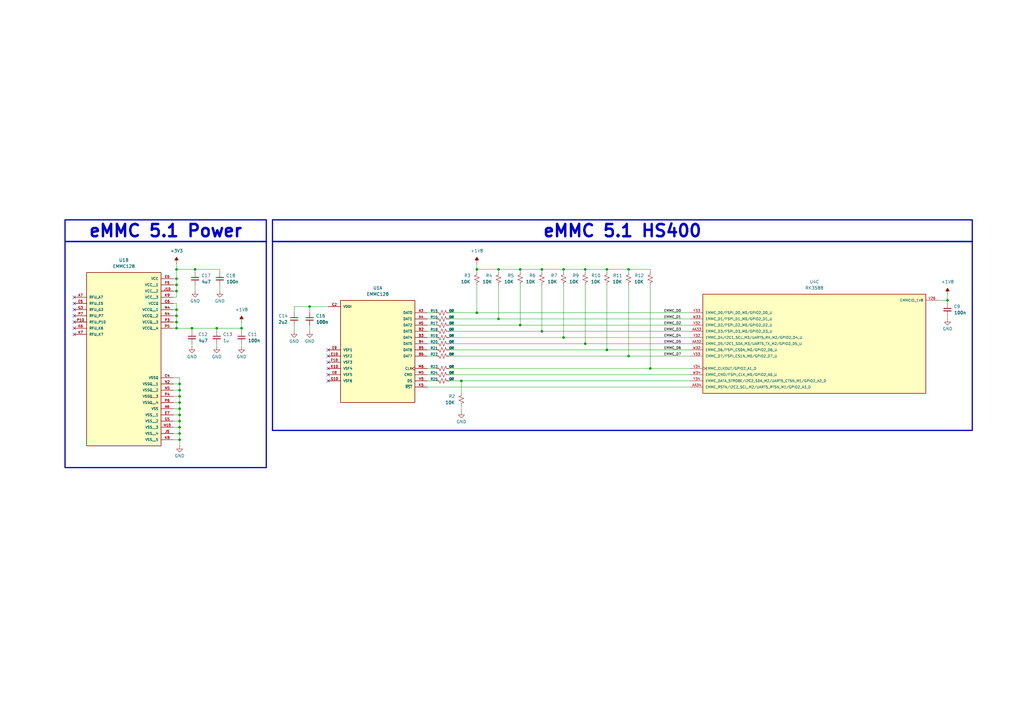
<source format=kicad_sch>
(kicad_sch (version 20231120) (generator "eeschema") (generator_version "8.0")
  (paper "A3")
  (title_block (title "NanoCompute") (date "2025-01-06") (rev "v1.0") (comment 4 "eMMC 5.1 HS400"))
  (lib_symbols
    (symbol "CBSymLib:EMMC128-TY29-5B111" (pin_names (offset 1.016))
      (property "Reference" "U" (at -15.748 21.082 0))
      (property "Value" "EMMC128" (at -15.748 18.542 0))
      (symbol "EMMC128-TY29-5B111_1_0"
        (pin passive line (at -20.32 -20.32 0) (length 5.08) hide (name "NC_1") (number "A1"))
        (pin passive line (at -20.32 -30.48 0) (length 5.08) hide (name "NC_1__4") (number "A10"))
        (pin passive line (at -20.32 -33.02 0) (length 5.08) hide (name "NC_1__5") (number "A11"))
        (pin passive line (at -20.32 -35.56 0) (length 5.08) hide (name "NC_1__6") (number "A12"))
        (pin passive line (at -20.32 -38.1 0) (length 5.08) hide (name "NC_1__7") (number "A13"))
        (pin passive line (at -20.32 -40.64 0) (length 5.08) hide (name "NC_1__8") (number "A14"))
        (pin passive line (at -20.32 -22.86 0) (length 5.08) hide (name "NC_1__1") (number "A2"))
        (pin bidirectional line (at -20.32 5.08 0) (length 5.08) (name "DAT0") (number "A3"))
        (pin bidirectional line (at -20.32 2.54 0) (length 5.08) (name "DAT1") (number "A4"))
        (pin bidirectional line (at -20.32 0 0) (length 5.08) (name "DAT2") (number "A5"))
        (pin passive line (at -20.32 -25.4 0) (length 5.08) hide (name "NC_1__2") (number "A8"))
        (pin passive line (at -20.32 -27.94 0) (length 5.08) hide (name "NC_1__3") (number "A9"))
        (pin passive line (at -20.32 -43.18 0) (length 5.08) hide (name "NC_1__9") (number "B1"))
        (pin passive line (at -20.32 -53.34 0) (length 5.08) hide (name "NC_1__13") (number "B10"))
        (pin passive line (at 20.32 -20.32 180) (length 5.08) hide (name "NC_2") (number "B11"))
        (pin passive line (at 20.32 -22.86 180) (length 5.08) hide (name "NC_2__1") (number "B12"))
        (pin passive line (at 20.32 -25.4 180) (length 5.08) hide (name "NC_2__2") (number "B13"))
        (pin passive line (at 20.32 -27.94 180) (length 5.08) hide (name "NC_2__3") (number "B14"))
        (pin bidirectional line (at -20.32 -2.54 0) (length 5.08) (name "DAT3") (number "B2"))
        (pin bidirectional line (at -20.32 -5.08 0) (length 5.08) (name "DAT4") (number "B3"))
        (pin bidirectional line (at -20.32 -7.62 0) (length 5.08) (name "DAT5") (number "B4"))
        (pin bidirectional line (at -20.32 -10.16 0) (length 5.08) (name "DAT6") (number "B5"))
        (pin bidirectional line (at -20.32 -12.7 0) (length 5.08) (name "DAT7") (number "B6"))
        (pin passive line (at -20.32 -45.72 0) (length 5.08) hide (name "NC_1__10") (number "B7"))
        (pin passive line (at -20.32 -48.26 0) (length 5.08) hide (name "NC_1__11") (number "B8"))
        (pin passive line (at -20.32 -50.8 0) (length 5.08) hide (name "NC_1__12") (number "B9"))
        (pin passive line (at 20.32 -30.48 180) (length 5.08) hide (name "NC_2__4") (number "C1"))
        (pin passive line (at 20.32 -45.72 180) (length 5.08) hide (name "NC_2__10") (number "C10"))
        (pin passive line (at 20.32 -48.26 180) (length 5.08) hide (name "NC_2__11") (number "C11"))
        (pin passive line (at 20.32 -50.8 180) (length 5.08) hide (name "NC_2__12") (number "C12"))
        (pin passive line (at 20.32 -53.34 180) (length 5.08) hide (name "NC_2__13") (number "C13"))
        (pin passive line (at 20.32 -55.88 180) (length 5.08) hide (name "NC_2__14") (number "C14"))
        (pin passive line (at 20.32 22.86 180) (length 5.08) (name "VDDI") (number "C2"))
        (pin passive line (at 20.32 -33.02 180) (length 5.08) hide (name "NC_2__5") (number "C3"))
        (pin passive line (at 20.32 -35.56 180) (length 5.08) hide (name "NC_2__6") (number "C5"))
        (pin passive line (at 20.32 -38.1 180) (length 5.08) hide (name "NC_2__7") (number "C7"))
        (pin passive line (at 20.32 -40.64 180) (length 5.08) hide (name "NC_2__8") (number "C8"))
        (pin passive line (at 20.32 -43.18 180) (length 5.08) hide (name "NC_2__9") (number "C9"))
        (pin passive line (at -20.32 -55.88 0) (length 5.08) hide (name "NC_3") (number "D1"))
        (pin passive line (at -20.32 -66.04 0) (length 5.08) hide (name "NC_3__4") (number "D12"))
        (pin passive line (at -20.32 -68.58 0) (length 5.08) hide (name "NC_3__5") (number "D13"))
        (pin passive line (at -20.32 -71.12 0) (length 5.08) hide (name "NC_3__6") (number "D14"))
        (pin passive line (at -20.32 -58.42 0) (length 5.08) hide (name "NC_3__1") (number "D2"))
        (pin passive line (at -20.32 -60.96 0) (length 5.08) hide (name "NC_3__2") (number "D3"))
        (pin passive line (at -20.32 -63.5 0) (length 5.08) hide (name "NC_3__3") (number "D4"))
        (pin passive line (at -20.32 -73.66 0) (length 5.08) hide (name "NC_3__7") (number "E1"))
        (pin bidirectional line (at 20.32 2.54 180) (length 5.08) (name "VSF2") (number "E10"))
        (pin passive line (at -20.32 -81.28 0) (length 5.08) hide (name "NC_3__10") (number "E12"))
        (pin passive line (at -20.32 -83.82 0) (length 5.08) hide (name "NC_3__11") (number "E13"))
        (pin passive line (at 20.32 -58.42 180) (length 5.08) hide (name "NC_4") (number "E14"))
        (pin passive line (at -20.32 -76.2 0) (length 5.08) hide (name "NC_3__8") (number "E2"))
        (pin passive line (at -20.32 -78.74 0) (length 5.08) hide (name "NC_3__9") (number "E3"))
        (pin bidirectional line (at 20.32 -5.08 180) (length 5.08) (name "VSF5") (number "E8"))
        (pin bidirectional line (at 20.32 5.08 180) (length 5.08) (name "VSF1") (number "E9"))
        (pin passive line (at 20.32 -60.96 180) (length 5.08) hide (name "NC_4__1") (number "F1"))
        (pin bidirectional line (at 20.32 0 180) (length 5.08) (name "VSF3") (number "F10"))
        (pin passive line (at 20.32 -68.58 180) (length 5.08) hide (name "NC_4__4") (number "F12"))
        (pin passive line (at 20.32 -71.12 180) (length 5.08) hide (name "NC_4__5") (number "F13"))
        (pin passive line (at 20.32 -73.66 180) (length 5.08) hide (name "NC_4__6") (number "F14"))
        (pin passive line (at 20.32 -63.5 180) (length 5.08) hide (name "NC_4__2") (number "F2"))
        (pin passive line (at 20.32 -66.04 180) (length 5.08) hide (name "NC_4__3") (number "F3"))
        (pin passive line (at 20.32 -76.2 180) (length 5.08) hide (name "NC_4__7") (number "G1"))
        (pin bidirectional line (at 20.32 -7.62 180) (length 5.08) (name "VSF6") (number "G10"))
        (pin passive line (at 20.32 -81.28 180) (length 5.08) hide (name "NC_4__9") (number "G12"))
        (pin passive line (at 20.32 -83.82 180) (length 5.08) hide (name "NC_4__10") (number "G13"))
        (pin passive line (at 20.32 -86.36 180) (length 5.08) hide (name "NC_4__11") (number "G14"))
        (pin passive line (at 20.32 -78.74 180) (length 5.08) hide (name "NC_4__8") (number "G2"))
        (pin bidirectional line (at 20.32 15.24 180) (length 5.08) (name "DS") (number "H5"))
        (pin bidirectional line (at 20.32 -2.54 180) (length 5.08) (name "VSF4") (number "K10"))
        (pin input line (at -20.32 17.78 0) (length 5.08) (name "~{RST}") (number "K5"))
        (pin bidirectional line (at -20.32 15.24 0) (length 5.08) (name "CMD") (number "M5"))
        (pin input clock (at -20.32 10.16 0) (length 5.08) (name "CLK") (number "M6"))
      )
      (symbol "EMMC128-TY29-5B111_2_0"
        (pin power_in line (at 20.32 -38.1 180) (length 5.08) (name "VSS") (number "A6"))
        (pin passive line (at -20.32 7.62 0) (length 5.08) (name "RFU_A7") (number "A7"))
        (pin power_in line (at 20.32 -25.4 180) (length 5.08) (name "VSSQ") (number "C4"))
        (pin power_in line (at 20.32 5.08 180) (length 5.08) (name "VCCQ") (number "C6"))
        (pin passive line (at -20.32 5.08 0) (length 5.08) (name "RFU_E5") (number "E5"))
        (pin power_in line (at 20.32 15.24 180) (length 5.08) (name "VCC") (number "E6"))
        (pin power_in line (at 20.32 -40.64 180) (length 5.08) (name "VSS__1") (number "E7"))
        (pin power_in line (at 20.32 12.7 180) (length 5.08) (name "VCC__1") (number "F5"))
        (pin passive line (at -20.32 2.54 0) (length 5.08) (name "RFU_G3") (number "G3"))
        (pin power_in line (at 20.32 -43.18 180) (length 5.08) (name "VSS__2") (number "G5"))
        (pin passive line (at -109.22 -17.78 0) (length 5.08) hide (name "NC_5") (number "H1"))
        (pin power_in line (at 20.32 -45.72 180) (length 5.08) (name "VSS__3") (number "H10"))
        (pin passive line (at -109.22 -25.4 0) (length 5.08) hide (name "NC_5__3") (number "H12"))
        (pin passive line (at -109.22 -27.94 0) (length 5.08) hide (name "NC_5__4") (number "H13"))
        (pin passive line (at -109.22 -30.48 0) (length 5.08) hide (name "NC_5__5") (number "H14"))
        (pin passive line (at -109.22 -20.32 0) (length 5.08) hide (name "NC_5__1") (number "H2"))
        (pin passive line (at -109.22 -22.86 0) (length 5.08) hide (name "NC_5__2") (number "H3"))
        (pin passive line (at -109.22 -33.02 0) (length 5.08) hide (name "NC_5__6") (number "J1"))
        (pin power_in line (at 20.32 10.16 180) (length 5.08) (name "VCC__2") (number "J10"))
        (pin passive line (at -109.22 -40.64 0) (length 5.08) hide (name "NC_5__9") (number "J12"))
        (pin passive line (at -109.22 -43.18 0) (length 5.08) hide (name "NC_5__10") (number "J13"))
        (pin passive line (at -109.22 -45.72 0) (length 5.08) hide (name "NC_5__11") (number "J14"))
        (pin passive line (at -109.22 -35.56 0) (length 5.08) hide (name "NC_5__7") (number "J2"))
        (pin passive line (at -109.22 -38.1 0) (length 5.08) hide (name "NC_5__8") (number "J3"))
        (pin power_in line (at 20.32 -48.26 180) (length 5.08) (name "VSS__4") (number "J5"))
        (pin passive line (at -109.22 -48.26 0) (length 5.08) hide (name "NC_5__12") (number "K1"))
        (pin passive line (at -72.39 -26.67 180) (length 5.08) hide (name "NC_6") (number "K12"))
        (pin passive line (at -72.39 -29.21 180) (length 5.08) hide (name "NC_6__1") (number "K13"))
        (pin passive line (at -72.39 -31.75 180) (length 5.08) hide (name "NC_6__2") (number "K14"))
        (pin passive line (at -109.22 -50.8 0) (length 5.08) hide (name "NC_5__13") (number "K2"))
        (pin passive line (at -109.22 -53.34 0) (length 5.08) hide (name "NC_5__14") (number "K3"))
        (pin passive line (at -20.32 -5.08 0) (length 5.08) (name "RFU_K6") (number "K6"))
        (pin passive line (at -20.32 -7.62 0) (length 5.08) (name "RFU_K7") (number "K7"))
        (pin power_in line (at 20.32 -50.8 180) (length 5.08) (name "VSS__5") (number "K8"))
        (pin power_in line (at 20.32 7.62 180) (length 5.08) (name "VCC__3") (number "K9"))
        (pin passive line (at -72.39 -34.29 180) (length 5.08) hide (name "NC_6__3") (number "L1"))
        (pin passive line (at -72.39 -41.91 180) (length 5.08) hide (name "NC_6__6") (number "L12"))
        (pin passive line (at -72.39 -44.45 180) (length 5.08) hide (name "NC_6__7") (number "L13"))
        (pin passive line (at -72.39 -46.99 180) (length 5.08) hide (name "NC_6__8") (number "L14"))
        (pin passive line (at -72.39 -36.83 180) (length 5.08) hide (name "NC_6__4") (number "L2"))
        (pin passive line (at -72.39 -39.37 180) (length 5.08) hide (name "NC_6__5") (number "L3"))
        (pin passive line (at -72.39 -49.53 180) (length 5.08) hide (name "NC_6__9") (number "M1"))
        (pin passive line (at -109.22 -60.96 0) (length 5.08) hide (name "NC_7__2") (number "M10"))
        (pin passive line (at -109.22 -63.5 0) (length 5.08) hide (name "NC_7__3") (number "M11"))
        (pin passive line (at -109.22 -66.04 0) (length 5.08) hide (name "NC_7__4") (number "M12"))
        (pin passive line (at -109.22 -68.58 0) (length 5.08) hide (name "NC_7__5") (number "M13"))
        (pin passive line (at -109.22 -71.12 0) (length 5.08) hide (name "NC_7__6") (number "M14"))
        (pin passive line (at -72.39 -52.07 180) (length 5.08) hide (name "NC_6__10") (number "M2"))
        (pin passive line (at -72.39 -54.61 180) (length 5.08) hide (name "NC_6__11") (number "M3"))
        (pin power_in line (at 20.32 2.54 180) (length 5.08) (name "VCCQ__1") (number "M4"))
        (pin passive line (at -72.39 -57.15 180) (length 5.08) hide (name "NC_6__12") (number "M7"))
        (pin passive line (at -109.22 -55.88 0) (length 5.08) hide (name "NC_7") (number "M8"))
        (pin passive line (at -109.22 -58.42 0) (length 5.08) hide (name "NC_7__1") (number "M9"))
        (pin passive line (at -109.22 -73.66 0) (length 5.08) hide (name "NC_7__7") (number "N1"))
        (pin passive line (at -109.22 -88.9 0) (length 5.08) hide (name "NC_7__13") (number "N10"))
        (pin passive line (at -72.39 -59.69 180) (length 5.08) hide (name "NC_8") (number "N11"))
        (pin passive line (at -72.39 -62.23 180) (length 5.08) hide (name "NC_8__1") (number "N12"))
        (pin passive line (at -72.39 -64.77 180) (length 5.08) hide (name "NC_8__2") (number "N13"))
        (pin passive line (at -72.39 -67.31 180) (length 5.08) hide (name "NC_8__3") (number "N14"))
        (pin power_in line (at 20.32 -27.94 180) (length 5.08) (name "VSSQ__1") (number "N2"))
        (pin passive line (at -109.22 -76.2 0) (length 5.08) hide (name "NC_7__8") (number "N3"))
        (pin power_in line (at 20.32 0 180) (length 5.08) (name "VCCQ__2") (number "N4"))
        (pin power_in line (at 20.32 -30.48 180) (length 5.08) (name "VSSQ__2") (number "N5"))
        (pin passive line (at -109.22 -78.74 0) (length 5.08) hide (name "NC_7__9") (number "N6"))
        (pin passive line (at -109.22 -81.28 0) (length 5.08) hide (name "NC_7__10") (number "N7"))
        (pin passive line (at -109.22 -83.82 0) (length 5.08) hide (name "NC_7__11") (number "N8"))
        (pin passive line (at -109.22 -86.36 0) (length 5.08) hide (name "NC_7__12") (number "N9"))
        (pin passive line (at -72.39 -69.85 180) (length 5.08) hide (name "NC_8__4") (number "P1"))
        (pin passive line (at -20.32 -2.54 0) (length 5.08) (name "RFU_P10") (number "P10"))
        (pin passive line (at -72.39 -80.01 180) (length 5.08) hide (name "NC_8__8") (number "P11"))
        (pin passive line (at -72.39 -82.55 180) (length 5.08) hide (name "NC_8__9") (number "P12"))
        (pin passive line (at -72.39 -85.09 180) (length 5.08) hide (name "NC_8__10") (number "P13"))
        (pin passive line (at -72.39 -87.63 180) (length 5.08) hide (name "NC_8__11") (number "P14"))
        (pin passive line (at -72.39 -72.39 180) (length 5.08) hide (name "NC_8__5") (number "P2"))
        (pin power_in line (at 20.32 -2.54 180) (length 5.08) (name "VCCQ__3") (number "P3"))
        (pin power_in line (at 20.32 -33.02 180) (length 5.08) (name "VSSQ__3") (number "P4"))
        (pin power_in line (at 20.32 -5.08 180) (length 5.08) (name "VCCQ__4") (number "P5"))
        (pin power_in line (at 20.32 -35.56 180) (length 5.08) (name "VSSQ__4") (number "P6"))
        (pin passive line (at -20.32 0 0) (length 5.08) (name "RFU_P7") (number "P7"))
        (pin passive line (at -72.39 -74.93 180) (length 5.08) hide (name "NC_8__6") (number "P8"))
        (pin passive line (at -72.39 -77.47 180) (length 5.08) hide (name "NC_8__7") (number "P9"))
      )
    )
    (symbol "CBSymLib:RK3588" (pin_names (offset 1.016))
      (property "Reference" "U" (at -43.18 83.82 0))
      (property "Value" "RK3588" (at -43.18 -83.82 0))
      (symbol "RK3588_1_0"
        (pin bidirectional line (at -48.26 -43.18 0) (length 5.08) (name "DDR_CH0_DQ14_A") (number "AA1"))
        (pin bidirectional line (at -48.26 -45.72 0) (length 5.08) (name "DDR_CH0_DQ15_A") (number "AA2"))
        (pin bidirectional line (at -48.26 -58.42 0) (length 5.08) (name "DDR_CH0_DQS1N_A") (number "AA4"))
        (pin bidirectional line (at -48.26 -55.88 0) (length 5.08) (name "DDR_CH0_DQS1P_A") (number "AA5"))
        (pin bidirectional line (at -48.26 -30.48 0) (length 5.08) (name "DDR_CH0_DQ9_A") (number "AB1"))
        (pin bidirectional line (at -48.26 -27.94 0) (length 5.08) (name "DDR_CH0_DQ8_A") (number "AB2"))
        (pin bidirectional line (at -48.26 12.7 0) (length 5.08) (name "DDR_CH0_DM1_A") (number "AB4"))
        (pin bidirectional line (at -48.26 -33.02 0) (length 5.08) (name "DDR_CH0_DQ10_A") (number "AC1"))
        (pin bidirectional line (at -48.26 -35.56 0) (length 5.08) (name "DDR_CH0_DQ11_A") (number "AC2"))
        (pin bidirectional line (at 48.26 -35.56 180) (length 5.08) (name "DDR_CH0_DQ11_B") (number "B1"))
        (pin bidirectional line (at 48.26 -30.48 180) (length 5.08) (name "DDR_CH0_DQ9_B") (number "C1"))
        (pin bidirectional line (at 48.26 -33.02 180) (length 5.08) (name "DDR_CH0_DQ10_B") (number "C2"))
        (pin bidirectional line (at 48.26 -45.72 180) (length 5.08) (name "DDR_CH0_DQ15_B") (number "D1"))
        (pin bidirectional line (at 48.26 -27.94 180) (length 5.08) (name "DDR_CH0_DQ8_B") (number "D2"))
        (pin bidirectional line (at 48.26 -40.64 180) (length 5.08) (name "DDR_CH0_DQ13_B") (number "E1"))
        (pin bidirectional line (at 48.26 -43.18 180) (length 5.08) (name "DDR_CH0_DQ14_B") (number "E2"))
        (pin bidirectional line (at 48.26 12.7 180) (length 5.08) (name "DDR_CH0_DM1_B") (number "E4"))
        (pin bidirectional line (at 48.26 -17.78 180) (length 5.08) (name "DDR_CH0_DQ4_B") (number "F1"))
        (pin bidirectional line (at 48.26 -38.1 180) (length 5.08) (name "DDR_CH0_DQ12_B") (number "F2"))
        (pin bidirectional line (at 48.26 -58.42 180) (length 5.08) (name "DDR_CH0_DQS1N_B") (number "F4"))
        (pin bidirectional line (at 48.26 -55.88 180) (length 5.08) (name "DDR_CH0_DQS1P_B") (number "F5"))
        (pin bidirectional line (at 48.26 -22.86 180) (length 5.08) (name "DDR_CH0_DQ6_B") (number "G1"))
        (pin bidirectional line (at 48.26 -20.32 180) (length 5.08) (name "DDR_CH0_DQ5_B") (number "G2"))
        (pin bidirectional line (at 48.26 15.24 180) (length 5.08) (name "DDR_CH0_DM0_B") (number "G4"))
        (pin bidirectional line (at 48.26 -7.62 180) (length 5.08) (name "DDR_CH0_DQ0_B") (number "H1"))
        (pin bidirectional line (at 48.26 -25.4 180) (length 5.08) (name "DDR_CH0_DQ7_B") (number "H2"))
        (pin output line (at 48.26 -66.04 180) (length 5.08) (name "DDR_CH0_WCK1P_B") (number "H4"))
        (pin output line (at 48.26 -68.58 180) (length 5.08) (name "DDR_CH0_WCK1N_B") (number "H5"))
        (pin input line (at 48.26 7.62 180) (length 5.08) (name "DDR_CH0_ZQ_B") (number "H7"))
        (pin bidirectional line (at 48.26 -12.7 180) (length 5.08) (name "DDR_CH0_DQ2_B") (number "J1"))
        (pin bidirectional line (at 48.26 -10.16 180) (length 5.08) (name "DDR_CH0_DQ1_B") (number "J2"))
        (pin bidirectional line (at 48.26 -53.34 180) (length 5.08) (name "DDR_CH0_DQS0N_B") (number "J7"))
        (pin bidirectional line (at 48.26 -50.8 180) (length 5.08) (name "DDR_CH0_DQS0P_B") (number "J8"))
        (pin output line (at 48.26 30.48 180) (length 5.08) (name "DDR_CH0_A4_B") (number "K1"))
        (pin bidirectional line (at 48.26 -15.24 180) (length 5.08) (name "DDR_CH0_DQ3_B") (number "K2"))
        (pin output line (at 48.26 -63.5 180) (length 5.08) (name "DDR_CH0_WCK0N_B") (number "K4"))
        (pin output line (at 48.26 -60.96 180) (length 5.08) (name "DDR_CH0_WCK0P_B") (number "K5"))
        (pin output line (at 48.26 -73.66 180) (length 5.08) (name "DDR_CH0_RESET_B") (number "K7"))
        (pin power_in line (at 48.26 58.42 180) (length 5.08) (name "DDR_CH0_VDDQ_CK") (number "L10"))
        (pin output line (at 48.26 27.94 180) (length 5.08) (name "DDR_CH0_A5_B") (number "L2"))
        (pin output clock (at 48.26 -2.54 180) (length 5.08) (name "DDR_CH0_LP4/4X_CKE1/LP5_CS1_B") (number "L4"))
        (pin output clock (at 48.26 0 180) (length 5.08) (name "DDR_CH0_LP4/4X_CKE0/LP5_CS0_B") (number "L5"))
        (pin output line (at 48.26 5.08 180) (length 5.08) (name "DDR_CH0_LP4/4X_CS0_B") (number "L7"))
        (pin output line (at 48.26 2.54 180) (length 5.08) (name "DDR_CH0_LP4/4X_CS1_B") (number "L8"))
        (pin bidirectional clock (at 48.26 17.78 180) (length 5.08) (name "DDR_CH0_CKB_B") (number "M1"))
        (pin power_in line (at 48.26 71.12 180) (length 5.08) (name "DDR_CH0_VDDQ_0") (number "M10"))
        (pin power_in line (at 48.26 -78.74 180) (length 5.08) (name "DDR_CH0_PLL_AVSS") (number "M11"))
        (pin power_in line (at 48.26 45.72 180) (length 5.08) (name "DDR_CH0_PLL_AVDD1V8") (number "M12"))
        (pin bidirectional clock (at 48.26 20.32 180) (length 5.08) (name "DDR_CH0_CK_B") (number "M2"))
        (pin output line (at 48.26 38.1 180) (length 5.08) (name "DDR_CH0_A1_B") (number "M5"))
        (pin output line (at 48.26 25.4 180) (length 5.08) (name "DDR_CH0_A6_B") (number "M7"))
        (pin output line (at 48.26 40.64 180) (length 5.08) (name "DDR_CH0_A0_B") (number "M8"))
        (pin bidirectional clock (at -48.26 17.78 0) (length 5.08) (name "DDR_CH0_CKB_A") (number "N1"))
        (pin power_in line (at 48.26 68.58 180) (length 5.08) (name "DDR_CH0_VDDQ_1") (number "N10"))
        (pin power_in line (at 48.26 48.26 180) (length 5.08) (name "DDR_CH0_PLL_DVDD") (number "N12"))
        (pin power_in line (at 48.26 53.34 180) (length 5.08) (name "DDR_CH0_VDD_MIF_0") (number "N13"))
        (pin bidirectional clock (at -48.26 20.32 0) (length 5.08) (name "DDR_CH0_CK_A") (number "N2"))
        (pin output line (at 48.26 33.02 180) (length 5.08) (name "DDR_CH0_A3_B") (number "N4"))
        (pin output line (at 48.26 35.56 180) (length 5.08) (name "DDR_CH0_A2_B") (number "N5"))
        (pin output clock (at -48.26 -2.54 0) (length 5.08) (name "DDR_CH0_LP4/4X_CKE1/LP5_CS1_A") (number "N7"))
        (pin power_in line (at 48.26 55.88 180) (length 5.08) (name "DDR_CH0_VDDQ_CKE") (number "N8"))
        (pin power_in line (at 48.26 66.04 180) (length 5.08) (name "DDR_CH0_VDDQ_2") (number "P10"))
        (pin power_in line (at 48.26 73.66 180) (length 5.08) (name "DDR_CH0_VDD_3") (number "P12"))
        (pin power_in line (at 48.26 50.8 180) (length 5.08) (name "DDR_CH0_VDD_MIF_1") (number "P13"))
        (pin output line (at -48.26 27.94 0) (length 5.08) (name "DDR_CH0_A5_A") (number "P2"))
        (pin output line (at -48.26 35.56 0) (length 5.08) (name "DDR_CH0_A2_A") (number "P4"))
        (pin output line (at -48.26 33.02 0) (length 5.08) (name "DDR_CH0_A3_A") (number "P5"))
        (pin output clock (at -48.26 0 0) (length 5.08) (name "DDR_CH0_LP4/4X_CKE0/LP5_CS0_A") (number "P7"))
        (pin output line (at -48.26 30.48 0) (length 5.08) (name "DDR_CH0_A4_A") (number "R1"))
        (pin power_in line (at 48.26 63.5 180) (length 5.08) (name "DDR_CH0_VDDQ_3") (number "R10"))
        (pin power_in line (at 48.26 76.2 180) (length 5.08) (name "DDR_CH0_VDD_2") (number "R12"))
        (pin bidirectional line (at -48.26 -15.24 0) (length 5.08) (name "DDR_CH0_DQ3_A") (number "R2"))
        (pin output line (at -48.26 5.08 0) (length 5.08) (name "DDR_CH0_LP4/4X_CS0_A") (number "R6"))
        (pin output line (at -48.26 2.54 0) (length 5.08) (name "DDR_CH0_LP4/4X_CS1_A") (number "R7"))
        (pin bidirectional line (at -48.26 -12.7 0) (length 5.08) (name "DDR_CH0_DQ2_A") (number "T1"))
        (pin power_in line (at 48.26 60.96 180) (length 5.08) (name "DDR_CH0_VDDQ_4") (number "T10"))
        (pin power_in line (at 48.26 78.74 180) (length 5.08) (name "DDR_CH0_VDD_1") (number "T12"))
        (pin bidirectional line (at -48.26 -10.16 0) (length 5.08) (name "DDR_CH0_DQ1_A") (number "T2"))
        (pin output line (at -48.26 -73.66 0) (length 5.08) (name "DDR_CH0_RESET_A") (number "T4"))
        (pin output line (at -48.26 25.4 0) (length 5.08) (name "DDR_CH0_A6_A") (number "T5"))
        (pin output line (at -48.26 40.64 0) (length 5.08) (name "DDR_CH0_A0_A") (number "T7"))
        (pin output line (at -48.26 38.1 0) (length 5.08) (name "DDR_CH0_A1_A") (number "T8"))
        (pin bidirectional line (at -48.26 -7.62 0) (length 5.08) (name "DDR_CH0_DQ0_A") (number "U1"))
        (pin power_in line (at 48.26 81.28 180) (length 5.08) (name "DDR_CH0_VDD_0") (number "U11"))
        (pin bidirectional line (at -48.26 -25.4 0) (length 5.08) (name "DDR_CH0_DQ7_A") (number "U2"))
        (pin bidirectional line (at -48.26 -53.34 0) (length 5.08) (name "DDR_CH0_DQS0N_A") (number "U4"))
        (pin bidirectional line (at -48.26 -50.8 0) (length 5.08) (name "DDR_CH0_DQS0P_A") (number "U5"))
        (pin bidirectional line (at -48.26 -22.86 0) (length 5.08) (name "DDR_CH0_DQ6_A") (number "V1"))
        (pin bidirectional line (at -48.26 -20.32 0) (length 5.08) (name "DDR_CH0_DQ5_A") (number "V2"))
        (pin output line (at -48.26 -63.5 0) (length 5.08) (name "DDR_CH0_WCK0N_A") (number "V6"))
        (pin output line (at -48.26 -60.96 0) (length 5.08) (name "DDR_CH0_WCK0P_A") (number "V7"))
        (pin bidirectional line (at -48.26 -17.78 0) (length 5.08) (name "DDR_CH0_DQ4_A") (number "W1"))
        (pin output line (at -48.26 -66.04 0) (length 5.08) (name "DDR_CH0_WCK1P_A") (number "W4"))
        (pin output line (at -48.26 -68.58 0) (length 5.08) (name "DDR_CH0_WCK1N_A") (number "W5"))
        (pin input line (at -48.26 7.62 0) (length 5.08) (name "DDR_CH0_ZQ_A") (number "W8"))
        (pin bidirectional line (at -48.26 -38.1 0) (length 5.08) (name "DDR_CH0_DQ12_A") (number "Y1"))
        (pin bidirectional line (at -48.26 -40.64 0) (length 5.08) (name "DDR_CH0_DQ13_A") (number "Y2"))
        (pin bidirectional line (at -48.26 15.24 0) (length 5.08) (name "DDR_CH0_DM0_A") (number "Y4"))
      )
      (symbol "RK3588_2_0"
        (pin output line (at -48.26 30.48 0) (length 5.08) (name "DDR_CH1_A4_C") (number "A10"))
        (pin bidirectional clock (at -48.26 17.78 0) (length 5.08) (name "DDR_CH1_CKB_C") (number "A12"))
        (pin bidirectional clock (at 48.26 17.78 180) (length 5.08) (name "DDR_CH1_CKB_D") (number "A13"))
        (pin output line (at 48.26 30.48 180) (length 5.08) (name "DDR_CH1_A4_D") (number "A15"))
        (pin bidirectional line (at 48.26 -12.7 180) (length 5.08) (name "DDR_CH1_DQ2_D") (number "A16"))
        (pin bidirectional line (at 48.26 -7.62 180) (length 5.08) (name "DDR_CH1_DQ0_D") (number "A17"))
        (pin bidirectional line (at 48.26 -22.86 180) (length 5.08) (name "DDR_CH1_DQ6_D") (number "A18"))
        (pin bidirectional line (at 48.26 -17.78 180) (length 5.08) (name "DDR_CH1_DQ4_D") (number "A19"))
        (pin bidirectional line (at -48.26 -33.02 0) (length 5.08) (name "DDR_CH1_DQ10_C") (number "A2"))
        (pin bidirectional line (at 48.26 -38.1 180) (length 5.08) (name "DDR_CH1_DQ12_D") (number "A20"))
        (pin bidirectional line (at 48.26 -43.18 180) (length 5.08) (name "DDR_CH1_DQ14_D") (number "A21"))
        (pin bidirectional line (at 48.26 -27.94 180) (length 5.08) (name "DDR_CH1_DQ8_D") (number "A22"))
        (pin bidirectional line (at 48.26 -33.02 180) (length 5.08) (name "DDR_CH1_DQ10_D") (number "A23"))
        (pin bidirectional line (at -48.26 -27.94 0) (length 5.08) (name "DDR_CH1_DQ8_C") (number "A3"))
        (pin bidirectional line (at -48.26 -43.18 0) (length 5.08) (name "DDR_CH1_DQ14_C") (number "A4"))
        (pin bidirectional line (at -48.26 -38.1 0) (length 5.08) (name "DDR_CH1_DQ12_C") (number "A5"))
        (pin bidirectional line (at -48.26 -17.78 0) (length 5.08) (name "DDR_CH1_DQ4_C") (number "A6"))
        (pin bidirectional line (at -48.26 -22.86 0) (length 5.08) (name "DDR_CH1_DQ6_C") (number "A7"))
        (pin bidirectional line (at -48.26 -7.62 0) (length 5.08) (name "DDR_CH1_DQ0_C") (number "A8"))
        (pin bidirectional line (at -48.26 -12.7 0) (length 5.08) (name "DDR_CH1_DQ2_C") (number "A9"))
        (pin bidirectional line (at -48.26 -15.24 0) (length 5.08) (name "DDR_CH1_DQ3_C") (number "B10"))
        (pin output line (at -48.26 27.94 0) (length 5.08) (name "DDR_CH1_A5_C") (number "B11"))
        (pin bidirectional clock (at -48.26 20.32 0) (length 5.08) (name "DDR_CH1_CK_C") (number "B12"))
        (pin bidirectional clock (at 48.26 20.32 180) (length 5.08) (name "DDR_CH1_CK_D") (number "B13"))
        (pin output line (at 48.26 27.94 180) (length 5.08) (name "DDR_CH1_A5_D") (number "B14"))
        (pin bidirectional line (at 48.26 -15.24 180) (length 5.08) (name "DDR_CH1_DQ3_D") (number "B15"))
        (pin bidirectional line (at 48.26 -10.16 180) (length 5.08) (name "DDR_CH1_DQ1_D") (number "B16"))
        (pin bidirectional line (at 48.26 -25.4 180) (length 5.08) (name "DDR_CH1_DQ7_D") (number "B17"))
        (pin bidirectional line (at 48.26 -20.32 180) (length 5.08) (name "DDR_CH1_DQ5_D") (number "B18"))
        (pin bidirectional line (at -48.26 -35.56 0) (length 5.08) (name "DDR_CH1_DQ11_C") (number "B2"))
        (pin bidirectional line (at 48.26 -40.64 180) (length 5.08) (name "DDR_CH1_DQ13_D") (number "B20"))
        (pin bidirectional line (at 48.26 -45.72 180) (length 5.08) (name "DDR_CH1_DQ15_D") (number "B21"))
        (pin bidirectional line (at 48.26 -30.48 180) (length 5.08) (name "DDR_CH1_DQ9_D") (number "B22"))
        (pin bidirectional line (at 48.26 -35.56 180) (length 5.08) (name "DDR_CH1_DQ11_D") (number "B23"))
        (pin bidirectional line (at -48.26 -30.48 0) (length 5.08) (name "DDR_CH1_DQ9_C") (number "B3"))
        (pin bidirectional line (at -48.26 -45.72 0) (length 5.08) (name "DDR_CH1_DQ15_C") (number "B4"))
        (pin bidirectional line (at -48.26 -40.64 0) (length 5.08) (name "DDR_CH1_DQ13_C") (number "B5"))
        (pin bidirectional line (at -48.26 -20.32 0) (length 5.08) (name "DDR_CH1_DQ5_C") (number "B7"))
        (pin bidirectional line (at -48.26 -25.4 0) (length 5.08) (name "DDR_CH1_DQ7_C") (number "B8"))
        (pin bidirectional line (at -48.26 -10.16 0) (length 5.08) (name "DDR_CH1_DQ1_C") (number "B9"))
        (pin output line (at 48.26 -73.66 180) (length 5.08) (name "DDR_CH1_RESET_D") (number "C19"))
        (pin output line (at -48.26 25.4 0) (length 5.08) (name "DDR_CH1_A6_C") (number "D10"))
        (pin output clock (at -48.26 0 0) (length 5.08) (name "DDR_CH1_LP4/4X_CKE0/LP5_CS0_C") (number "D11"))
        (pin output line (at -48.26 33.02 0) (length 5.08) (name "DDR_CH1_A3_C") (number "D13"))
        (pin output line (at 48.26 25.4 180) (length 5.08) (name "DDR_CH1_A6_D") (number "D14"))
        (pin output clock (at 48.26 0 180) (length 5.08) (name "DDR_CH1_LP4/4X_CKE0/LP5_CS0_D") (number "D16"))
        (pin output line (at 48.26 -63.5 180) (length 5.08) (name "DDR_CH1_WCK0N_D") (number "D17"))
        (pin output line (at 48.26 2.54 180) (length 5.08) (name "DDR_CH1_LP4/4X_CS1_D") (number "D19"))
        (pin bidirectional line (at 48.26 15.24 180) (length 5.08) (name "DDR_CH1_DM0_D") (number "D20"))
        (pin bidirectional line (at 48.26 -55.88 180) (length 5.08) (name "DDR_CH1_DQS1P_D") (number "D21"))
        (pin bidirectional line (at 48.26 12.7 180) (length 5.08) (name "DDR_CH1_DM1_D") (number "D22"))
        (pin bidirectional line (at -48.26 12.7 0) (length 5.08) (name "DDR_CH1_DM1_C") (number "D4"))
        (pin bidirectional line (at -48.26 -58.42 0) (length 5.08) (name "DDR_CH1_DQS1N_C") (number "D5"))
        (pin output line (at -48.26 -66.04 0) (length 5.08) (name "DDR_CH1_WCK1P_C") (number "D7"))
        (pin bidirectional line (at -48.26 -53.34 0) (length 5.08) (name "DDR_CH1_DQS0N_C") (number "D9"))
        (pin output line (at -48.26 -73.66 0) (length 5.08) (name "DDR_CH1_RESET_C") (number "E10"))
        (pin output clock (at -48.26 -2.54 0) (length 5.08) (name "DDR_CH1_LP4/4X_CKE1/LP5_CS1_C") (number "E11"))
        (pin output line (at -48.26 35.56 0) (length 5.08) (name "DDR_CH1_A2_C") (number "E13"))
        (pin output line (at 48.26 33.02 180) (length 5.08) (name "DDR_CH1_A3_D") (number "E14"))
        (pin output clock (at 48.26 -2.54 180) (length 5.08) (name "DDR_CH1_LP4/4X_CKE1/LP5_CS1_D") (number "E16"))
        (pin output line (at 48.26 -60.96 180) (length 5.08) (name "DDR_CH1_WCK0P_D") (number "E17"))
        (pin output line (at 48.26 5.08 180) (length 5.08) (name "DDR_CH1_LP4/4X_CS0_D") (number "E19"))
        (pin bidirectional line (at 48.26 -58.42 180) (length 5.08) (name "DDR_CH1_DQS1N_D") (number "E21"))
        (pin bidirectional line (at -48.26 -55.88 0) (length 5.08) (name "DDR_CH1_DQS1P_C") (number "E5"))
        (pin output line (at -48.26 -68.58 0) (length 5.08) (name "DDR_CH1_WCK1N_C") (number "E7"))
        (pin bidirectional line (at -48.26 -50.8 0) (length 5.08) (name "DDR_CH1_DQS0P_C") (number "E9"))
        (pin output line (at -48.26 38.1 0) (length 5.08) (name "DDR_CH1_A1_C") (number "F12"))
        (pin input line (at 48.26 7.62 180) (length 5.08) (name "DDR_CH1_ZQ_D") (number "F18"))
        (pin bidirectional line (at -48.26 15.24 0) (length 5.08) (name "DDR_CH1_DM0_C") (number "F8"))
        (pin output line (at -48.26 5.08 0) (length 5.08) (name "DDR_CH1_LP4/4X_CS0_C") (number "G11"))
        (pin output line (at -48.26 40.64 0) (length 5.08) (name "DDR_CH1_A0_C") (number "G12"))
        (pin output line (at 48.26 35.56 180) (length 5.08) (name "DDR_CH1_A2_D") (number "G13"))
        (pin output line (at 48.26 38.1 180) (length 5.08) (name "DDR_CH1_A1_D") (number "G14"))
        (pin bidirectional line (at 48.26 -53.34 180) (length 5.08) (name "DDR_CH1_DQS0N_D") (number "G16"))
        (pin output line (at 48.26 -68.58 180) (length 5.08) (name "DDR_CH1_WCK1N_D") (number "G18"))
        (pin input line (at -48.26 7.62 0) (length 5.08) (name "DDR_CH1_ZQ_C") (number "G8"))
        (pin output line (at -48.26 -60.96 0) (length 5.08) (name "DDR_CH1_WCK0P_C") (number "G9"))
        (pin output line (at -48.26 2.54 0) (length 5.08) (name "DDR_CH1_LP4/4X_CS1_C") (number "H11"))
        (pin power_in line (at 48.26 55.88 180) (length 5.08) (name "DDR_CH1_VDDQ_CKE") (number "H13"))
        (pin output line (at 48.26 40.64 180) (length 5.08) (name "DDR_CH1_A0_D") (number "H15"))
        (pin bidirectional line (at 48.26 -50.8 180) (length 5.08) (name "DDR_CH1_DQS0P_D") (number "H16"))
        (pin output line (at 48.26 -66.04 180) (length 5.08) (name "DDR_CH1_WCK1P_D") (number "H18"))
        (pin output line (at -48.26 -63.5 0) (length 5.08) (name "DDR_CH1_WCK0N_C") (number "H9"))
        (pin power_in line (at 48.26 71.12 180) (length 5.08) (name "DDR_CH1_VDDQ_0") (number "K11"))
        (pin power_in line (at 48.26 68.58 180) (length 5.08) (name "DDR_CH1_VDDQ_1") (number "K12"))
        (pin power_in line (at 48.26 66.04 180) (length 5.08) (name "DDR_CH1_VDDQ_2") (number "K13"))
        (pin power_in line (at 48.26 63.5 180) (length 5.08) (name "DDR_CH1_VDDQ_3") (number "K14"))
        (pin power_in line (at 48.26 60.96 180) (length 5.08) (name "DDR_CH1_VDDQ_4") (number "K15"))
        (pin power_in line (at 48.26 45.72 180) (length 5.08) (name "DDR_CH1_PLL_AVDD1V8") (number "K16"))
        (pin power_in line (at 48.26 81.28 180) (length 5.08) (name "DDR_CH1_VDD_0") (number "L11"))
        (pin power_in line (at 48.26 78.74 180) (length 5.08) (name "DDR_CH1_VDD_1") (number "L12"))
        (pin power_in line (at 48.26 76.2 180) (length 5.08) (name "DDR_CH1_VDD_2") (number "L13"))
        (pin power_in line (at 48.26 73.66 180) (length 5.08) (name "DDR_CH1_VDD_3") (number "L14"))
        (pin power_in line (at 48.26 48.26 180) (length 5.08) (name "DDR_CH1_PLL_DVDD") (number "L15"))
        (pin power_in line (at 48.26 -78.74 180) (length 5.08) (name "DDR_CH1_PLL_AVSS") (number "L16"))
        (pin power_in line (at 48.26 53.34 180) (length 5.08) (name "DDR_CH1_VDD_MIF_0") (number "L17"))
        (pin power_in line (at 48.26 50.8 180) (length 5.08) (name "DDR_CH1_VDD_MIF_1") (number "L18"))
        (pin power_in line (at 48.26 58.42 180) (length 5.08) (name "DDR_CH1_VDDQ_CK") (number "M13"))
      )
      (symbol "RK3588_3_0"
        (pin bidirectional line (at -50.8 0 0) (length 5.08) (name "EMMC_D5/I2C1_SDA_M3/UART5_TX_M2/GPIO2_D5_U") (number "AA32"))
        (pin bidirectional line (at -50.8 5.08 0) (length 5.08) (name "EMMC_D3/FSPI_D3_M0/GPIO2_D3_U") (number "AA33"))
        (pin bidirectional line (at -50.8 -17.78 0) (length 5.08) (name "EMMC_RSTN/I2C2_SCL_M2/UART5_RTSN_M1/GPIO2_A3_D") (number "AA34"))
        (pin power_in line (at 50.8 17.78 180) (length 5.08) (name "EMMCIO_1V8") (number "V26"))
        (pin bidirectional line (at -50.8 7.62 0) (length 5.08) (name "EMMC_D2/FSPI_D2_M0/GPIO2_D2_U") (number "V32"))
        (pin bidirectional line (at -50.8 -5.08 0) (length 5.08) (name "EMMC_D7/FSPI_CS1N_M0/GPIO2_D7_U") (number "V33"))
        (pin bidirectional clock (at -50.8 -10.16 0) (length 5.08) (name "EMMC_CLKOUT/GPIO2_A1_D") (number "V34"))
        (pin bidirectional line (at -50.8 -2.54 0) (length 5.08) (name "EMMC_D6/FSPI_CS0N_M0/GPIO2_D6_U") (number "W32"))
        (pin bidirectional line (at -50.8 10.16 0) (length 5.08) (name "EMMC_D1/FSPI_D1_M0/GPIO2_D1_U") (number "W33"))
        (pin bidirectional line (at -50.8 -12.7 0) (length 5.08) (name "EMMC_CMD/FSPI_CLK_M0/GPIO2_A0_U") (number "W34"))
        (pin bidirectional line (at -50.8 2.54 0) (length 5.08) (name "EMMC_D4/I2C1_SCL_M3/UART5_RX_M2/GPIO2_D4_U") (number "Y32"))
        (pin bidirectional line (at -50.8 12.7 0) (length 5.08) (name "EMMC_D0/FSPI_D0_M0/GPIO2_D0_U") (number "Y33"))
        (pin bidirectional line (at -50.8 -15.24 0) (length 5.08) (name "EMMC_DATA_STROBE/I2C2_SDA_M2/UART5_CTSN_M1/GPIO2_A2_D") (number "Y34"))
      )
      (symbol "RK3588_4_0"
        (pin power_in line (at 66.04 10.16 180) (length 5.08) (name "VCCIO2_1V8") (number "AA7"))
        (pin bidirectional line (at -66.04 0 0) (length 5.08) (name "SDMMC_D1/PDM1_SDI2_M0/JTAG_TMS_M1/I2C3_SDA_M4/UART2_RX_M1/PWM9_M1/GPIO4_D1_U") (number "AD1"))
        (pin bidirectional line (at -66.04 -2.54 0) (length 5.08) (name "SDMMC_D0/PDM1_SDI3_M0/JTAG_TCK_M1/I2C3_SCL_M4/UART2_TX_M1/PWM8_M1/GPIO4_D0_U") (number "AD2"))
        (pin bidirectional clock (at -66.04 -10.16 0) (length 5.08) (name "SDMMC_CLK/PDM1_CLK0_M0/TEST_CLKOUT_M0/MCU_JTAG_TMS_M0/CAN0_RX_M1/UART5_TX_M0/GPIO4_D5_D") (number "AE1"))
        (pin bidirectional clock (at -66.04 -7.62 0) (length 5.08) (name "SDMMC_CMD/PDM1_CLK1_M0/MCU_JTAG_TCK_M0/CAN0_TX_M1/UART5_RX_M0/PWM7_IR_M1/GPIO4_D4_U") (number "AE2"))
        (pin bidirectional line (at -66.04 5.08 0) (length 5.08) (name "SDMMC_D3/PDM1_SDI0_M0/JTAG_TMS_M0/I2C8_SDA_M0/UART5_RTSN_M0/PWM10_M1/GPIO4_D3_U") (number "AF1"))
        (pin bidirectional line (at -66.04 2.54 0) (length 5.08) (name "SDMMC_D2/PDM1_SDI1_M0/JTAG_TCK_M0/I2C8_SCL_M0/UART5_CTSN_M0/GPIO4_D2_U") (number "AF2"))
        (pin power_in line (at 66.04 12.7 180) (length 5.08) (name "VCCIO2") (number "Y7"))
      )
      (symbol "RK3588_5_0"
        (pin bidirectional clock (at -50.8 -20.32 0) (length 5.08) (name "CLK32K_IN/CLK32K_OUT0/GPIO0_B2__U") (number "K29"))
        (pin bidirectional line (at -50.8 -10.16 0) (length 5.08) (name "SPI2_CS0_M2/I2C1_SDA_M1/PWM5_M0/UART0_TX_M1/GPIO0_B1_Z") (number "K30"))
        (pin bidirectional line (at -50.8 -7.62 0) (length 5.08) (name "SPI2_MISO_M2/I2C0_SCL_M0/GPIO0_B3_Z") (number "L29"))
        (pin bidirectional line (at -50.8 0 0) (length 5.08) (name "SPI2_CS1_M2/I2C1_SCL_M1/UART0_RX_M1/GPIO0_B0_Z") (number "L30"))
        (pin power_in line (at 50.8 -27.94 180) (length 5.08) (name "TVSS") (number "M29"))
        (pin bidirectional line (at -50.8 10.16 0) (length 5.08) (name "PMIC_INT_L/GPIO0_A7_U") (number "M30"))
        (pin input line (at -50.8 15.24 0) (length 5.08) (name "NPOR") (number "M31"))
        (pin power_in line (at 50.8 22.86 180) (length 5.08) (name "OSC_1V8") (number "N27"))
        (pin power_in line (at 50.8 27.94 180) (length 5.08) (name "PMUIO1_1V8") (number "N28"))
        (pin bidirectional line (at -50.8 -5.08 0) (length 5.08) (name "SPI2_MOSI_M2/I2C0_SDA_M0/GPIO0_A6_Z") (number "N30"))
        (pin bidirectional clock (at -50.8 -2.54 0) (length 5.08) (name "SPI2_CLK_M2/SDMMC_PWREN/PMU_DEBUG/GPIO0_A5_D") (number "N31"))
        (pin power_in line (at 50.8 25.4 180) (length 5.08) (name "PMU_0V75") (number "P27"))
        (pin bidirectional line (at -50.8 -15.24 0) (length 5.08) (name "SDMMC_DET/GPIO0_A4_U") (number "P31"))
        (pin bidirectional line (at -50.8 -17.78 0) (length 5.08) (name "TSADC_SHUT_ORG/TSADC_SHUT/GPIO0_A1_Z") (number "P32"))
        (pin bidirectional clock (at -50.8 -22.86 0) (length 5.08) (name "REFCLK_OUT/GPIO0_A0_D") (number "P33"))
        (pin bidirectional line (at -50.8 5.08 0) (length 5.08) (name "PMIC_SLEEP2/GPIO0_A3_D") (number "R31"))
        (pin bidirectional line (at -50.8 7.62 0) (length 5.08) (name "PMIC_SLEEP1/GPIO0_A2_D") (number "R32"))
        (pin input clock (at 50.8 5.08 180) (length 5.08) (name "XIN_24M") (number "R34"))
        (pin output clock (at 50.8 2.54 180) (length 5.08) (name "XOUT_24M") (number "T34"))
        (pin power_in line (at 50.8 20.32 180) (length 5.08) (name "PLL_AVDD1V8") (number "U18"))
        (pin power_in line (at 50.8 -30.48 180) (length 5.08) (name "PLL_AVSS") (number "U19"))
        (pin power_in line (at 50.8 30.48 180) (length 5.08) (name "PLL_DVDD0V75") (number "V20"))
      )
      (symbol "RK3588_6_0"
        (pin bidirectional line (at -91.44 0 0) (length 5.08) (name "PCIE30X1_1_CLKREQN_M2/DP0_HPDIN_M2/I2C2_SDA_M4/UART6_RX_M1/SPI4_MISO_M2/GPIO1_A0_D") (number "A24"))
        (pin bidirectional line (at -91.44 2.54 0) (length 5.08) (name "PCIE30X1_1_WAKEN_M2/DP1_HPDIN_M2/SATA1_ACT_LED_M1/I2C2_SCL_M4/UART6_TX_M1/SPI4_MOSI_M2/GPIO1_A1_D") (number "A25"))
        (pin bidirectional line (at -91.44 10.16 0) (length 5.08) (name "VOP_POST_EMPTY/I2C4_SDA_M3/UART6_RTSN_M1/PWM0_M2/SPI4_CLK_M2/GPIO1_A2_D") (number "A26"))
        (pin bidirectional line (at -91.44 15.24 0) (length 5.08) (name "HDMI_TX1_SDA_M2/I2C4_SCL_M3/UART6_CTSN_M1/PWM1_M2/SPI4_CS0_M2/GPIO1_A3_D") (number "A27"))
        (pin bidirectional line (at -91.44 22.86 0) (length 5.08) (name "HDMI_TX1_SCL_M2/SPI2_MISO_M0/GPIO1_A4_D") (number "B25"))
        (pin bidirectional line (at -91.44 17.78 0) (length 5.08) (name "HDMI_TX0_HPD_M0/SPI2_MOSI_M0/GPIO1_A5_D") (number "B26"))
        (pin bidirectional line (at -91.44 20.32 0) (length 5.08) (name "HDMI_TX1_HPD_M0/SPI2_CLK_M0/GPIO1_A6_D") (number "C24"))
        (pin bidirectional line (at -91.44 -22.86 0) (length 5.08) (name "PDM1_SDI0_M1/PCIE30X1_1_PERSTN_M2/PWM3_IR_M3/SPI2_CS0_M0/GPIO1_A7_U") (number "C25"))
        (pin bidirectional line (at -91.44 -25.4 0) (length 5.08) (name "PDM1_SDI1_M1/PCIE30X4_CLKREQN_M3/SPI2_CS1_M0/GPIO1_B0_U") (number "C27"))
        (pin bidirectional line (at -91.44 -27.94 0) (length 5.08) (name "PDM1_SDI2_M1/PCIE30X4_WAKEN_M3/SPI0_MISO_M2/GPIO1_B1_D") (number "D25"))
        (pin bidirectional line (at -91.44 -30.48 0) (length 5.08) (name "PDM1_SDI3_M1/PCIE30X4_PERSTN_M3/UART4_RX_M2/SPI0_MOSI_M2/GPIO1_B2_D") (number "D26"))
        (pin bidirectional line (at -91.44 -20.32 0) (length 5.08) (name "PDM1_CLK1_M1/PCIE30X1_0_WAKEN_M2/SATA0_ACT_LED_M1/UART4_TX_M2/SPI0_CLK_M2/GPIO1_B3_D") (number "D27"))
        (pin bidirectional line (at -91.44 -17.78 0) (length 5.08) (name "PDM1_CLK0_M1/PCIE30X1_0_PERSTN_M2/UART7_RX_M2/SPI0_CS0_M2/GPIO1_B4_U") (number "E24"))
        (pin bidirectional line (at -91.44 5.08 0) (length 5.08) (name "PCIE30X1_0_CLKREQN_M2/UART7_TX_M2/SPI0_CS1_M2/GPIO1_B5_U") (number "E25"))
        (pin bidirectional clock (at -91.44 -5.08 0) (length 5.08) (name "MIPI_CAMERA1_CLK_M0/SPDIF0_TX_M0/PCIE30X2_WAKEN_M3/HDMI_RX_HPDOUT_M2/I2C5_SCL_M3/UART1_TX_M1/GPIO1_B6_U") (number "E26"))
        (pin bidirectional clock (at -91.44 -7.62 0) (length 5.08) (name "MIPI_CAMERA2_CLK_M0/SPDIF1_TX_M0/PCIE30X2_PERSTN_M3/HDMI_RX_CEC_M2/SATA2_ACT_LED_M1/I2C5_SDA_M3/UART1_RX_M1/PWM13_M2/GPIO1_B7_U") (number "E27"))
        (pin bidirectional clock (at -91.44 -10.16 0) (length 5.08) (name "MIPI_CAMERA3_CLK_M0/HDMI_RX_SCL_M2/I2C8_SCL_M2/UART1_RTSN_M1/PWM14_M2/GPIO1_D6_U") (number "F24"))
        (pin bidirectional clock (at -91.44 -12.7 0) (length 5.08) (name "MIPI_CAMERA4_CLK_M0/PCIE30X2_CLKREQN_M3/HDMI_RX_SDA_M2/I2C8_SDA_M2/UART1_CTSN_M1/PWM15_IR_M3/GPIO1_D7_U") (number "F25"))
        (pin power_in line (at 91.44 27.94 180) (length 5.08) (name "VCCIO4_1V8") (number "H20"))
        (pin power_in line (at 91.44 30.48 180) (length 5.08) (name "VCCIO4") (number "H21"))
      )
      (symbol "RK3588_7_0"
        (pin bidirectional line (at -68.58 22.86 0) (length 5.08) (name "GMAC0_PPSTRIG/FSPI_CS1N_M1/HDMI_TX1_SCL_M0/I2C4_SCL_M1/UART7_TX_M0/GPIO2_B5_U") (number "AB30"))
        (pin bidirectional line (at -68.58 20.32 0) (length 5.08) (name "GMAC0_PTP_REFCLK/FSPI_CS0N_M1/HDMI_TX1_SDA_M0/I2C4_SDA_M1/UART7_RX_M0/GPIO2_B4_U") (number "AB31"))
        (pin bidirectional line (at -68.58 -12.7 0) (length 5.08) (name "GMAC0_MDIO/I2C0_SCL_M1/UART9_CTSN_M0/PWM6_M2/SPI3_MOSI_M0/GPIO4_C5_D") (number "AB33"))
        (pin bidirectional line (at -68.58 -15.24 0) (length 5.08) (name "GMAC0_MDC/I2C7_SDA_M1/UART9_RTSN_M0/PWM5_M2/SPI3_MISO_M0/GPIO4_C4_D") (number "AB34"))
        (pin bidirectional clock (at -68.58 -10.16 0) (length 5.08) (name "GMAC0_PPSCLK/TEST_CLKOUT_M1/HDMI_TX1_CEC_M0/UART9_RX_M0/SPI1_CS1_M0/GPIO2_C4_D") (number "AC30"))
        (pin bidirectional line (at -68.58 -5.08 0) (length 5.08) (name "GMAC0_RXD3/SDIO_D1_M0/FSPI_D1_M1/UART6_TX_M0/GPIO2_A7_U") (number "AC31"))
        (pin bidirectional line (at -68.58 -2.54 0) (length 5.08) (name "GMAC0_RXD2/SDIO_D0_M0/FSPI_D0_M1/UART6_RX_M0/GPIO2_A6_U") (number "AC32"))
        (pin bidirectional line (at -68.58 12.7 0) (length 5.08) (name "GMAC0_TXD2/SDIO_D3_M0/FSPI_D3_M1/I2C8_SDA_M1/UART6_CTSN_M0/GPIO2_B1_U") (number "AC33"))
        (pin bidirectional line (at -68.58 10.16 0) (length 5.08) (name "GMAC0_TXD3/SDIO_CMD_M0/I2C3_SCL_M3/GPIO2_B2_U") (number "AC34"))
        (pin bidirectional line (at -68.58 -30.48 0) (length 5.08) (name "ETH0_REFCLKO_25M/I2S2_SDI_M0/I2C6_SCL_M2/SPI1_CS0_M0/GPIO2_C3_D") (number "AD30"))
        (pin bidirectional line (at -68.58 0 0) (length 5.08) (name "GMAC0_RXD1/I2C6_SDA_M2/UART9_TX_M0/SPI1_MOSI_M0/GPIO2_C2_D") (number "AD31"))
        (pin bidirectional line (at -68.58 2.54 0) (length 5.08) (name "GMAC0_RXD0/I2C2_SCL_M1/UART1_CTSN_M0/SPI1_MISO_M0/GPIO2_C1_D") (number "AD32"))
        (pin bidirectional line (at -68.58 17.78 0) (length 5.08) (name "GMAC0_TXD0/I2S2_MCLK_M0/I2C5_SCL_M4/UART1_RX_M0/GPIO2_B6_D") (number "AD33"))
        (pin bidirectional line (at -68.58 15.24 0) (length 5.08) (name "GMAC0_TXD1/I2S2_SCLK_M0/I2C5_SDA_M4/UART1_TX_M0/GPIO2_B7_D") (number "AD34"))
        (pin bidirectional clock (at -68.58 -25.4 0) (length 5.08) (name "CLK32K_OUT1/GPIO2_C5_D") (number "AE30"))
        (pin bidirectional line (at -68.58 -20.32 0) (length 5.08) (name "GMAC0_RXDV_CRS/UART7_RTSN_M0/PWM2_M2/SPI3_CS0_M0/GPIO4_C2_D") (number "AE31"))
        (pin bidirectional clock (at -68.58 5.08 0) (length 5.08) (name "GMAC0_RXCLK/SDIO_D2_M0/FSPI_D2_M1/I2C8_SCL_M1/UART6_RTSN_M0/GPIO2_B0_U") (number "AE32"))
        (pin bidirectional clock (at -68.58 25.4 0) (length 5.08) (name "GMAC0_TXCLK/SDIO_CLK_M0/FSPI_CLK_M1/I2C3_SDA_M3/GPIO2_B3_D") (number "AE33"))
        (pin bidirectional line (at -68.58 7.62 0) (length 5.08) (name "GMAC0_TXEN/I2S2_LRCK_M0/I2C2_SDA_M1/UART1_RTSN_M0/SPI1_CLK_M0/GPIO2_C0_D") (number "AE34"))
        (pin bidirectional line (at -68.58 -17.78 0) (length 5.08) (name "GMAC0_TXER/I2C0_SDA_M1/UART7_CTSN_M0/PWM7_IR_M3/SPI3_CLK_M0/GPIO4_C6_D") (number "AF33"))
        (pin bidirectional clock (at -68.58 -7.62 0) (length 5.08) (name "GMAC0_MCLKINOUT/I2S2_SDO_M0/I2C7_SCL_M1/PWM4_M1/SPI3_CS1_M0/GPIO4_C3_D") (number "AF34"))
        (pin power_in line (at 68.58 30.48 180) (length 5.08) (name "VCCIO3_1V8") (number "Y26"))
      )
      (symbol "RK3588_8_0"
        (pin power_in line (at 25.4 12.7 180) (length 5.08) (name "HDMI_RX_VPH3V3") (number "AE4"))
        (pin power_in line (at 25.4 15.24 180) (length 5.08) (name "HDMI_RX_DVDD3V3") (number "AE5"))
        (pin power_in line (at 25.4 17.78 180) (length 5.08) (name "HDMI_RX_AVDD0V75") (number "AE8"))
        (pin input line (at -27.94 -10.16 0) (length 5.08) (name "HDMI_RX_REXT") (number "AF3"))
        (pin input clock (at -27.94 -15.24 0) (length 5.08) (name "HDMI_RX_CLKN") (number "AF5"))
        (pin input clock (at -27.94 -12.7 0) (length 5.08) (name "HDMI_RX_CLKP") (number "AF6"))
        (pin input line (at -27.94 5.08 0) (length 5.08) (name "HDMI_RX_D0N") (number "AG4"))
        (pin input line (at -27.94 7.62 0) (length 5.08) (name "HDMI_RX_D0P") (number "AG5"))
        (pin input line (at -27.94 0 0) (length 5.08) (name "HDMI_RX_D1N") (number "AH5"))
        (pin input line (at -27.94 2.54 0) (length 5.08) (name "HDMI_RX_D1P") (number "AH6"))
        (pin input line (at -27.94 -5.08 0) (length 5.08) (name "HDMI_RX_D2N") (number "AJ4"))
        (pin input line (at -27.94 -2.54 0) (length 5.08) (name "HDMI_RX_D2P") (number "AJ5"))
      )
      (symbol "RK3588_9_0"
        (pin power_in line (at 93.98 27.94 180) (length 5.08) (name "PMUIO2") (number "P28"))
        (pin bidirectional clock (at -93.98 17.78 0) (length 5.08) (name "I2S1_MCLK_M1/JTAG_TCK_M2/I2C1_SCL_M0/UART2_TX_M0/PCIE30X1_1_CLKREQN_M0/GPIO0_B5_D") (number "P29"))
        (pin bidirectional line (at -93.98 10.16 0) (length 5.08) (name "I2S1_SDI0_M1/GPU_AVS/UART0_TX_M0/I2C4_SCL_M2/DP1_HPDIN_M1/PWM4_M0/PCIE30X1_0_PERSTN_M0/GPIO0_C5_U") (number "P30"))
        (pin power_in line (at 93.98 30.48 180) (length 5.08) (name "PMUIO2_1V8") (number "R27"))
        (pin bidirectional clock (at -93.98 15.24 0) (length 5.08) (name "I2S1_SCLK_M1/JTAG_TMS_M2/I2C1_SDA_M0/UART2_RX_M0/PCIE30X1_1_WAKEN_M0/GPIO0_B6_D") (number "R29"))
        (pin bidirectional clock (at -93.98 -17.78 0) (length 5.08) (name "PDM0_CLK1_M1/PWM2_M0/UART0_RX_M0/I2C4_SDA_M2/DP0_HPDIN_M1/PCIE30X1_0_WAKEN_M0/GPIO0_C4_D") (number "R30"))
        (pin bidirectional clock (at -93.98 12.7 0) (length 5.08) (name "I2S1_LRCK_M1/PWM0_M0/I2C2_SCL_M0/CAN0_TX_M0/SPI0_CS1_M0/PCIE30X1_1_PERSTN_M0/GPIO0_B7_D") (number "T28"))
        (pin bidirectional line (at -93.98 7.62 0) (length 5.08) (name "I2S1_SDI1_M1/NPU_AVS/UART0_RTSN/PWM5_M1/SPI0_CLK_M0/PCIE30X4_CLKREQN_M0/SATA_CP_POD/GPIO0_C6_U") (number "T29"))
        (pin bidirectional line (at -93.98 -27.94 0) (length 5.08) (name "PMIC_SLEEP5/GPIO0_C3_D") (number "T30"))
        (pin bidirectional clock (at -93.98 -15.24 0) (length 5.08) (name "PDM0_CLK0_M1/PWM1_M0/I2C2_SDA_M0/CAN0_RX_M0/SPI0_MOSI_M0/PCIE30X1_0_CLKREQN_M0/GPIO0_C0_D") (number "T31"))
        (pin bidirectional line (at -93.98 -25.4 0) (length 5.08) (name "PMIC_SLEEP4/GPIO0_C2_D") (number "T32"))
        (pin bidirectional line (at -93.98 -22.86 0) (length 5.08) (name "PMIC_SLEEP3/GPIO0_C1_D") (number "U32"))
        (pin bidirectional line (at -93.98 -12.7 0) (length 5.08) (name "LITCPU_AVS/SPI3_CLK_M2/GPIO0_D3_U") (number "U33"))
        (pin bidirectional line (at -93.98 -7.62 0) (length 5.08) (name "I2S1_SDO3_M1/CPU_BIG1_AVS/I2C1_SDA_M2/CAN2_TX_M1/HDMI_TX0_SCL_M1/SPI3_CS1_M2/SATA_MP_SWITCH/GPIO0_D5_U") (number "V28"))
        (pin bidirectional line (at -93.98 -5.08 0) (length 5.08) (name "I2S1_SDO2_M1/PDM0_SDI2_M1/PWM3_IR_M0/I2C1_SCL_M2/CAN2_RX_M1/HDMI_TX0_SDA_M1/SPI3_CS0_M2/PCIE30X2_PERSTN_M0/SATA_CPDET/GPIO0_D4_U") (number "V29"))
        (pin bidirectional line (at -93.98 5.08 0) (length 5.08) (name "I2S1_SDI2_M1/PDM0_SDI0_M1/I2C6_SDA_M0/UART1_RTSN_M2/PWM6_M0/SPI0_MISO_M0/PCIE30X4_WAKEN_M0/GPIO0_C7_D") (number "V31"))
        (pin bidirectional line (at -93.98 -30.48 0) (length 5.08) (name "PMIC_SLEEP6/PDM0_SDI3_M1/GPIO0_D6_D") (number "W28"))
        (pin bidirectional line (at -93.98 -2.54 0) (length 5.08) (name "I2S1_SDO1_M1/I2C0_SDA_M2/UART1_RX_M2/HDMI_RX_SCL_M0/SPI3_MOSI_M2/PCIE30X2_WAKEN_M0/HDMI_TX1_CEC_M1/GPIO0_D2_U") (number "W29"))
        (pin bidirectional line (at -93.98 0 0) (length 5.08) (name "I2S1_SDO0_M1/CPU_BIG0_AVS/I2C0_SCL_M2/UART0_CTSN/UART1_TX_M2/HDMI_RX_SDA_M0/SPI0_CS0_M0/PCIE30X2_CLKREQN_M0/HDMI_TX0_CEC_M1/GPIO0_D1_U") (number "W30"))
        (pin bidirectional line (at -93.98 2.54 0) (length 5.08) (name "I2S1_SDI3_M1/PDM0_SDI1_M1/I2C6_SCL_M0/UART1_CTSN_M2/PWM7_IR_M0/SPI3_MISO_M2/PCIE30X4_PERSTN_M0/GPIO0_D0_D") (number "W31"))
      )
      (symbol "RK3588_10_0"
        (pin power_in line (at 96.52 33.02 180) (length 5.08) (name "VCCIO6_1V8") (number "AC25"))
        (pin power_in line (at 96.52 30.48 180) (length 5.08) (name "VCCIO6") (number "AC26"))
        (pin bidirectional line (at -96.52 -15.24 0) (length 5.08) (name "BT1120_D14/PCIE20X1_2_WAKEN_M1/HDMI_TX0_SDA_M0/I2C8_SCL_M3/SPI3_CS0_M1/GPIO4_C0_U") (number "AJ25"))
        (pin bidirectional line (at -96.52 -7.62 0) (length 5.08) (name "BT1120_D11/PCIE30X4_WAKEN_M1/HDMI_RX_CEC_M0/SATA1_ACT_LED_M0/UART9_RX_M1/PWM12_M1/SPI3_MISO_M1/GPIO4_B5_D") (number "AJ26"))
        (pin bidirectional line (at -96.52 -10.16 0) (length 5.08) (name "BT1120_D12/PCIE30X4_PERSTN_M1/HDMI_RX_HPDOUT_M0/SATA0_ACT_LED_M0/I2C5_SCL_M1/PWM13_M1/SPI3_MOSI_M1/GPIO4_B6_D") (number "AJ27"))
        (pin bidirectional line (at -96.52 -12.7 0) (length 5.08) (name "BT1120_D13/PCIE20X1_2_CLKREQN_M1/HDMI_TX0_SCL_M0/I2C5_SDA_M1/SPI3_CLK_M1/GPIO4_B7_U") (number "AJ28"))
        (pin bidirectional line (at -96.52 -17.78 0) (length 5.08) (name "BT1120_D15/SPDIF1_TX_M2/PCIE20X1_2_PERSTN_M1/HDMI_TX0_CEC_M0/I2C8_SDA_M3/PWM6_M1/SPI3_CS1_M1/GPIO4_C1_D") (number "AK24"))
        (pin bidirectional line (at -96.52 0 0) (length 5.08) (name "CIF_HREF/BT1120_D8/I2S1_SDO1_M0/PCIE30X1_1_BUTTON_RSTN/I2C7_SCL_M3/UART8_RTSN_M0/PWM14_M1/SPI0_CS0_M1/CAN1_RX_M1/GPIO4_B2_U") (number "AK25"))
        (pin bidirectional clock (at -96.52 25.4 0) (length 5.08) (name "CIF_CLKIN/BT1120_CLKOUT/I2S1_SDI3_M0/PCIE30X2_PERSTN_M1/I2C6_SDA_M3/UART8_TX_M0/SPI2_CS1_M1/GPIO4_B0_D") (number "AK26"))
        (pin bidirectional line (at -96.52 7.62 0) (length 5.08) (name "CIF_D5/BT1120_D5/I2S1_SDI0_M0/PCIE30X1_0_PERSTN_M1/I2C3_SDA_M2/UART3_TX_M2/SPI2_MOSI_M1/GPIO4_A5_D") (number "AK27"))
        (pin bidirectional line (at -96.52 20.32 0) (length 5.08) (name "CIF_D0/BT1120_D0/I2S1_MCLK_M0/PCIE30X1_1_CLKREQN_M1/UART9_RTSN_M1/SPI0_MISO_M1/GPIO4_A0_D") (number "AK30"))
        (pin bidirectional line (at -96.52 -22.86 0) (length 5.08) (name "MIPI_CAMERA0_CLK_M0/SPDIF1_TX_M1/I2S1_SDO0_M0/PCIE30X1_0_BUTTON_RSTN/SATA2_ACT_LED_M0/I2C6_SCL_M3/UART8_RX_M0/SPI0_CS1_M1/GPIO4_B1_U") (number "AL24"))
        (pin bidirectional line (at -96.52 -5.08 0) (length 5.08) (name "CIF_CLKOUT/BT1120_D10/I2S1_SDO3_M0/PCIE30X4_CLKREQN_M1/DP0_HPDIN_M0/SPDIF0_TX_M1/UART9_TX_M1/PWM11_IR_M1/GPIO4_B4_U") (number "AL26"))
        (pin bidirectional line (at -96.52 5.08 0) (length 5.08) (name "CIF_D6/BT1120_D6/I2S1_SDI1_M0/PCIE30X2_CLKREQN_M1/I2C5_SCL_M2/UART3_RX_M2/SPI2_CLK_M1/GPIO4_A6_D") (number "AL27"))
        (pin bidirectional line (at -96.52 10.16 0) (length 5.08) (name "CIF_D4/BT1120_D4/PCIE30X1_0_WAKEN_M1/I2C3_SCL_M2/UART0_RX_M2/SPI2_MISO_M1/GPIO4_A4_D") (number "AL28"))
        (pin bidirectional line (at -96.52 12.7 0) (length 5.08) (name "CIF_D3/BT1120_D3/PCIE30X1_0_CLKREQN_M1/UART0_TX_M2/GPIO4_A3_D") (number "AL29"))
        (pin bidirectional line (at -96.52 17.78 0) (length 5.08) (name "CIF_D1/BT1120_D1/I2S1_SCLK_M0/PCIE30X1_1_WAKEN_M1/UART9_CTSN_M1/SPI0_MOSI_M1/GPIO4_A1_D") (number "AL30"))
        (pin bidirectional line (at -96.52 -2.54 0) (length 5.08) (name "CIF_VSYNC/BT1120_D9/I2S1_SDO2_M0/PCIE20X1_2_BUTTON_RSTN/I2C7_SDA_M3/UART8_CTSN_M0/PWM15_IR_M1/CAN1_TX_M1/GPIO4_B3_U") (number "AM25"))
        (pin bidirectional line (at -96.52 2.54 0) (length 5.08) (name "CIF_D7/BT1120_D7/I2S1_SDI2_M0/PCIE30X2_WAKEN_M1/I2C5_SDA_M2/SPI2_CS0_M1/GPIO4_A7_D") (number "AM27"))
        (pin bidirectional line (at -96.52 15.24 0) (length 5.08) (name "CIF_D2/BT1120_D2/I2S1_LRCK_M0/PCIE30X1_1_PERSTN_M1/SPI0_CLK_M1/GPIO4_A2_D") (number "AM29"))
      )
      (symbol "RK3588_11_0"
        (pin power_in line (at 40.64 12.7 180) (length 5.08) (name "USB20_AVDD_1V8") (number "AG11"))
        (pin input line (at -40.64 5.08 0) (length 5.08) (name "USB20_HOST0_REXT") (number "AG9"))
        (pin power_in line (at 40.64 15.24 180) (length 5.08) (name "USB20_DVDD_0V75") (number "AH10"))
        (pin input line (at 40.64 5.08 180) (length 5.08) (name "USB20_HOST1_REXT") (number "AH9"))
        (pin power_in line (at 40.64 10.16 180) (length 5.08) (name "USB20_AVDD_3V3") (number "AJ10"))
        (pin bidirectional line (at -40.64 2.54 0) (length 5.08) (name "USB20_HOST0_DP") (number "AK6"))
        (pin input line (at 40.64 -10.16 180) (length 5.08) (name "TYPEC1_USB20_OTG_ID") (number "AK8"))
        (pin bidirectional line (at 40.64 -12.7 180) (length 5.08) (name "TYPEC1_USB20_OTG_DP") (number "AK9"))
        (pin bidirectional line (at -40.64 -12.7 0) (length 5.08) (name "TYPEC0_USB20_OTG_DP") (number "AL12"))
        (pin input line (at -40.64 -10.16 0) (length 5.08) (name "TYPEC0_USB20_OTG_ID") (number "AL14"))
        (pin bidirectional line (at -40.64 0 0) (length 5.08) (name "USB20_HOST0_DM") (number "AL6"))
        (pin bidirectional line (at 40.64 2.54 180) (length 5.08) (name "USB20_HOST1_DP") (number "AL7"))
        (pin input line (at 40.64 -5.08 180) (length 5.08) (name "TYPEC1_USB20_VBUSDET") (number "AL8"))
        (pin bidirectional line (at 40.64 -15.24 180) (length 5.08) (name "TYPEC1_USB20_OTG_DM") (number "AL9"))
        (pin bidirectional line (at -40.64 -15.24 0) (length 5.08) (name "TYPEC0_USB20_OTG_DM") (number "AM12"))
        (pin input line (at -40.64 -5.08 0) (length 5.08) (name "TYPEC0_USB20_VBUSDET") (number "AM14"))
        (pin bidirectional line (at 40.64 0 180) (length 5.08) (name "USB20_HOST1_DM") (number "AM7"))
        (pin input line (at 40.64 -7.62 180) (length 5.08) (name "TYPEC0_USB20_OTG0_REXT") (number "AP12"))
        (pin input line (at -40.64 -7.62 0) (length 5.08) (name "TYPEC1_USB20_OTG1_REXT") (number "AP7"))
      )
      (symbol "RK3588_12_0"
        (pin bidirectional line (at -66.04 10.16 0) (length 5.08) (name "I2S0_SDI0/GPIO1_D4_D") (number "D28"))
        (pin bidirectional clock (at -66.04 -15.24 0) (length 5.08) (name "PDM0_CLK0_M0/I2C4_SDA_M4/PWM15_IR_M2/GPIO1_C6_D") (number "D29"))
        (pin bidirectional clock (at -66.04 12.7 0) (length 5.08) (name "I2S0_LRCK/I2C2_SCL_M3/UART4_RTSN/GPIO1_C5_D") (number "D30"))
        (pin bidirectional line (at -66.04 7.62 0) (length 5.08) (name "I2S0_SDI1/PDM0_SDI3_M0/I2C1_SDA_M4/UART4_RX_M0/PWM1_M1/SPI1_CS0_M2/GPIO1_D3_D") (number "E28"))
        (pin bidirectional line (at -66.04 2.54 0) (length 5.08) (name "I2S0_SDO0/I2C4_SCL_M4/UART4_CTSN/GPIO1_C7_D") (number "E29"))
        (pin bidirectional clock (at -66.04 -17.78 0) (length 5.08) (name "PDM0_CLK1_M0/I2C2_SDA_M3/PWM11_IR_M2/SPI4_CS1_M0/GPIO1_C4_D") (number "E30"))
        (pin bidirectional clock (at -66.04 15.24 0) (length 5.08) (name "I2S0_SCLK/I2C6_SCL_M1/UART3_CTSN/PWM7_IR_M2/SPI4_CS0_M0/GPIO1_C3_D") (number "E31"))
        (pin bidirectional line (at -66.04 5.08 0) (length 5.08) (name "I2S0_SDO1/I2C7_SCL_M0/UART6_TX_M2/SPI1_MISO_M2/GPIO1_D0_D") (number "F26"))
        (pin bidirectional line (at -66.04 0 0) (length 5.08) (name "I2S0_SDO2/I2S0_SDI3/PDM0_SDI1_M0/I2C7_SDA_M0/UART6_RX_M2/SPI1_MOSI_M2/GPIO1_D1_D") (number "F27"))
        (pin bidirectional line (at -66.04 -2.54 0) (length 5.08) (name "I2S0_SDO3/I2S0_SDI2/PDM0_SDI2_M0/I2C1_SCL_M4/UART4_TX_M0/PWM0_M1/SPI1_CLK_M2/GPIO1_D2_D") (number "F28"))
        (pin bidirectional clock (at -66.04 17.78 0) (length 5.08) (name "I2S0_MCLK/I2C6_SDA_M1/UART3_RTSN/PWM3_IR_M2/SPI4_CLK_M0/GPIO1_C2_D") (number "F30"))
        (pin power_in line (at 66.04 22.86 180) (length 5.08) (name "VCCIO1_1V8") (number "G20"))
        (pin bidirectional line (at -66.04 -22.86 0) (length 5.08) (name "PDM0_SDI0_M0/SPI1_CS1_M2/GPIO1_D5_D") (number "G26"))
        (pin bidirectional line (at -66.04 -7.62 0) (length 5.08) (name "I2C3_SCL_M0/UART3_TX_M0/SPI4_MOSI_M0/GPIO1_C1_Z") (number "G27"))
        (pin bidirectional line (at -66.04 -10.16 0) (length 5.08) (name "I2C3_SDA_M0/UART3_RX_M0/SPI4_MISO_M0/GPIO1_C0_Z") (number "G29"))
      )
      (symbol "RK3588_13_0"
        (pin bidirectional line (at -81.28 -20.32 0) (length 5.08) (name "HDMI_TX0_HPD_M1/PCIE30X2_PERSTN_M2/HDMI_RX_HPDOUT_M1/MCU_JTAG_TCK_M1/UART9_RX_M2/SPI0_CS0_M3/GPIO3_D4_D") (number "AA27"))
        (pin bidirectional line (at -81.28 5.08 0) (length 5.08) (name "GMAC1_PTP_REF_CLK/HDMI_TX1_HPD_M1/I2C3_SCL_M1/SPI1_MOSI_M1/GPIO3_B7_D") (number "AA28"))
        (pin bidirectional line (at -81.28 25.4 0) (length 5.08) (name "GMAC1_TXD2/SDIO_D0_M1/I2S3_MCLK/FSPI_D0_M2/I2C6_SDA_M4/PWM10_M0/SPI4_MISO_M1/GPIO3_A0_U") (number "AA29"))
        (pin bidirectional line (at -81.28 22.86 0) (length 5.08) (name "GMAC1_TXD3/SDIO_D1_M1/I2S3_SCLK/AUDDSM_LN/FSPI_D1_M2/I2C6_SCL_M4/PWM11_IR_M0/SPI4_MOSI_M1/GPIO3_A1_U") (number "AA30"))
        (pin bidirectional line (at -81.28 -17.78 0) (length 5.08) (name "PCIE30X4_BUTTON_RSTN/DP1_HPDIN_M0/MCU_JTAG_TMS_M1/UART9_TX_M2/PWM11_IR_M3/SPI0_CS1_M3/GPIO3_D5_D") (number "AB28"))
        (pin bidirectional line (at -81.28 30.48 0) (length 5.08) (name "GMAC1_TXD0/I2S2_SDO_M1/UART2_RTSN/GPIO3_B3_U") (number "AC28"))
        (pin bidirectional line (at -81.28 27.94 0) (length 5.08) (name "GMAC1_TXD1/I2S2_MCLK_M1/UART2_CTSN/GPIO3_B4_U") (number "AC29"))
        (pin bidirectional line (at -81.28 12.7 0) (length 5.08) (name "GMAC1_RXD2/SDIO_D2_M1/I2S3_LRCK/AUDDSM_LP/FSPI_D2_M2/UART8_TX_M1/SPI4_CLK_M1/GPIO3_A2_U") (number "AD27"))
        (pin bidirectional clock (at -81.28 38.1 0) (length 5.08) (name "GMAC1_TXCLK/SDIO_CMD_M1/I2S3_SDI/AUDDSM_RP/UART8_RTSN_M1/SPI4_CS1_M1/GPIO3_A4_D") (number "AD28"))
        (pin bidirectional line (at -81.28 33.02 0) (length 5.08) (name "GMAC1_TXEN/I2S2_SCLK_M1/CAN1_RX_M0/UART3_TX_M1/PWM12_M0/GPIO3_B5_U") (number "AD29"))
        (pin bidirectional line (at -81.28 10.16 0) (length 5.08) (name "GMAC1_RXD3/SDIO_D3_M1/I2S3_SDO/AUDDSM_RN/FSPI_D3_M2/UART8_RX_M1/SPI4_CS0_M1/GPIO3_A3_U") (number "AE27"))
        (pin bidirectional line (at -81.28 35.56 0) (length 5.08) (name "GMAC1_TXER/I2S2_SDI_M1/UART2_RX_M2/PWM3_IR_M1/GPIO3_B2_D") (number "AE28"))
        (pin bidirectional clock (at -81.28 2.54 0) (length 5.08) (name "GMAC1_MCLKINOUT/I2S2_LRCK_M1/CAN1_TX_M0/UART3_RX_M1/PWM13_M0/GPIO3_B6_D") (number "AE29"))
        (pin bidirectional line (at -81.28 -38.1 0) (length 5.08) (name "CIF_D13/PCIE20X1_2_PERSTN_M0/HDMI_RX_CEC_M1/UART4_TX_M1/PWM9_M2/SPI0_MISO_M3/GPIO3_D1_D") (number "AG23"))
        (pin bidirectional line (at -81.28 -43.18 0) (length 5.08) (name "CIF_D15/PCIE30X2_WAKEN_M2/HDMI_RX_SDA_M1/I2C7_SDA_M2/UART9_CTSN_M2/PWM10_M2/SPI0_CLK_M3/GPIO3_D3_D") (number "AG24"))
        (pin bidirectional line (at -81.28 -40.64 0) (length 5.08) (name "CIF_D14/PCIE30X2_CLKREQN_M2/HDMI_RX_SCL_M1/I2C7_SCL_M2/UART9_RTSN_M2/SPI0_MOSI_M3/GPIO3_D2_D") (number "AG25"))
        (pin bidirectional line (at -81.28 -30.48 0) (length 5.08) (name "CIF_D10/PCIE30X4_PERSTN_M2/HDMI_TX1_SCL_M1/SPI3_MISO_M3/GPIO3_C6_U") (number "AG26"))
        (pin bidirectional line (at -81.28 15.24 0) (length 5.08) (name "GMAC1_RXD1/MIPI_CAMERA3_CLK_M1/PWM9_M0/GPIO3_B0_U") (number "AG28"))
        (pin bidirectional line (at -81.28 17.78 0) (length 5.08) (name "GMAC1_RXD0/MIPI_CAMERA2_CLK_M1/PWM8_M0/GPIO3_A7_U") (number "AG29"))
        (pin bidirectional line (at -81.28 -35.56 0) (length 5.08) (name "CIF_D12/PCIE20X1_2_WAKEN_M0/HDMI_TX0_SDA_M2/I2C5_SDA_M0/UART4_RX_M1/PWM8_M2/SPI3_CLK_M3/GPIO3_D0_U") (number "AH24"))
        (pin bidirectional line (at -81.28 -27.94 0) (length 5.08) (name "CIF_D9/FSPI_CS1N_M2/PCIE30X4_WAKEN_M2/HDMI_TX1_SDA_M1/CAN2_TX_M0/UART5_RX_M1/SPI3_CS1_M3/GPIO3_C5_U") (number "AH25"))
        (pin bidirectional line (at -81.28 -25.4 0) (length 5.08) (name "CIF_D8/FSPI_CS0N_M2/PCIE30X4_CLKREQN_M2/HDMI_TX1_CEC_M2/CAN2_RX_M0/UART5_TX_M1/SPI3_CS0_M3/GPIO3_C4_U") (number "AH26"))
        (pin bidirectional clock (at -81.28 -45.72 0) (length 5.08) (name "ETH1_REFCLKO_25M/MIPI_CAMERA1_CLK_M1/I2C4_SCL_M0/GPIO3_A6_D") (number "AH27"))
        (pin bidirectional line (at -81.28 20.32 0) (length 5.08) (name "GMAC1_RXDV_CRS/MIPI_CAMERA4_CLK_M1/UART2_TX_M2/PWM2_M1/GPIO3_B1_D") (number "AH29"))
        (pin bidirectional clock (at -81.28 0 0) (length 5.08) (name "GMAC1_RXCLK/SDIO_CLK_M1/MIPI_CAMERA0_CLK_M1/FSPI_CLK_M2/I2C4_SDA_M0/UART8_CTSN_M1/GPIO3_A5_D") (number "AH30"))
        (pin bidirectional line (at -81.28 -33.02 0) (length 5.08) (name "CIF_D11/PCIE20X1_2_CLKREQN_M0/HDMI_TX0_SCL_M2/I2C5_SCL_M0/SPI3_MOSI_M3/GPIO3_C7_U") (number "AJ24"))
        (pin power_in line (at 81.28 45.72 180) (length 5.08) (name "VCCIO5_1V8") (number "W25"))
        (pin power_in line (at 81.28 43.18 180) (length 5.08) (name "VCCIO5") (number "W26"))
        (pin bidirectional clock (at -81.28 -5.08 0) (length 5.08) (name "GMAC1_PPSCLK/PCIE30X2_BUTTON_RSTN/UART7_RX_M1/SPI1_CLK_M1/GPIO3_C1_D") (number "Y27"))
        (pin bidirectional line (at -81.28 -2.54 0) (length 5.08) (name "GMAC1_PPSTRIG/I2C3_SDA_M1/UART7_TX_M1/SPI1_MISO_M1/GPIO3_C0_D") (number "Y29"))
        (pin bidirectional line (at -81.28 -10.16 0) (length 5.08) (name "GMAC1_MDIO/MIPI_TE1/I2C8_SDA_M4/UART7_CTSN_M1/PWM15_IR_M0/SPI1_CS1_M1/GPIO3_C3_D") (number "Y30"))
        (pin bidirectional line (at -81.28 -12.7 0) (length 5.08) (name "GMAC1_MDC/MIPI_TE0/I2C8_SCL_M4/UART7_RTSN_M1/PWM14_M0/SPI1_CS0_M1/GPIO3_C2_D") (number "Y31"))
      )
      (symbol "RK3588_14_0"
        (pin bidirectional clock (at -45.72 -22.86 0) (length 5.08) (name "PCIE20_2_REFCLKN") (number "G30"))
        (pin bidirectional clock (at -45.72 -20.32 0) (length 5.08) (name "PCIE20_2_REFCLKP") (number "G31"))
        (pin output line (at -45.72 -12.7 0) (length 5.08) (name "PCIE20_2_TXN/SATA30_2_TXN/USB30_2_SSTXN") (number "H29"))
        (pin output line (at -45.72 -10.16 0) (length 5.08) (name "PCIE20_2_TXP/SATA30_2_TXP/USB30_2_SSTXP") (number "H30"))
        (pin bidirectional clock (at 45.72 -2.54 180) (length 5.08) (name "PCIE20_1_REFCLKP") (number "H32"))
        (pin bidirectional clock (at 45.72 -5.08 180) (length 5.08) (name "PCIE20_1_REFCLKN") (number "H33"))
        (pin input line (at -45.72 -17.78 0) (length 5.08) (name "PCIE20_2_RXN/SATA30_2_RXN/USB30_2_SSRXN") (number "J30"))
        (pin input line (at -45.72 -15.24 0) (length 5.08) (name "PCIE20_2_RXP/SATA30_2_RXP/USB30_2_SSRXP") (number "J31"))
        (pin input line (at 45.72 2.54 180) (length 5.08) (name "PCIE20_1_RXP/SATA30_1_RXP") (number "J33"))
        (pin input line (at 45.72 0 180) (length 5.08) (name "PCIE20_1_RXN/SATA30_1_RXN") (number "J34"))
        (pin power_in line (at 45.72 12.7 180) (length 5.08) (name "PCIE20_SATA30_USB30_2_AVDD_1V8") (number "K27"))
        (pin power_in line (at 45.72 15.24 180) (length 5.08) (name "PCIE20_SATA30_USB30_2_AVDD_0V85") (number "K28"))
        (pin output line (at 45.72 7.62 180) (length 5.08) (name "PCIE20_1_TXP/SATA30_1_TXP") (number "K33"))
        (pin output line (at 45.72 5.08 180) (length 5.08) (name "PCIE20_1_TXN/SATA30_1_TXN") (number "K34"))
        (pin power_in line (at 45.72 17.78 180) (length 5.08) (name "PCIE20_SATA30_1_AVDD_1V8") (number "L27"))
        (pin power_in line (at 45.72 20.32 180) (length 5.08) (name "PCIE20_SATA30_1_AVDD_0V85") (number "L28"))
        (pin bidirectional clock (at -45.72 -2.54 0) (length 5.08) (name "PCIE20_0_REFCLKP") (number "L32"))
        (pin bidirectional clock (at -45.72 -5.08 0) (length 5.08) (name "PCIE20_0_REFCLKN") (number "L33"))
        (pin power_in line (at 45.72 25.4 180) (length 5.08) (name "PCIE20_SATA30_0_AVDD_1V8") (number "M27"))
        (pin power_in line (at 45.72 22.86 180) (length 5.08) (name "PCIE20_SATA30_0_AVDD_0V85") (number "M28"))
        (pin output line (at -45.72 5.08 0) (length 5.08) (name "PCIE20_0_TXN/SATA30_0_TXN") (number "M33"))
        (pin output line (at -45.72 7.62 0) (length 5.08) (name "PCIE20_0_TXP/SATA30_0_TXP") (number "M34"))
        (pin input line (at -45.72 2.54 0) (length 5.08) (name "PCIE20_0_RXP/SATA30_0_RXP") (number "N33"))
        (pin input line (at -45.72 0 0) (length 5.08) (name "PCIE20_0_RXN/SATA30_0_RXN") (number "N34"))
      )
      (symbol "RK3588_15_0"
        (pin power_in line (at 43.18 15.24 180) (length 5.08) (name "TYPEC1_DP1_VDDH_1V8") (number "AG13"))
        (pin power_in line (at 43.18 20.32 180) (length 5.08) (name "TYPEC0_DP0_VDDH_1V8") (number "AG14"))
        (pin input line (at 43.18 7.62 180) (length 5.08) (name "TYPEC1_DP1_REXT") (number "AG16"))
        (pin power_in line (at 43.18 17.78 180) (length 5.08) (name "TYPEC1_DP1_VDD_0V85") (number "AH13"))
        (pin power_in line (at 43.18 22.86 180) (length 5.08) (name "TYPEC0_DP0_VDDA_0V85") (number "AH14"))
        (pin input line (at -43.18 7.62 0) (length 5.08) (name "TYPEC0_DP0_REXT") (number "AH16"))
        (pin power_in line (at 43.18 12.7 180) (length 5.08) (name "TYPEC1_DP1_VDDA_0V85") (number "AJ13"))
        (pin power_in line (at 43.18 25.4 180) (length 5.08) (name "TYPEC0_DP0_VDD_0V85") (number "AJ14"))
        (pin bidirectional line (at 43.18 -20.32 180) (length 5.08) (name "TYPEC1_SBU1/DP1_AUXP") (number "AL10"))
        (pin bidirectional line (at -43.18 -20.32 0) (length 5.08) (name "TYPEC0_SBU1/DP0_AUXP") (number "AL15"))
        (pin bidirectional line (at 43.18 -22.86 180) (length 5.08) (name "TYPEC1_SBU2/DP1_AUXN") (number "AM10"))
        (pin bidirectional line (at -43.18 -22.86 0) (length 5.08) (name "TYPEC0_SBU2/DP0_AUXN") (number "AM15"))
        (pin bidirectional line (at 43.18 -7.62 180) (length 5.08) (name "TYPEC1_SSRX2P/DP1_TX2P") (number "AN10"))
        (pin output line (at 43.18 -15.24 180) (length 5.08) (name "TYPEC1_SSTX2N/DP1_TX3N") (number "AN11"))
        (pin bidirectional line (at -43.18 2.54 0) (length 5.08) (name "TYPEC0_SSRX1P/DP0_TX0P") (number "AN13"))
        (pin output line (at -43.18 -5.08 0) (length 5.08) (name "TYPEC0_SSTX1N/DP0_TX1N") (number "AN14"))
        (pin bidirectional line (at -43.18 -7.62 0) (length 5.08) (name "TYPEC0_SSRX2P/DP0_TX2P") (number "AN15"))
        (pin output line (at -43.18 -15.24 0) (length 5.08) (name "TYPEC0_SSTX2N/DP0_TX3N") (number "AN16"))
        (pin bidirectional line (at 43.18 2.54 180) (length 5.08) (name "TYPEC1_SSRX1P/DP1_TX0P") (number "AN8"))
        (pin output line (at 43.18 -5.08 180) (length 5.08) (name "TYPEC1_SSTX1N/DP1_TX1N") (number "AN9"))
        (pin bidirectional line (at 43.18 -10.16 180) (length 5.08) (name "TYPEC1_SSRX2N/DP1_TX2N") (number "AP10"))
        (pin output line (at 43.18 -12.7 180) (length 5.08) (name "TYPEC1_SSTX2P/DP1_TX3P") (number "AP11"))
        (pin bidirectional line (at -43.18 0 0) (length 5.08) (name "TYPEC0_SSRX1N/DP0_TX0N") (number "AP13"))
        (pin output line (at -43.18 -2.54 0) (length 5.08) (name "TYPEC0_SSTX1P/DP0_TX1P") (number "AP14"))
        (pin bidirectional line (at -43.18 -10.16 0) (length 5.08) (name "TYPEC0_SSRX2N/DP0_TX2N") (number "AP15"))
        (pin output line (at -43.18 -12.7 0) (length 5.08) (name "TYPEC0_SSTX2P/DP0_TX3P") (number "AP16"))
        (pin bidirectional line (at 43.18 0 180) (length 5.08) (name "TYPEC1_SSRX1N/DP1_TX0N") (number "AP8"))
        (pin output line (at 43.18 -2.54 180) (length 5.08) (name "TYPEC1_SSTX1P/DP1_TX1P") (number "AP9"))
      )
      (symbol "RK3588_16_0"
        (pin input line (at -63.5 12.7 0) (length 5.08) (name "MIPI_D/C_PHY1_VREG") (number "AF19"))
        (pin power_in line (at 63.5 22.86 180) (length 5.08) (name "MIPI_D/C_PHY1_VDD") (number "AG19"))
        (pin power_in line (at 63.5 17.78 180) (length 5.08) (name "MIPI_D/C_PHY1_VDD_1V2") (number "AH19"))
        (pin power_in line (at 63.5 20.32 180) (length 5.08) (name "MIPI_D/C_PHY1_VDD_1V8") (number "AJ19"))
        (pin input line (at -63.5 7.62 0) (length 5.08) (name "MIPI_DPHY1_RX_D0P/MIPI_CPHY1_RX_TRIO0_B") (number "AK18"))
        (pin input line (at -63.5 2.54 0) (length 5.08) (name "MIPI_DPHY1_RX_D1P/MIPI_CPHY1_RX_TRIO1_A") (number "AK19"))
        (pin input clock (at -63.5 -15.24 0) (length 5.08) (name "MIPI_DPHY1_RX_CLKP/MIPI_CPHY1_RX_TRIO1_C") (number "AK20"))
        (pin input line (at -63.5 -2.54 0) (length 5.08) (name "MIPI_DPHY1_RX_D2P/MIPI_CPHY1_RX_TRIO2_B") (number "AK21"))
        (pin input line (at -63.5 -7.62 0) (length 5.08) (name "MIPI_DPHY1_RX_D3P/NO_USE") (number "AK22"))
        (pin input line (at -63.5 5.08 0) (length 5.08) (name "MIPI_DPHY1_RX_D0N/MIPI_CPHY1_RX_TRIO0_A") (number "AL18"))
        (pin input line (at -63.5 0 0) (length 5.08) (name "MIPI_DPHY1_RX_D1N/MIPI_CPHY1_RX_TRIO0_C") (number "AL19"))
        (pin input clock (at -63.5 -17.78 0) (length 5.08) (name "MIPI_DPHY1_RX_CLKN/MIPI_CPHY1_RX_TRIO1_B") (number "AL20"))
        (pin input line (at -63.5 -5.08 0) (length 5.08) (name "MIPI_DPHY1_RX_D2N/MIPI_CPHY1_RX_TRIO2_A") (number "AL21"))
        (pin input line (at -63.5 -10.16 0) (length 5.08) (name "MIPI_DPHY1_RX_D3N/MIPI_CPHY1_RX_TRIO2_C") (number "AL22"))
        (pin output line (at 63.5 10.16 180) (length 5.08) (name "MIPI_DPHY1_TX_D0P/MIPI_CPHY1_TX_TRIO0_B") (number "AN18"))
        (pin output line (at 63.5 5.08 180) (length 5.08) (name "MIPI_DPHY1_TX_D1P/MIPI_CPHY1_TX_TRIO1_A") (number "AN19"))
        (pin output clock (at 63.5 -12.7 180) (length 5.08) (name "MIPI_DPHY1_TX_CLKP/MIPI_CPHY1_TX_TRIO1_C") (number "AN20"))
        (pin output line (at 63.5 0 180) (length 5.08) (name "MIPI_DPHY1_TX_D2P/MIPI_CPHY1_TX_TRIO2_B") (number "AN21"))
        (pin output line (at 63.5 -5.08 180) (length 5.08) (name "MIPI_DPHY1_TX_D3P/NO_USE") (number "AN22"))
        (pin output line (at 63.5 7.62 180) (length 5.08) (name "MIPI_DPHY1_TX_D0N/MIPI_CPHY1_TX_TRIO0_A") (number "AP18"))
        (pin output line (at 63.5 2.54 180) (length 5.08) (name "MIPI_DPHY1_TX_D1N/MIPI_CPHY1_TX_TRIO0_C") (number "AP19"))
        (pin output clock (at 63.5 -15.24 180) (length 5.08) (name "MIPI_DPHY1_TX_CLKN/MIPI_CPHY1_TX_TRIO1_B") (number "AP20"))
        (pin output line (at 63.5 -2.54 180) (length 5.08) (name "MIPI_DPHY1_TX_D2N/MIPI_CPHY1_TX_TRIO2_A") (number "AP21"))
        (pin output line (at 63.5 -7.62 180) (length 5.08) (name "MIPI_DPHY1_TX_D3N/MIPI_CPHY1_TX_TRIO2_C") (number "AP22"))
      )
      (symbol "RK3588_17_0"
        (pin power_in line (at 27.94 10.16 180) (length 5.08) (name "OTP_VDDOTP_0V75") (number "AD3"))
        (pin power_in line (at 27.94 2.54 180) (length 5.08) (name "NC") (number "AD4"))
        (pin power_in line (at 27.94 15.24 180) (length 5.08) (name "TSADC_TEST_OUT_TS") (number "AF18"))
        (pin power_in line (at 27.94 12.7 180) (length 5.08) (name "SARADC_AVDD_1V8") (number "AH18"))
        (pin input line (at -30.48 -7.62 0) (length 5.08) (name "SARADC_IN5") (number "AK15"))
        (pin input line (at -30.48 0 0) (length 5.08) (name "SARADC_IN2") (number "AK16"))
        (pin input line (at -30.48 -12.7 0) (length 5.08) (name "SARADC_IN7") (number "AK17"))
        (pin input line (at -30.48 2.54 0) (length 5.08) (name "SARADC_IN1") (number "AL16"))
        (pin input line (at -30.48 -10.16 0) (length 5.08) (name "SARADC_IN6") (number "AL17"))
        (pin input line (at -30.48 5.08 0) (length 5.08) (name "SARADC_IN0_BOOT") (number "AM16"))
        (pin input line (at -30.48 -5.08 0) (length 5.08) (name "SARADC_IN4") (number "AM17"))
        (pin input line (at -30.48 -2.54 0) (length 5.08) (name "SARADC_IN3") (number "AN17"))
      )
      (symbol "RK3588_18_0"
        (pin input line (at 40.64 -17.78 180) (length 5.08) (name "PCIE30_PORT1_REF_CLKP") (number "A28"))
        (pin output line (at 40.64 5.08 180) (length 5.08) (name "PCIE30_PORT1_TX0N") (number "A30"))
        (pin input line (at 40.64 0 180) (length 5.08) (name "PCIE30_PORT1_RX0N") (number "A32"))
        (pin input line (at 40.64 12.7 180) (length 5.08) (name "PCIE30_PORT1_RESREF") (number "A33"))
        (pin input line (at 40.64 -20.32 180) (length 5.08) (name "PCIE30_PORT1_REF_CLKN") (number "B28"))
        (pin output line (at 40.64 -7.62 180) (length 5.08) (name "PCIE30_PORT1_TX1N") (number "B29"))
        (pin output line (at 40.64 7.62 180) (length 5.08) (name "PCIE30_PORT1_TX0P") (number "B30"))
        (pin input line (at 40.64 -12.7 180) (length 5.08) (name "PCIE30_PORT1_RX1N") (number "B31"))
        (pin input line (at 40.64 2.54 180) (length 5.08) (name "PCIE30_PORT1_RX0P") (number "B32"))
        (pin input line (at -40.64 12.7 0) (length 5.08) (name "PCIE30_PORT0_RESREF") (number "B34"))
        (pin output line (at 40.64 -5.08 180) (length 5.08) (name "PCIE30_PORT1_TX1P") (number "C29"))
        (pin input line (at 40.64 -10.16 180) (length 5.08) (name "PCIE30_PORT1_RX1P") (number "C31"))
        (pin output line (at -40.64 -5.08 0) (length 5.08) (name "PCIE30_PORT0_TX1P") (number "C33"))
        (pin output line (at -40.64 -7.62 0) (length 5.08) (name "PCIE30_PORT0_TX1N") (number "C34"))
        (pin output line (at -40.64 7.62 0) (length 5.08) (name "PCIE30_PORT0_TX0P") (number "D32"))
        (pin output line (at -40.64 5.08 0) (length 5.08) (name "PCIE30_PORT0_TX0N") (number "D33"))
        (pin input line (at -40.64 -17.78 0) (length 5.08) (name "PCIE30_PORT0_REF_CLKP") (number "E33"))
        (pin input line (at -40.64 -20.32 0) (length 5.08) (name "PCIE30_PORT0_REF_CLKN") (number "E34"))
        (pin input line (at -40.64 -10.16 0) (length 5.08) (name "PCIE30_PORT0_RX1P") (number "F32"))
        (pin input line (at -40.64 -12.7 0) (length 5.08) (name "PCIE30_PORT0_RX1N") (number "F33"))
        (pin power_in line (at 40.64 25.4 180) (length 5.08) (name "PCIE30_PORT0_AVDD1V8") (number "G23"))
        (pin power_in line (at 40.64 22.86 180) (length 5.08) (name "PCIE30_PORT0_AVDD0V75") (number "G24"))
        (pin input line (at -40.64 2.54 0) (length 5.08) (name "PCIE30_PORT0_RX0P") (number "G33"))
        (pin input line (at -40.64 0 0) (length 5.08) (name "PCIE30_PORT0_RX0N") (number "G34"))
        (pin power_in line (at 40.64 20.32 180) (length 5.08) (name "PCIE30_PORT1_AVDD1V8") (number "H23"))
        (pin power_in line (at 40.64 17.78 180) (length 5.08) (name "PCIE30_PORT1_AVDD0V75") (number "H24"))
      )
      (symbol "RK3588_19_0"
        (pin power_in line (at 30.48 17.78 180) (length 5.08) (name "MIPI_CSI1_AVCC0V75") (number "AA25"))
        (pin power_in line (at 30.48 20.32 180) (length 5.08) (name "MIPI_CSI1_AVCC1V8") (number "AA26"))
        (pin power_in line (at 30.48 22.86 180) (length 5.08) (name "MIPI_CSI0_AVCC0V75") (number "AB25"))
        (pin power_in line (at 30.48 25.4 180) (length 5.08) (name "MIPI_CSI0_AVCC1V8") (number "AB26"))
        (pin input line (at 30.48 0 180) (length 5.08) (name "MIPI_CSI1_D0P") (number "AG31"))
        (pin input line (at 30.48 -2.54 180) (length 5.08) (name "MIPI_CSI1_D0N") (number "AG32"))
        (pin input line (at -30.48 0 0) (length 5.08) (name "MIPI_CSI0_D0P") (number "AG33"))
        (pin input line (at -30.48 -2.54 0) (length 5.08) (name "MIPI_CSI0_D0N") (number "AG34"))
        (pin input line (at 30.48 -5.08 180) (length 5.08) (name "MIPI_CSI1_D1P") (number "AH31"))
        (pin input line (at 30.48 -7.62 180) (length 5.08) (name "MIPI_CSI1_D1N") (number "AH32"))
        (pin input line (at -30.48 -5.08 0) (length 5.08) (name "MIPI_CSI0_D1P") (number "AH33"))
        (pin input line (at -30.48 -7.62 0) (length 5.08) (name "MIPI_CSI0_D1N") (number "AH34"))
        (pin input clock (at 30.48 12.7 180) (length 5.08) (name "MIPI_CSI1_CLK0P") (number "AJ31"))
        (pin input clock (at 30.48 10.16 180) (length 5.08) (name "MIPI_CSI1_CLK0N") (number "AJ32"))
        (pin input clock (at -30.48 12.7 0) (length 5.08) (name "MIPI_CSI0_CLK0P") (number "AJ33"))
        (pin input clock (at -30.48 10.16 0) (length 5.08) (name "MIPI_CSI0_CLK0N") (number "AJ34"))
        (pin input line (at 30.48 -10.16 180) (length 5.08) (name "MIPI_CSI1_D2P") (number "AK31"))
        (pin input line (at 30.48 -12.7 180) (length 5.08) (name "MIPI_CSI1_D2N") (number "AK32"))
        (pin input line (at -30.48 -10.16 0) (length 5.08) (name "MIPI_CSI0_D2P") (number "AK33"))
        (pin input line (at -30.48 -12.7 0) (length 5.08) (name "MIPI_CSI0_D2N") (number "AK34"))
        (pin input line (at 30.48 -15.24 180) (length 5.08) (name "MIPI_CSI1_D3P") (number "AL31"))
        (pin input line (at 30.48 -17.78 180) (length 5.08) (name "MIPI_CSI1_D3N") (number "AL32"))
        (pin input line (at -30.48 -15.24 0) (length 5.08) (name "MIPI_CSI0_D3P") (number "AL33"))
        (pin input line (at -30.48 -17.78 0) (length 5.08) (name "MIPI_CSI0_D3N") (number "AL34"))
        (pin input clock (at 30.48 7.62 180) (length 5.08) (name "MIPI_CSI1_CLK1P") (number "AM31"))
        (pin input clock (at 30.48 5.08 180) (length 5.08) (name "MIPI_CSI1_CLK1N") (number "AM32"))
        (pin input clock (at -30.48 7.62 0) (length 5.08) (name "MIPI_CSI0_CLK1P") (number "AM33"))
        (pin input clock (at -30.48 5.08 0) (length 5.08) (name "MIPI_CSI0_CLK1N") (number "AM34"))
      )
      (symbol "RK3588_20_0"
        (pin input line (at -63.5 10.16 0) (length 5.08) (name "MIPI_D/C_PHY0_VREG") (number "AF20"))
        (pin power_in line (at 60.96 20.32 180) (length 5.08) (name "MIPI_D/C_PHY0_VDD") (number "AG20"))
        (pin power_in line (at 60.96 17.78 180) (length 5.08) (name "MIPI_D/C_PHY0_VDD_1V2") (number "AH20"))
        (pin power_in line (at 60.96 15.24 180) (length 5.08) (name "MIPI_D/C_PHY0_VDD_1V8") (number "AJ20"))
        (pin output line (at 60.96 10.16 180) (length 5.08) (name "MIPI_DPHY0_TX_D0P/MIPI_CPHY0_TX_TRIO0_B") (number "AN24"))
        (pin output line (at 60.96 5.08 180) (length 5.08) (name "MIPI_DPHY0_TX_D1P/MIPI_CPHY0_TX_TRIO1_A") (number "AN25"))
        (pin output clock (at 60.96 -12.7 180) (length 5.08) (name "MIPI_DPHY0_TX_CLKP/MIPI_CPHY0_TX_TRIO1_C") (number "AN26"))
        (pin output line (at 60.96 0 180) (length 5.08) (name "MIPI_DPHY0_TX_D2P/MIPI_CPHY0_TX_TRIO2_B") (number "AN27"))
        (pin output line (at 60.96 -5.08 180) (length 5.08) (name "MIPI_DPHY0_TX_D3P/NO_USE") (number "AN28"))
        (pin input line (at -63.5 5.08 0) (length 5.08) (name "MIPI_DPHY0_RX_D0P/MIPI_CPHY0_RX_TRIO0_B") (number "AN29"))
        (pin input line (at -63.5 0 0) (length 5.08) (name "MIPI_DPHY0_RX_D1P/MIPI_CPHY0_RX_TRIO1_A") (number "AN30"))
        (pin input clock (at -63.5 -17.78 0) (length 5.08) (name "MIPI_DPHY0_RX_CLKP/MIPI_CPHY0_RX_TRIO1_C") (number "AN32"))
        (pin input line (at -63.5 -5.08 0) (length 5.08) (name "MIPI_DPHY0_RX_D2P/MIPI_CPHY0_RX_TRIO2_B") (number "AN33"))
        (pin input line (at -63.5 -10.16 0) (length 5.08) (name "MIPI_DPHY0_RX_D3P/NO_USE") (number "AN34"))
        (pin output line (at 60.96 7.62 180) (length 5.08) (name "MIPI_DPHY0_TX_D0N/MIPI_CPHY0_TX_TRIO0_A") (number "AP24"))
        (pin output line (at 60.96 2.54 180) (length 5.08) (name "MIPI_DPHY0_TX_D1N/MIPI_CPHY0_TX_TRIO0_C") (number "AP25"))
        (pin output clock (at 60.96 -15.24 180) (length 5.08) (name "MIPI_DPHY0_TX_CLKN/MIPI_CPHY0_TX_TRIO1_B") (number "AP26"))
        (pin output line (at 60.96 -2.54 180) (length 5.08) (name "MIPI_DPHY0_TX_D2N/MIPI_CPHY0_TX_TRIO2_A") (number "AP27"))
        (pin output line (at 60.96 -7.62 180) (length 5.08) (name "MIPI_DPHY0_TX_D3N/MIPI_CPHY0_TX_TRIO2_C") (number "AP28"))
        (pin input line (at -63.5 2.54 0) (length 5.08) (name "MIPI_DPHY0_RX_D0N/MIPI_CPHY0_RX_TRIO0_A") (number "AP29"))
        (pin input line (at -63.5 -2.54 0) (length 5.08) (name "MIPI_DPHY0_RX_D1N/MIPI_CPHY0_RX_TRIO0_C") (number "AP30"))
        (pin input clock (at -63.5 -20.32 0) (length 5.08) (name "MIPI_DPHY0_RX_CLKN/MIPI_CPHY0_RX_TRIO1_B") (number "AP31"))
        (pin input line (at -63.5 -7.62 0) (length 5.08) (name "MIPI_DPHY0_RX_D2N/MIPI_CPHY0_RX_TRIO2_A") (number "AP32"))
        (pin input line (at -63.5 -12.7 0) (length 5.08) (name "MIPI_DPHY0_RX_D3N/MIPI_CPHY0_RX_TRIO2_C") (number "AP33"))
      )
      (symbol "RK3588_21_0"
        (pin power_in line (at -22.86 22.86 0) (length 5.08) (name "AVSS_16") (number "AA10"))
        (pin power_in line (at -22.86 25.4 0) (length 5.08) (name "AVSS_15") (number "AA8"))
        (pin power_in line (at -22.86 12.7 0) (length 5.08) (name "AVSS_20") (number "AB10"))
        (pin power_in line (at -22.86 20.32 0) (length 5.08) (name "AVSS_17") (number "AB6"))
        (pin power_in line (at -22.86 17.78 0) (length 5.08) (name "AVSS_18") (number "AB7"))
        (pin power_in line (at -22.86 15.24 0) (length 5.08) (name "AVSS_19") (number "AB8"))
        (pin power_in line (at -22.86 5.08 0) (length 5.08) (name "AVSS_23") (number "AC10"))
        (pin power_in line (at -22.86 10.16 0) (length 5.08) (name "AVSS_21") (number "AC5"))
        (pin power_in line (at -22.86 7.62 0) (length 5.08) (name "AVSS_22") (number "AC8"))
        (pin power_in line (at -22.86 -2.54 0) (length 5.08) (name "AVSS_26") (number "AD10"))
        (pin power_in line (at -22.86 2.54 0) (length 5.08) (name "AVSS_24") (number "AD5"))
        (pin power_in line (at -22.86 0 0) (length 5.08) (name "AVSS_25") (number "AD8"))
        (pin power_in line (at -22.86 -5.08 0) (length 5.08) (name "AVSS_27") (number "AE6"))
        (pin power_in line (at -22.86 -7.62 0) (length 5.08) (name "AVSS_28") (number "AE7"))
        (pin power_in line (at -22.86 -10.16 0) (length 5.08) (name "AVSS_29") (number "AE9"))
        (pin power_in line (at -22.86 -20.32 0) (length 5.08) (name "AVSS_33") (number "AF11"))
        (pin power_in line (at -22.86 -22.86 0) (length 5.08) (name "AVSS_34") (number "AF12"))
        (pin power_in line (at -22.86 -25.4 0) (length 5.08) (name "AVSS_35") (number "AF13"))
        (pin power_in line (at -22.86 -27.94 0) (length 5.08) (name "AVSS_36") (number "AF14"))
        (pin power_in line (at -22.86 -30.48 0) (length 5.08) (name "AVSS_37") (number "AF15"))
        (pin power_in line (at -22.86 -33.02 0) (length 5.08) (name "AVSS_38") (number "AF16"))
        (pin power_in line (at -22.86 -35.56 0) (length 5.08) (name "AVSS_39") (number "AF21"))
        (pin power_in line (at -22.86 -12.7 0) (length 5.08) (name "AVSS_30") (number "AF4"))
        (pin power_in line (at -22.86 -15.24 0) (length 5.08) (name "AVSS_31") (number "AF7"))
        (pin power_in line (at -22.86 -17.78 0) (length 5.08) (name "AVSS_32") (number "AF8"))
        (pin power_in line (at -22.86 -45.72 0) (length 5.08) (name "AVSS_43") (number "AG10"))
        (pin power_in line (at -22.86 -48.26 0) (length 5.08) (name "AVSS_44") (number "AG12"))
        (pin power_in line (at -22.86 -50.8 0) (length 5.08) (name "AVSS_45") (number "AG15"))
        (pin power_in line (at -22.86 -53.34 0) (length 5.08) (name "AVSS_46") (number "AG18"))
        (pin power_in line (at -22.86 -55.88 0) (length 5.08) (name "AVSS_47") (number "AG21"))
        (pin power_in line (at -22.86 -58.42 0) (length 5.08) (name "AVSS_48") (number "AG22"))
        (pin power_in line (at -22.86 -38.1 0) (length 5.08) (name "AVSS_40") (number "AG3"))
        (pin power_in line (at -22.86 -40.64 0) (length 5.08) (name "AVSS_41") (number "AG6"))
        (pin power_in line (at -22.86 -43.18 0) (length 5.08) (name "AVSS_42") (number "AG7"))
        (pin power_in line (at 22.86 60.96 180) (length 5.08) (name "AVSS_51") (number "AH11"))
        (pin power_in line (at 22.86 58.42 180) (length 5.08) (name "AVSS_52") (number "AH12"))
        (pin power_in line (at 22.86 55.88 180) (length 5.08) (name "AVSS_53") (number "AH15"))
        (pin power_in line (at 22.86 53.34 180) (length 5.08) (name "AVSS_54") (number "AH21"))
        (pin power_in line (at 22.86 50.8 180) (length 5.08) (name "AVSS_55") (number "AH22"))
        (pin power_in line (at 22.86 48.26 180) (length 5.08) (name "AVSS_56") (number "AH23"))
        (pin power_in line (at -22.86 -60.96 0) (length 5.08) (name "AVSS_49") (number "AH4"))
        (pin power_in line (at -22.86 -63.5 0) (length 5.08) (name "AVSS_50") (number "AH8"))
        (pin power_in line (at 22.86 35.56 180) (length 5.08) (name "AVSS_61") (number "AJ11"))
        (pin power_in line (at 22.86 33.02 180) (length 5.08) (name "AVSS_62") (number "AJ12"))
        (pin power_in line (at 22.86 30.48 180) (length 5.08) (name "AVSS_63") (number "AJ15"))
        (pin power_in line (at 22.86 27.94 180) (length 5.08) (name "AVSS_64") (number "AJ16"))
        (pin power_in line (at 22.86 25.4 180) (length 5.08) (name "AVSS_65") (number "AJ18"))
        (pin power_in line (at 22.86 22.86 180) (length 5.08) (name "AVSS_66") (number "AJ21"))
        (pin power_in line (at 22.86 20.32 180) (length 5.08) (name "AVSS_67") (number "AJ22"))
        (pin power_in line (at 22.86 17.78 180) (length 5.08) (name "AVSS_68") (number "AJ23"))
        (pin power_in line (at 22.86 45.72 180) (length 5.08) (name "AVSS_57") (number "AJ3"))
        (pin power_in line (at 22.86 43.18 180) (length 5.08) (name "AVSS_58") (number "AJ7"))
        (pin power_in line (at 22.86 40.64 180) (length 5.08) (name "AVSS_59") (number "AJ8"))
        (pin power_in line (at 22.86 38.1 180) (length 5.08) (name "AVSS_60") (number "AJ9"))
        (pin power_in line (at 22.86 7.62 180) (length 5.08) (name "AVSS_72") (number "AK10"))
        (pin power_in line (at 22.86 5.08 180) (length 5.08) (name "AVSS_73") (number "AK11"))
        (pin power_in line (at 22.86 2.54 180) (length 5.08) (name "AVSS_74") (number "AK12"))
        (pin power_in line (at 22.86 0 180) (length 5.08) (name "AVSS_75") (number "AK13"))
        (pin power_in line (at 22.86 -2.54 180) (length 5.08) (name "AVSS_76") (number "AK14"))
        (pin power_in line (at 22.86 -5.08 180) (length 5.08) (name "AVSS_77") (number "AK23"))
        (pin power_in line (at 22.86 15.24 180) (length 5.08) (name "AVSS_69") (number "AK4"))
        (pin power_in line (at 22.86 12.7 180) (length 5.08) (name "AVSS_70") (number "AK5"))
        (pin power_in line (at 22.86 10.16 180) (length 5.08) (name "AVSS_71") (number "AK7"))
        (pin power_in line (at 22.86 -15.24 180) (length 5.08) (name "AVSS_81") (number "AL11"))
        (pin power_in line (at 22.86 -17.78 180) (length 5.08) (name "AVSS_82") (number "AL13"))
        (pin power_in line (at 22.86 -20.32 180) (length 5.08) (name "AVSS_83") (number "AL23"))
        (pin power_in line (at 22.86 -7.62 180) (length 5.08) (name "AVSS_78") (number "AL3"))
        (pin power_in line (at 22.86 -10.16 180) (length 5.08) (name "AVSS_79") (number "AL4"))
        (pin power_in line (at 22.86 -12.7 180) (length 5.08) (name "AVSS_80") (number "AL5"))
        (pin power_in line (at 22.86 -30.48 180) (length 5.08) (name "AVSS_87") (number "AM18"))
        (pin power_in line (at 22.86 -33.02 180) (length 5.08) (name "AVSS_88") (number "AM20"))
        (pin power_in line (at 22.86 -35.56 180) (length 5.08) (name "AVSS_89") (number "AM22"))
        (pin power_in line (at 22.86 -38.1 180) (length 5.08) (name "AVSS_90") (number "AM23"))
        (pin power_in line (at 22.86 -22.86 180) (length 5.08) (name "AVSS_84") (number "AM4"))
        (pin power_in line (at 22.86 -25.4 180) (length 5.08) (name "AVSS_85") (number "AM8"))
        (pin power_in line (at 22.86 -27.94 180) (length 5.08) (name "AVSS_86") (number "AM9"))
        (pin power_in line (at -22.86 60.96 0) (length 5.08) (name "AVSS_1") (number "H28"))
        (pin power_in line (at -22.86 58.42 0) (length 5.08) (name "AVSS_2") (number "H31"))
        (pin power_in line (at -22.86 55.88 0) (length 5.08) (name "AVSS_3") (number "J27"))
        (pin power_in line (at -22.86 53.34 0) (length 5.08) (name "AVSS_4") (number "J28"))
        (pin power_in line (at -22.86 50.8 0) (length 5.08) (name "AVSS_5") (number "J29"))
        (pin power_in line (at -22.86 48.26 0) (length 5.08) (name "AVSS_6") (number "J32"))
        (pin power_in line (at -22.86 45.72 0) (length 5.08) (name "AVSS_7") (number "K26"))
        (pin power_in line (at -22.86 43.18 0) (length 5.08) (name "AVSS_8") (number "K31"))
        (pin power_in line (at -22.86 40.64 0) (length 5.08) (name "AVSS_9") (number "K32"))
        (pin power_in line (at -22.86 38.1 0) (length 5.08) (name "AVSS_10") (number "L26"))
        (pin power_in line (at -22.86 35.56 0) (length 5.08) (name "AVSS_11") (number "L31"))
        (pin power_in line (at -22.86 33.02 0) (length 5.08) (name "AVSS_12") (number "M26"))
        (pin power_in line (at -22.86 30.48 0) (length 5.08) (name "AVSS_13") (number "M32"))
        (pin power_in line (at -22.86 27.94 0) (length 5.08) (name "AVSS_14") (number "N32"))
      )
      (symbol "RK3588_22_0"
        (pin power_in line (at 33.02 50.8 180) (length 5.08) (name "VDD_GPU_MEM_0") (number "AA12"))
        (pin power_in line (at 33.02 45.72 180) (length 5.08) (name "VDD_GPU_0") (number "AA13"))
        (pin power_in line (at 33.02 27.94 180) (length 5.08) (name "VDD_GPU_7") (number "AA14"))
        (pin power_in line (at 33.02 17.78 180) (length 5.08) (name "VDD_GPU_11") (number "AA15"))
        (pin power_in line (at 33.02 53.34 180) (length 5.08) (name "VDD_GPU_MEM_1") (number "AB12"))
        (pin power_in line (at 33.02 43.18 180) (length 5.08) (name "VDD_GPU_1") (number "AB13"))
        (pin power_in line (at 33.02 30.48 180) (length 5.08) (name "VDD_GPU_6") (number "AB14"))
        (pin power_in line (at 33.02 20.32 180) (length 5.08) (name "VDD_GPU_10") (number "AB15"))
        (pin power_in line (at 33.02 -2.54 180) (length 5.08) (name "VDD_NPU_6") (number "AB21"))
        (pin power_in line (at 33.02 0 180) (length 5.08) (name "VDD_NPU_5") (number "AB22"))
        (pin power_in line (at 33.02 7.62 180) (length 5.08) (name "VDD_NPU_2") (number "AB23"))
        (pin power_in line (at 33.02 40.64 180) (length 5.08) (name "VDD_GPU_2") (number "AC13"))
        (pin power_in line (at 33.02 33.02 180) (length 5.08) (name "VDD_GPU_5") (number "AC14"))
        (pin power_in line (at 33.02 22.86 180) (length 5.08) (name "VDD_GPU_9") (number "AC15"))
        (pin power_in line (at 33.02 -20.32 180) (length 5.08) (name "VDD_LOGIC_5") (number "AC17"))
        (pin power_in line (at 33.02 -17.78 180) (length 5.08) (name "VDD_LOGIC_4") (number "AC18"))
        (pin power_in line (at 33.02 -15.24 180) (length 5.08) (name "VDD_LOGIC_3") (number "AC19"))
        (pin power_in line (at 33.02 2.54 180) (length 5.08) (name "VDD_NPU_4") (number "AC22"))
        (pin power_in line (at 33.02 10.16 180) (length 5.08) (name "VDD_NPU_1") (number "AC23"))
        (pin power_in line (at 33.02 38.1 180) (length 5.08) (name "VDD_GPU_3") (number "AD13"))
        (pin power_in line (at 33.02 35.56 180) (length 5.08) (name "VDD_GPU_4") (number "AD14"))
        (pin power_in line (at 33.02 25.4 180) (length 5.08) (name "VDD_GPU_8") (number "AD15"))
        (pin power_in line (at 33.02 -7.62 180) (length 5.08) (name "VDD_LOGIC_0") (number "AD17"))
        (pin power_in line (at 33.02 -10.16 180) (length 5.08) (name "VDD_LOGIC_1") (number "AD18"))
        (pin power_in line (at 33.02 -12.7 180) (length 5.08) (name "VDD_LOGIC_2") (number "AD19"))
        (pin power_in line (at 33.02 5.08 180) (length 5.08) (name "VDD_NPU_3") (number "AD22"))
        (pin power_in line (at 33.02 12.7 180) (length 5.08) (name "VDD_NPU_0") (number "AD23"))
        (pin power_in line (at 33.02 -38.1 180) (length 5.08) (name "VDD_NPU_MEM_0") (number "AE22"))
        (pin power_in line (at 33.02 -40.64 180) (length 5.08) (name "VDD_NPU_MEM_1") (number "AE23"))
        (pin power_in line (at 33.02 -27.94 180) (length 5.08) (name "VDD_LOGIC_8") (number "K19"))
        (pin power_in line (at 33.02 -30.48 180) (length 5.08) (name "VDD_LOGIC_9") (number "K20"))
        (pin power_in line (at -35.56 -20.32 0) (length 5.08) (name "VDD_CPU_BIG1_9") (number "K23"))
        (pin power_in line (at -35.56 2.54 0) (length 5.08) (name "VDD_CPU_BIG1_0") (number "K24"))
        (pin power_in line (at -35.56 -17.78 0) (length 5.08) (name "VDD_CPU_BIG1_8") (number "L23"))
        (pin power_in line (at -35.56 0 0) (length 5.08) (name "VDD_CPU_BIG1_1") (number "L24"))
        (pin power_in line (at -35.56 -30.48 0) (length 5.08) (name "VDD_CPU_BIG0_0") (number "M16"))
        (pin power_in line (at -35.56 -53.34 0) (length 5.08) (name "VDD_CPU_BIG0_9") (number "M17"))
        (pin power_in line (at -35.56 -25.4 0) (length 5.08) (name "VDD_CPU_BIG0_MEM_0") (number "M19"))
        (pin power_in line (at -35.56 10.16 0) (length 5.08) (name "VDD_CPU_BIG1_MEM_0") (number "M21"))
        (pin power_in line (at -35.56 -15.24 0) (length 5.08) (name "VDD_CPU_BIG1_7") (number "M23"))
        (pin power_in line (at -35.56 -2.54 0) (length 5.08) (name "VDD_CPU_BIG1_2") (number "M24"))
        (pin power_in line (at -35.56 -33.02 0) (length 5.08) (name "VDD_CPU_BIG0_1") (number "N16"))
        (pin power_in line (at -35.56 -50.8 0) (length 5.08) (name "VDD_CPU_BIG0_8") (number "N17"))
        (pin power_in line (at -35.56 -27.94 0) (length 5.08) (name "VDD_CPU_BIG0_MEM_1") (number "N19"))
        (pin power_in line (at -35.56 7.62 0) (length 5.08) (name "VDD_CPU_BIG1_MEM_1") (number "N21"))
        (pin power_in line (at -35.56 -12.7 0) (length 5.08) (name "VDD_CPU_BIG1_6") (number "N23"))
        (pin power_in line (at -35.56 -5.08 0) (length 5.08) (name "VDD_CPU_BIG1_3") (number "N24"))
        (pin power_in line (at -35.56 -35.56 0) (length 5.08) (name "VDD_CPU_BIG0_2") (number "P16"))
        (pin power_in line (at -35.56 -48.26 0) (length 5.08) (name "VDD_CPU_BIG0_7") (number "P17"))
        (pin power_in line (at -35.56 -10.16 0) (length 5.08) (name "VDD_CPU_BIG1_5") (number "P23"))
        (pin power_in line (at -35.56 -7.62 0) (length 5.08) (name "VDD_CPU_BIG1_4") (number "P24"))
        (pin power_in line (at -35.56 25.4 0) (length 5.08) (name "VDD_VDENC_0") (number "R14"))
        (pin power_in line (at -35.56 -38.1 0) (length 5.08) (name "VDD_CPU_BIG0_3") (number "R16"))
        (pin power_in line (at -35.56 -45.72 0) (length 5.08) (name "VDD_CPU_BIG0_6") (number "R17"))
        (pin power_in line (at -35.56 22.86 0) (length 5.08) (name "VDD_VDENC_1") (number "T14"))
        (pin power_in line (at -35.56 -40.64 0) (length 5.08) (name "VDD_CPU_BIG0_4") (number "T16"))
        (pin power_in line (at -35.56 -43.18 0) (length 5.08) (name "VDD_CPU_BIG0_5") (number "T17"))
        (pin power_in line (at -35.56 27.94 0) (length 5.08) (name "VDD_CPU_LIT_MEM_1") (number "T21"))
        (pin power_in line (at -35.56 30.48 0) (length 5.08) (name "VDD_CPU_LIT_MEM_0") (number "T22"))
        (pin power_in line (at -35.56 20.32 0) (length 5.08) (name "VDD_VDENC_2") (number "U14"))
        (pin power_in line (at -35.56 35.56 0) (length 5.08) (name "VDD_CPU_LIT_7") (number "U21"))
        (pin power_in line (at -35.56 53.34 0) (length 5.08) (name "VDD_CPU_LIT_0") (number "U22"))
        (pin power_in line (at 33.02 -48.26 180) (length 5.08) (name "VDD_VDENC_MEM_0") (number "V12"))
        (pin power_in line (at 33.02 -50.8 180) (length 5.08) (name "VDD_VDENC_MEM_1") (number "V13"))
        (pin power_in line (at -35.56 17.78 0) (length 5.08) (name "VDD_VDENC_3") (number "V14"))
        (pin power_in line (at 33.02 -22.86 180) (length 5.08) (name "VDD_LOGIC_6") (number "V16"))
        (pin power_in line (at 33.02 -25.4 180) (length 5.08) (name "VDD_LOGIC_7") (number "V17"))
        (pin power_in line (at -35.56 38.1 0) (length 5.08) (name "VDD_CPU_LIT_6") (number "V21"))
        (pin power_in line (at -35.56 50.8 0) (length 5.08) (name "VDD_CPU_LIT_1") (number "V22"))
        (pin power_in line (at -35.56 12.7 0) (length 5.08) (name "VDD_VDENC_5") (number "W13"))
        (pin power_in line (at -35.56 15.24 0) (length 5.08) (name "VDD_VDENC_4") (number "W14"))
        (pin power_in line (at -35.56 40.64 0) (length 5.08) (name "VDD_CPU_LIT_5") (number "W21"))
        (pin power_in line (at -35.56 48.26 0) (length 5.08) (name "VDD_CPU_LIT_2") (number "W22"))
        (pin power_in line (at -35.56 43.18 0) (length 5.08) (name "VDD_CPU_LIT_4") (number "Y21"))
        (pin power_in line (at -35.56 45.72 0) (length 5.08) (name "VDD_CPU_LIT_3") (number "Y22"))
      )
      (symbol "RK3588_23_0"
        (pin power_in line (at -25.4 58.42 0) (length 5.08) (name "VSS_1") (number "A1"))
        (pin power_in line (at -25.4 55.88 0) (length 5.08) (name "VSS_2") (number "A11"))
        (pin power_in line (at -25.4 53.34 0) (length 5.08) (name "VSS_3") (number "A14"))
        (pin power_in line (at -25.4 50.8 0) (length 5.08) (name "VSS_4") (number "A34"))
        (pin power_in line (at -25.4 45.72 0) (length 5.08) (name "VSS_6") (number "B19"))
        (pin power_in line (at -25.4 43.18 0) (length 5.08) (name "VSS_7") (number "B24"))
        (pin power_in line (at -25.4 40.64 0) (length 5.08) (name "VSS_8") (number "B27"))
        (pin power_in line (at -25.4 38.1 0) (length 5.08) (name "VSS_9") (number "B33"))
        (pin power_in line (at -25.4 48.26 0) (length 5.08) (name "VSS_5") (number "B6"))
        (pin power_in line (at -25.4 17.78 0) (length 5.08) (name "VSS_17") (number "C10"))
        (pin power_in line (at -25.4 15.24 0) (length 5.08) (name "VSS_18") (number "C11"))
        (pin power_in line (at -25.4 12.7 0) (length 5.08) (name "VSS_19") (number "C12"))
        (pin power_in line (at -25.4 10.16 0) (length 5.08) (name "VSS_20") (number "C13"))
        (pin power_in line (at -25.4 7.62 0) (length 5.08) (name "VSS_21") (number "C14"))
        (pin power_in line (at -25.4 5.08 0) (length 5.08) (name "VSS_22") (number "C15"))
        (pin power_in line (at -25.4 2.54 0) (length 5.08) (name "VSS_23") (number "C16"))
        (pin power_in line (at -25.4 0 0) (length 5.08) (name "VSS_24") (number "C17"))
        (pin power_in line (at -25.4 -2.54 0) (length 5.08) (name "VSS_25") (number "C18"))
        (pin power_in line (at -25.4 -5.08 0) (length 5.08) (name "VSS_26") (number "C20"))
        (pin power_in line (at -25.4 -7.62 0) (length 5.08) (name "VSS_27") (number "C21"))
        (pin power_in line (at -25.4 -10.16 0) (length 5.08) (name "VSS_28") (number "C22"))
        (pin power_in line (at -25.4 -12.7 0) (length 5.08) (name "VSS_29") (number "C23"))
        (pin power_in line (at -25.4 -15.24 0) (length 5.08) (name "VSS_30") (number "C26"))
        (pin power_in line (at -25.4 -17.78 0) (length 5.08) (name "VSS_31") (number "C28"))
        (pin power_in line (at -25.4 35.56 0) (length 5.08) (name "VSS_10") (number "C3"))
        (pin power_in line (at -25.4 -20.32 0) (length 5.08) (name "VSS_32") (number "C30"))
        (pin power_in line (at -25.4 -22.86 0) (length 5.08) (name "VSS_33") (number "C32"))
        (pin power_in line (at -25.4 33.02 0) (length 5.08) (name "VSS_11") (number "C4"))
        (pin power_in line (at -25.4 30.48 0) (length 5.08) (name "VSS_12") (number "C5"))
        (pin power_in line (at -25.4 27.94 0) (length 5.08) (name "VSS_13") (number "C6"))
        (pin power_in line (at -25.4 25.4 0) (length 5.08) (name "VSS_14") (number "C7"))
        (pin power_in line (at -25.4 22.86 0) (length 5.08) (name "VSS_15") (number "C8"))
        (pin power_in line (at -25.4 20.32 0) (length 5.08) (name "VSS_16") (number "C9"))
        (pin power_in line (at -25.4 -27.94 0) (length 5.08) (name "VSS_35") (number "D23"))
        (pin power_in line (at -25.4 -30.48 0) (length 5.08) (name "VSS_36") (number "D24"))
        (pin power_in line (at -25.4 -25.4 0) (length 5.08) (name "VSS_34") (number "D3"))
        (pin power_in line (at -25.4 -33.02 0) (length 5.08) (name "VSS_37") (number "D31"))
        (pin power_in line (at -25.4 -43.18 0) (length 5.08) (name "VSS_41") (number "E12"))
        (pin power_in line (at -25.4 -45.72 0) (length 5.08) (name "VSS_42") (number "E18"))
        (pin power_in line (at -25.4 -48.26 0) (length 5.08) (name "VSS_43") (number "E20"))
        (pin power_in line (at -25.4 -50.8 0) (length 5.08) (name "VSS_44") (number "E22"))
        (pin power_in line (at -25.4 -53.34 0) (length 5.08) (name "VSS_45") (number "E23"))
        (pin power_in line (at -25.4 -35.56 0) (length 5.08) (name "VSS_38") (number "E3"))
        (pin power_in line (at -25.4 -55.88 0) (length 5.08) (name "VSS_46") (number "E32"))
        (pin power_in line (at -25.4 -38.1 0) (length 5.08) (name "VSS_39") (number "E6"))
        (pin power_in line (at -25.4 -40.64 0) (length 5.08) (name "VSS_40") (number "E8"))
        (pin power_in line (at 25.4 53.34 180) (length 5.08) (name "VSS_50") (number "F10"))
        (pin power_in line (at 25.4 50.8 180) (length 5.08) (name "VSS_51") (number "F11"))
        (pin power_in line (at 25.4 48.26 180) (length 5.08) (name "VSS_52") (number "F13"))
        (pin power_in line (at 25.4 45.72 180) (length 5.08) (name "VSS_53") (number "F14"))
        (pin power_in line (at 25.4 43.18 180) (length 5.08) (name "VSS_54") (number "F15"))
        (pin power_in line (at 25.4 40.64 180) (length 5.08) (name "VSS_55") (number "F16"))
        (pin power_in line (at 25.4 38.1 180) (length 5.08) (name "VSS_56") (number "F19"))
        (pin power_in line (at 25.4 35.56 180) (length 5.08) (name "VSS_57") (number "F20"))
        (pin power_in line (at 25.4 33.02 180) (length 5.08) (name "VSS_58") (number "F21"))
        (pin power_in line (at 25.4 30.48 180) (length 5.08) (name "VSS_59") (number "F22"))
        (pin power_in line (at 25.4 27.94 180) (length 5.08) (name "VSS_60") (number "F23"))
        (pin power_in line (at -25.4 -58.42 0) (length 5.08) (name "VSS_47") (number "F3"))
        (pin power_in line (at 25.4 25.4 180) (length 5.08) (name "VSS_61") (number "F31"))
        (pin power_in line (at 25.4 58.42 180) (length 5.08) (name "VSS_48") (number "F7"))
        (pin power_in line (at 25.4 55.88 180) (length 5.08) (name "VSS_49") (number "F9"))
        (pin power_in line (at 25.4 17.78 180) (length 5.08) (name "VSS_64") (number "G10"))
        (pin power_in line (at 25.4 15.24 180) (length 5.08) (name "VSS_65") (number "G15"))
        (pin power_in line (at 25.4 12.7 180) (length 5.08) (name "VSS_66") (number "G19"))
        (pin power_in line (at 25.4 10.16 180) (length 5.08) (name "VSS_67") (number "G21"))
        (pin power_in line (at 25.4 7.62 180) (length 5.08) (name "VSS_68") (number "G22"))
        (pin power_in line (at 25.4 5.08 180) (length 5.08) (name "VSS_69") (number "G25"))
        (pin power_in line (at 25.4 22.86 180) (length 5.08) (name "VSS_62") (number "G3"))
        (pin power_in line (at 25.4 2.54 180) (length 5.08) (name "VSS_70") (number "G32"))
        (pin power_in line (at 25.4 20.32 180) (length 5.08) (name "VSS_63") (number "G6"))
        (pin power_in line (at 25.4 -5.08 180) (length 5.08) (name "VSS_73") (number "H10"))
        (pin power_in line (at 25.4 -7.62 180) (length 5.08) (name "VSS_74") (number "H12"))
        (pin power_in line (at 25.4 -10.16 180) (length 5.08) (name "VSS_75") (number "H14"))
        (pin power_in line (at 25.4 -12.7 180) (length 5.08) (name "VSS_76") (number "H19"))
        (pin power_in line (at 25.4 -15.24 180) (length 5.08) (name "VSS_77") (number "H22"))
        (pin power_in line (at 25.4 -17.78 180) (length 5.08) (name "VSS_78") (number "H25"))
        (pin power_in line (at 25.4 -20.32 180) (length 5.08) (name "VSS_79") (number "H26"))
        (pin power_in line (at 25.4 0 180) (length 5.08) (name "VSS_71") (number "H3"))
        (pin power_in line (at 25.4 -2.54 180) (length 5.08) (name "VSS_72") (number "H6"))
        (pin power_in line (at 25.4 -33.02 180) (length 5.08) (name "VSS_84") (number "J10"))
        (pin power_in line (at 25.4 -35.56 180) (length 5.08) (name "VSS_85") (number "J11"))
        (pin power_in line (at 25.4 -38.1 180) (length 5.08) (name "VSS_86") (number "J12"))
        (pin power_in line (at 25.4 -40.64 180) (length 5.08) (name "VSS_87") (number "J13"))
        (pin power_in line (at 25.4 -43.18 180) (length 5.08) (name "VSS_88") (number "J14"))
        (pin power_in line (at 25.4 -45.72 180) (length 5.08) (name "VSS_89") (number "J15"))
        (pin power_in line (at 25.4 -48.26 180) (length 5.08) (name "VSS_90") (number "J16"))
        (pin power_in line (at 25.4 -50.8 180) (length 5.08) (name "VSS_91") (number "J18"))
        (pin power_in line (at 25.4 -53.34 180) (length 5.08) (name "VSS_92") (number "J19"))
        (pin power_in line (at 25.4 -55.88 180) (length 5.08) (name "VSS_93") (number "J20"))
        (pin power_in line (at 25.4 -58.42 180) (length 5.08) (name "VSS_94") (number "J21"))
        (pin power_in line (at 25.4 -22.86 180) (length 5.08) (name "VSS_80") (number "J3"))
        (pin power_in line (at 25.4 -25.4 180) (length 5.08) (name "VSS_81") (number "J4"))
        (pin power_in line (at 25.4 -27.94 180) (length 5.08) (name "VSS_82") (number "J5"))
        (pin power_in line (at 25.4 -30.48 180) (length 5.08) (name "VSS_83") (number "J6"))
      )
      (symbol "RK3588_24_0"
        (pin power_in line (at -20.32 7.62 0) (length 5.08) (name "VSS_95") (number "J22"))
        (pin power_in line (at -20.32 5.08 0) (length 5.08) (name "VSS_96") (number "J23"))
        (pin power_in line (at -20.32 2.54 0) (length 5.08) (name "VSS_97") (number "J24"))
        (pin power_in line (at -20.32 0 0) (length 5.08) (name "VSS_98") (number "J25"))
        (pin power_in line (at 20.32 2.54 180) (length 5.08) (name "VSS_103") (number "K18"))
        (pin power_in line (at 20.32 0 180) (length 5.08) (name "VSS_104") (number "K21"))
        (pin power_in line (at 20.32 -2.54 180) (length 5.08) (name "VSS_105") (number "K22"))
        (pin power_in line (at -20.32 -2.54 0) (length 5.08) (name "VSS_99") (number "K3"))
        (pin power_in line (at -20.32 -5.08 0) (length 5.08) (name "VSS_100") (number "K6"))
        (pin power_in line (at 20.32 7.62 180) (length 5.08) (name "VSS_101") (number "K8"))
        (pin power_in line (at 20.32 5.08 180) (length 5.08) (name "VSS_102") (number "K9"))
        (pin power_in line (at 20.32 -5.08 180) (length 5.08) (name "VSS_106") (number "L1"))
      )
      (symbol "RK3588_25_0"
        (pin power_in line (at -25.4 38.1 0) (length 5.08) (name "VSS_110") (number "L19"))
        (pin power_in line (at -25.4 35.56 0) (length 5.08) (name "VSS_111") (number "L20"))
        (pin power_in line (at -25.4 33.02 0) (length 5.08) (name "VSS_112") (number "L21"))
        (pin power_in line (at -25.4 30.48 0) (length 5.08) (name "VSS_113") (number "L22"))
        (pin power_in line (at -25.4 27.94 0) (length 5.08) (name "VSS_114") (number "L25"))
        (pin power_in line (at -25.4 45.72 0) (length 5.08) (name "VSS_107") (number "L3"))
        (pin power_in line (at -25.4 43.18 0) (length 5.08) (name "VSS_108") (number "L6"))
        (pin power_in line (at -25.4 40.64 0) (length 5.08) (name "VSS_109") (number "L9"))
        (pin power_in line (at -25.4 17.78 0) (length 5.08) (name "VSS_118") (number "M14"))
        (pin power_in line (at -25.4 15.24 0) (length 5.08) (name "VSS_119") (number "M15"))
        (pin power_in line (at -25.4 12.7 0) (length 5.08) (name "VSS_120") (number "M18"))
        (pin power_in line (at -25.4 10.16 0) (length 5.08) (name "VSS_121") (number "M20"))
        (pin power_in line (at -25.4 7.62 0) (length 5.08) (name "VSS_122") (number "M22"))
        (pin power_in line (at -25.4 5.08 0) (length 5.08) (name "VSS_123") (number "M25"))
        (pin power_in line (at -25.4 25.4 0) (length 5.08) (name "VSS_115") (number "M3"))
        (pin power_in line (at -25.4 22.86 0) (length 5.08) (name "VSS_116") (number "M6"))
        (pin power_in line (at -25.4 20.32 0) (length 5.08) (name "VSS_117") (number "M9"))
        (pin power_in line (at -25.4 -5.08 0) (length 5.08) (name "VSS_127") (number "N11"))
        (pin power_in line (at -25.4 -7.62 0) (length 5.08) (name "VSS_128") (number "N14"))
        (pin power_in line (at -25.4 -10.16 0) (length 5.08) (name "VSS_129") (number "N15"))
        (pin power_in line (at -25.4 -12.7 0) (length 5.08) (name "VSS_130") (number "N18"))
        (pin power_in line (at -25.4 -15.24 0) (length 5.08) (name "VSS_131") (number "N20"))
        (pin power_in line (at -25.4 -17.78 0) (length 5.08) (name "VSS_132") (number "N22"))
        (pin power_in line (at -25.4 -20.32 0) (length 5.08) (name "VSS_133") (number "N25"))
        (pin power_in line (at -25.4 -22.86 0) (length 5.08) (name "VSS_134") (number "N26"))
        (pin power_in line (at -25.4 -25.4 0) (length 5.08) (name "VSS_135") (number "N29"))
        (pin power_in line (at -25.4 2.54 0) (length 5.08) (name "VSS_124") (number "N3"))
        (pin power_in line (at -25.4 0 0) (length 5.08) (name "VSS_125") (number "N6"))
        (pin power_in line (at -25.4 -2.54 0) (length 5.08) (name "VSS_126") (number "N9"))
        (pin power_in line (at -25.4 -27.94 0) (length 5.08) (name "VSS_136") (number "P1"))
        (pin power_in line (at -25.4 -40.64 0) (length 5.08) (name "VSS_141") (number "P11"))
        (pin power_in line (at -25.4 -43.18 0) (length 5.08) (name "VSS_142") (number "P14"))
        (pin power_in line (at -25.4 -45.72 0) (length 5.08) (name "VSS_143") (number "P15"))
        (pin power_in line (at 25.4 45.72 180) (length 5.08) (name "VSS_144") (number "P18"))
        (pin power_in line (at 25.4 43.18 180) (length 5.08) (name "VSS_145") (number "P19"))
        (pin power_in line (at 25.4 40.64 180) (length 5.08) (name "VSS_146") (number "P20"))
        (pin power_in line (at 25.4 38.1 180) (length 5.08) (name "VSS_147") (number "P21"))
        (pin power_in line (at 25.4 35.56 180) (length 5.08) (name "VSS_148") (number "P22"))
        (pin power_in line (at 25.4 33.02 180) (length 5.08) (name "VSS_149") (number "P25"))
        (pin power_in line (at 25.4 30.48 180) (length 5.08) (name "VSS_150") (number "P26"))
        (pin power_in line (at -25.4 -30.48 0) (length 5.08) (name "VSS_137") (number "P3"))
        (pin power_in line (at 25.4 27.94 180) (length 5.08) (name "VSS_151") (number "P34"))
        (pin power_in line (at -25.4 -33.02 0) (length 5.08) (name "VSS_138") (number "P6"))
        (pin power_in line (at -25.4 -35.56 0) (length 5.08) (name "VSS_139") (number "P8"))
        (pin power_in line (at -25.4 -38.1 0) (length 5.08) (name "VSS_140") (number "P9"))
        (pin power_in line (at 25.4 15.24 180) (length 5.08) (name "VSS_156") (number "R11"))
        (pin power_in line (at 25.4 12.7 180) (length 5.08) (name "VSS_157") (number "R13"))
        (pin power_in line (at 25.4 10.16 180) (length 5.08) (name "VSS_158") (number "R15"))
        (pin power_in line (at 25.4 7.62 180) (length 5.08) (name "VSS_159") (number "R18"))
        (pin power_in line (at 25.4 5.08 180) (length 5.08) (name "VSS_160") (number "R19"))
        (pin power_in line (at 25.4 2.54 180) (length 5.08) (name "VSS_161") (number "R20"))
        (pin power_in line (at 25.4 0 180) (length 5.08) (name "VSS_162") (number "R21"))
        (pin power_in line (at 25.4 -2.54 180) (length 5.08) (name "VSS_163") (number "R22"))
        (pin power_in line (at 25.4 -5.08 180) (length 5.08) (name "VSS_164") (number "R23"))
        (pin power_in line (at 25.4 -7.62 180) (length 5.08) (name "VSS_165") (number "R24"))
        (pin power_in line (at 25.4 -10.16 180) (length 5.08) (name "VSS_166") (number "R25"))
        (pin power_in line (at 25.4 -12.7 180) (length 5.08) (name "VSS_167") (number "R26"))
        (pin power_in line (at 25.4 -15.24 180) (length 5.08) (name "VSS_168") (number "R28"))
        (pin power_in line (at 25.4 25.4 180) (length 5.08) (name "VSS_152") (number "R3"))
        (pin power_in line (at 25.4 -17.78 180) (length 5.08) (name "VSS_169") (number "R33"))
        (pin power_in line (at 25.4 22.86 180) (length 5.08) (name "VSS_153") (number "R5"))
        (pin power_in line (at 25.4 20.32 180) (length 5.08) (name "VSS_154") (number "R8"))
        (pin power_in line (at 25.4 17.78 180) (length 5.08) (name "VSS_155") (number "R9"))
        (pin power_in line (at 25.4 -27.94 180) (length 5.08) (name "VSS_173") (number "T11"))
        (pin power_in line (at 25.4 -30.48 180) (length 5.08) (name "VSS_174") (number "T13"))
        (pin power_in line (at 25.4 -33.02 180) (length 5.08) (name "VSS_175") (number "T15"))
        (pin power_in line (at 25.4 -35.56 180) (length 5.08) (name "VSS_176") (number "T18"))
        (pin power_in line (at 25.4 -38.1 180) (length 5.08) (name "VSS_177") (number "T19"))
        (pin power_in line (at 25.4 -40.64 180) (length 5.08) (name "VSS_178") (number "T20"))
        (pin power_in line (at 25.4 -43.18 180) (length 5.08) (name "VSS_179") (number "T23"))
        (pin power_in line (at 25.4 -20.32 180) (length 5.08) (name "VSS_170") (number "T3"))
        (pin power_in line (at 25.4 -22.86 180) (length 5.08) (name "VSS_171") (number "T6"))
        (pin power_in line (at 25.4 -25.4 180) (length 5.08) (name "VSS_172") (number "T9"))
      )
      (symbol "RK3588_26_0"
        (pin power_in line (at 45.72 12.7 180) (length 5.08) (name "HDMI/EDP_TX0_VDD_0V75") (number "AA9"))
        (pin power_in line (at 45.72 10.16 180) (length 5.08) (name "HDMI/EDP_TX0_AVDD_0V75") (number "AB9"))
        (pin power_in line (at 45.72 17.78 180) (length 5.08) (name "HDMI/EDP_TX0_VDD_CMN_1V8") (number "AC6"))
        (pin power_in line (at 45.72 15.24 180) (length 5.08) (name "HDMI/EDP_TX0_VDD_IO_1V8") (number "AC7"))
        (pin power_in line (at 45.72 25.4 180) (length 5.08) (name "HDMI/EDP_TX1_AVDD_0V75") (number "AC9"))
        (pin power_in line (at 45.72 27.94 180) (length 5.08) (name "HDMI/EDP_TX1_VDD_CMN_1V8") (number "AD6"))
        (pin power_in line (at 45.72 20.32 180) (length 5.08) (name "HDMI/EDP_TX1_VDD_IO_1V8") (number "AD7"))
        (pin power_in line (at 45.72 22.86 180) (length 5.08) (name "HDMI/EDP_TX1_VDD_0V75") (number "AD9"))
        (pin bidirectional line (at -45.72 -25.4 0) (length 5.08) (name "HDMI_TX0_SBDN/EDP_TX0_AUXN") (number "AG1"))
        (pin bidirectional line (at -45.72 -22.86 0) (length 5.08) (name "HDMI_TX0_SBDP/EDP_TX0_AUXP") (number "AG2"))
        (pin output line (at -45.72 -17.78 0) (length 5.08) (name "HDMI_TX0_D3N/EDP_TX0_D3N") (number "AH2"))
        (pin output line (at -45.72 -15.24 0) (length 5.08) (name "HDMI_TX0_D3P/EDP_TX0_D3P") (number "AH3"))
        (pin output line (at -45.72 -2.54 0) (length 5.08) (name "HDMI_TX0_D0N/EDP_TX0_D0N") (number "AJ1"))
        (pin output line (at -45.72 0 0) (length 5.08) (name "HDMI_TX0_D0P/EDP_TX0_D0P") (number "AJ2"))
        (pin output line (at -45.72 -7.62 0) (length 5.08) (name "HDMI_TX0_D1N/EDP_TX0_D1N") (number "AK2"))
        (pin output line (at -45.72 -5.08 0) (length 5.08) (name "HDMI_TX0_D1P/EDP_TX0_D1P") (number "AK3"))
        (pin output line (at -45.72 -12.7 0) (length 5.08) (name "HDMI_TX0_D2N/EDP_TX0_D2N") (number "AL1"))
        (pin output line (at -45.72 -10.16 0) (length 5.08) (name "HDMI_TX0_D2P/EDP_TX0_D2P") (number "AL2"))
        (pin input line (at -45.72 5.08 0) (length 5.08) (name "HDMI/EDP_TX0_REXT") (number "AM2"))
        (pin output line (at 45.72 -15.24 180) (length 5.08) (name "HDMI_TX1_D3P/EDP_TX1_D3P") (number "AM3"))
        (pin output line (at 45.72 -5.08 180) (length 5.08) (name "HDMI_TX1_D1P/EDP_TX1_D1P") (number "AM5"))
        (pin input line (at 45.72 5.08 180) (length 5.08) (name "HDMI/EDP_TX1_REXT") (number "AN1"))
        (pin bidirectional line (at 45.72 -22.86 180) (length 5.08) (name "HDMI_TX1_SBDP/EDP_TX1_AUXP") (number "AN2"))
        (pin output line (at 45.72 -17.78 180) (length 5.08) (name "HDMI_TX1_D3N/EDP_TX1_D3N") (number "AN3"))
        (pin output line (at 45.72 0 180) (length 5.08) (name "HDMI_TX1_D0P/EDP_TX1_D0P") (number "AN4"))
        (pin output line (at 45.72 -7.62 180) (length 5.08) (name "HDMI_TX1_D1N/EDP_TX1_D1N") (number "AN5"))
        (pin output line (at 45.72 -10.16 180) (length 5.08) (name "HDMI_TX1_D2P/EDP_TX1_D2P") (number "AN6"))
        (pin bidirectional line (at 45.72 -25.4 180) (length 5.08) (name "HDMI_TX1_SBDN/EDP_TX1_AUXN") (number "AP2"))
        (pin output line (at 45.72 -2.54 180) (length 5.08) (name "HDMI_TX1_D0N/EDP_TX1_D0N") (number "AP4"))
        (pin output line (at 45.72 -12.7 180) (length 5.08) (name "HDMI_TX1_D2N/EDP_TX1_D2N") (number "AP6"))
      )
      (symbol "RK3588_27_0"
        (pin power_in line (at -22.86 22.86 0) (length 5.08) (name "VSS_180") (number "T24"))
        (pin power_in line (at -22.86 20.32 0) (length 5.08) (name "VSS_181") (number "T25"))
        (pin power_in line (at -22.86 17.78 0) (length 5.08) (name "VSS_182") (number "T26"))
        (pin power_in line (at -22.86 15.24 0) (length 5.08) (name "VSS_183") (number "T27"))
        (pin power_in line (at -22.86 12.7 0) (length 5.08) (name "VSS_184") (number "T33"))
        (pin power_in line (at -22.86 7.62 0) (length 5.08) (name "VSS_186") (number "U12"))
        (pin power_in line (at -22.86 5.08 0) (length 5.08) (name "VSS_187") (number "U13"))
        (pin power_in line (at -22.86 2.54 0) (length 5.08) (name "VSS_188") (number "U15"))
        (pin power_in line (at -22.86 0 0) (length 5.08) (name "VSS_189") (number "U16"))
        (pin power_in line (at -22.86 -2.54 0) (length 5.08) (name "VSS_190") (number "U17"))
        (pin power_in line (at -22.86 -5.08 0) (length 5.08) (name "VSS_191") (number "U20"))
        (pin power_in line (at -22.86 -7.62 0) (length 5.08) (name "VSS_192") (number "U23"))
        (pin power_in line (at -22.86 -10.16 0) (length 5.08) (name "VSS_193") (number "U24"))
        (pin power_in line (at -22.86 10.16 0) (length 5.08) (name "VSS_185") (number "U3"))
        (pin power_in line (at -22.86 -12.7 0) (length 5.08) (name "VSS_194") (number "U30"))
        (pin power_in line (at -22.86 -15.24 0) (length 5.08) (name "VSS_195") (number "U31"))
        (pin power_in line (at -22.86 -17.78 0) (length 5.08) (name "VSS_196") (number "U34"))
        (pin power_in line (at 22.86 10.16 180) (length 5.08) (name "VSS_202") (number "V10"))
        (pin power_in line (at 22.86 7.62 180) (length 5.08) (name "VSS_203") (number "V11"))
        (pin power_in line (at 22.86 5.08 180) (length 5.08) (name "VSS_204") (number "V15"))
        (pin power_in line (at 22.86 2.54 180) (length 5.08) (name "VSS_205") (number "V18"))
        (pin power_in line (at 22.86 0 180) (length 5.08) (name "VSS_206") (number "V19"))
        (pin power_in line (at 22.86 -2.54 180) (length 5.08) (name "VSS_207") (number "V23"))
        (pin power_in line (at 22.86 -5.08 180) (length 5.08) (name "VSS_208") (number "V24"))
        (pin power_in line (at 22.86 -7.62 180) (length 5.08) (name "VSS_209") (number "V25"))
        (pin power_in line (at 22.86 -10.16 180) (length 5.08) (name "VSS_210") (number "V27"))
        (pin power_in line (at 22.86 22.86 180) (length 5.08) (name "VSS_197") (number "V3"))
        (pin power_in line (at 22.86 -12.7 180) (length 5.08) (name "VSS_211") (number "V30"))
        (pin power_in line (at 22.86 20.32 180) (length 5.08) (name "VSS_198") (number "V4"))
        (pin power_in line (at 22.86 17.78 180) (length 5.08) (name "VSS_199") (number "V5"))
        (pin power_in line (at 22.86 15.24 180) (length 5.08) (name "VSS_200") (number "V8"))
        (pin power_in line (at 22.86 12.7 180) (length 5.08) (name "VSS_201") (number "V9"))
        (pin power_in line (at 22.86 -15.24 180) (length 5.08) (name "VSS_212") (number "W2"))
      )
      (symbol "RK3588_28_0"
        (pin power_in line (at 22.86 15.24 180) (length 5.08) (name "VSS_250") (number "AA11"))
        (pin power_in line (at 22.86 12.7 180) (length 5.08) (name "VSS_251") (number "AA16"))
        (pin power_in line (at 22.86 10.16 180) (length 5.08) (name "VSS_252") (number "AA17"))
        (pin power_in line (at 22.86 7.62 180) (length 5.08) (name "VSS_253") (number "AA18"))
        (pin power_in line (at 22.86 5.08 180) (length 5.08) (name "VSS_254") (number "AA19"))
        (pin power_in line (at 22.86 2.54 180) (length 5.08) (name "VSS_255") (number "AA20"))
        (pin power_in line (at 22.86 0 180) (length 5.08) (name "VSS_256") (number "AA21"))
        (pin power_in line (at 22.86 -2.54 180) (length 5.08) (name "VSS_257") (number "AA22"))
        (pin power_in line (at 22.86 -5.08 180) (length 5.08) (name "VSS_258") (number "AA23"))
        (pin power_in line (at 22.86 -7.62 180) (length 5.08) (name "VSS_259") (number "AA24"))
        (pin power_in line (at 22.86 20.32 180) (length 5.08) (name "VSS_248") (number "AA3"))
        (pin power_in line (at 22.86 -10.16 180) (length 5.08) (name "VSS_260") (number "AA31"))
        (pin power_in line (at 22.86 17.78 180) (length 5.08) (name "VSS_249") (number "AA6"))
        (pin power_in line (at 22.86 -17.78 180) (length 5.08) (name "VSS_263") (number "AB11"))
        (pin power_in line (at 22.86 -20.32 180) (length 5.08) (name "VSS_264") (number "AB16"))
        (pin power_in line (at 22.86 -22.86 180) (length 5.08) (name "VSS_265") (number "AB17"))
        (pin power_in line (at 22.86 -25.4 180) (length 5.08) (name "VSS_266") (number "AB18"))
        (pin power_in line (at 22.86 -27.94 180) (length 5.08) (name "VSS_267") (number "AB19"))
        (pin power_in line (at 22.86 -30.48 180) (length 5.08) (name "VSS_268") (number "AB20"))
        (pin power_in line (at 22.86 -33.02 180) (length 5.08) (name "VSS_269") (number "AB24"))
        (pin power_in line (at 22.86 -35.56 180) (length 5.08) (name "VSS_270") (number "AB27"))
        (pin power_in line (at 22.86 -12.7 180) (length 5.08) (name "VSS_261") (number "AB3"))
        (pin power_in line (at 22.86 -15.24 180) (length 5.08) (name "VSS_262") (number "AB5"))
        (pin power_in line (at -22.86 25.4 0) (length 5.08) (name "VSS_217") (number "W10"))
        (pin power_in line (at -22.86 22.86 0) (length 5.08) (name "VSS_218") (number "W11"))
        (pin power_in line (at -22.86 20.32 0) (length 5.08) (name "VSS_219") (number "W12"))
        (pin power_in line (at -22.86 17.78 0) (length 5.08) (name "VSS_220") (number "W15"))
        (pin power_in line (at -22.86 15.24 0) (length 5.08) (name "VSS_221") (number "W16"))
        (pin power_in line (at -22.86 12.7 0) (length 5.08) (name "VSS_222") (number "W17"))
        (pin power_in line (at -22.86 10.16 0) (length 5.08) (name "VSS_223") (number "W18"))
        (pin power_in line (at -22.86 7.62 0) (length 5.08) (name "VSS_224") (number "W19"))
        (pin power_in line (at -22.86 5.08 0) (length 5.08) (name "VSS_225") (number "W20"))
        (pin power_in line (at -22.86 2.54 0) (length 5.08) (name "VSS_226") (number "W23"))
        (pin power_in line (at -22.86 0 0) (length 5.08) (name "VSS_227") (number "W24"))
        (pin power_in line (at -22.86 -2.54 0) (length 5.08) (name "VSS_228") (number "W27"))
        (pin power_in line (at -22.86 35.56 0) (length 5.08) (name "VSS_213") (number "W3"))
        (pin power_in line (at -22.86 33.02 0) (length 5.08) (name "VSS_214") (number "W6"))
        (pin power_in line (at -22.86 30.48 0) (length 5.08) (name "VSS_215") (number "W7"))
        (pin power_in line (at -22.86 27.94 0) (length 5.08) (name "VSS_216") (number "W9"))
        (pin power_in line (at -22.86 -17.78 0) (length 5.08) (name "VSS_234") (number "Y10"))
        (pin power_in line (at -22.86 -20.32 0) (length 5.08) (name "VSS_235") (number "Y11"))
        (pin power_in line (at -22.86 -22.86 0) (length 5.08) (name "VSS_236") (number "Y12"))
        (pin power_in line (at -22.86 -25.4 0) (length 5.08) (name "VSS_237") (number "Y13"))
        (pin power_in line (at -22.86 -27.94 0) (length 5.08) (name "VSS_238") (number "Y14"))
        (pin power_in line (at -22.86 -30.48 0) (length 5.08) (name "VSS_239") (number "Y15"))
        (pin power_in line (at -22.86 -33.02 0) (length 5.08) (name "VSS_240") (number "Y16"))
        (pin power_in line (at -22.86 -35.56 0) (length 5.08) (name "VSS_241") (number "Y17"))
        (pin power_in line (at 22.86 35.56 180) (length 5.08) (name "VSS_242") (number "Y18"))
        (pin power_in line (at 22.86 33.02 180) (length 5.08) (name "VSS_243") (number "Y19"))
        (pin power_in line (at 22.86 30.48 180) (length 5.08) (name "VSS_244") (number "Y20"))
        (pin power_in line (at 22.86 27.94 180) (length 5.08) (name "VSS_245") (number "Y23"))
        (pin power_in line (at 22.86 25.4 180) (length 5.08) (name "VSS_246") (number "Y24"))
        (pin power_in line (at 22.86 22.86 180) (length 5.08) (name "VSS_247") (number "Y28"))
        (pin power_in line (at -22.86 -5.08 0) (length 5.08) (name "VSS_229") (number "Y3"))
        (pin power_in line (at -22.86 -7.62 0) (length 5.08) (name "VSS_230") (number "Y5"))
        (pin power_in line (at -22.86 -10.16 0) (length 5.08) (name "VSS_231") (number "Y6"))
        (pin power_in line (at -22.86 -12.7 0) (length 5.08) (name "VSS_232") (number "Y8"))
        (pin power_in line (at -22.86 -15.24 0) (length 5.08) (name "VSS_233") (number "Y9"))
      )
      (symbol "RK3588_29_0"
        (pin power_in line (at -25.4 30.48 0) (length 5.08) (name "VSS_271") (number "AB29"))
        (pin power_in line (at -25.4 27.94 0) (length 5.08) (name "VSS_272") (number "AB32"))
        (pin power_in line (at -25.4 20.32 0) (length 5.08) (name "VSS_275") (number "AC11"))
        (pin power_in line (at -25.4 17.78 0) (length 5.08) (name "VSS_276") (number "AC12"))
        (pin power_in line (at -25.4 15.24 0) (length 5.08) (name "VSS_277") (number "AC16"))
        (pin power_in line (at -25.4 12.7 0) (length 5.08) (name "VSS_278") (number "AC20"))
        (pin power_in line (at -25.4 10.16 0) (length 5.08) (name "VSS_279") (number "AC21"))
        (pin power_in line (at -25.4 7.62 0) (length 5.08) (name "VSS_280") (number "AC24"))
        (pin power_in line (at -25.4 5.08 0) (length 5.08) (name "VSS_281") (number "AC27"))
        (pin power_in line (at -25.4 25.4 0) (length 5.08) (name "VSS_273") (number "AC3"))
        (pin power_in line (at -25.4 22.86 0) (length 5.08) (name "VSS_274") (number "AC4"))
        (pin power_in line (at -25.4 2.54 0) (length 5.08) (name "VSS_282") (number "AD11"))
        (pin power_in line (at -25.4 0 0) (length 5.08) (name "VSS_283") (number "AD12"))
        (pin power_in line (at -25.4 -2.54 0) (length 5.08) (name "VSS_284") (number "AD16"))
        (pin power_in line (at -25.4 -5.08 0) (length 5.08) (name "VSS_285") (number "AD20"))
        (pin power_in line (at -25.4 -7.62 0) (length 5.08) (name "VSS_286") (number "AD21"))
        (pin power_in line (at -25.4 -10.16 0) (length 5.08) (name "VSS_287") (number "AD24"))
        (pin power_in line (at -25.4 -12.7 0) (length 5.08) (name "VSS_288") (number "AD25"))
        (pin power_in line (at -25.4 -15.24 0) (length 5.08) (name "VSS_289") (number "AD26"))
        (pin power_in line (at -25.4 -20.32 0) (length 5.08) (name "VSS_291") (number "AE11"))
        (pin power_in line (at -25.4 -22.86 0) (length 5.08) (name "VSS_292") (number "AE12"))
        (pin power_in line (at -25.4 -25.4 0) (length 5.08) (name "VSS_293") (number "AE13"))
        (pin power_in line (at -25.4 -27.94 0) (length 5.08) (name "VSS_294") (number "AE14"))
        (pin power_in line (at -25.4 -30.48 0) (length 5.08) (name "VSS_295") (number "AE15"))
        (pin power_in line (at 25.4 30.48 180) (length 5.08) (name "VSS_296") (number "AE16"))
        (pin power_in line (at 25.4 27.94 180) (length 5.08) (name "VSS_297") (number "AE18"))
        (pin power_in line (at 25.4 25.4 180) (length 5.08) (name "VSS_298") (number "AE19"))
        (pin power_in line (at 25.4 22.86 180) (length 5.08) (name "VSS_299") (number "AE20"))
        (pin power_in line (at 25.4 20.32 180) (length 5.08) (name "VSS_300") (number "AE21"))
        (pin power_in line (at 25.4 17.78 180) (length 5.08) (name "VSS_301") (number "AE24"))
        (pin power_in line (at 25.4 15.24 180) (length 5.08) (name "VSS_302") (number "AE26"))
        (pin power_in line (at -25.4 -17.78 0) (length 5.08) (name "VSS_290") (number "AE3"))
        (pin power_in line (at 25.4 12.7 180) (length 5.08) (name "VSS_303") (number "AF22"))
        (pin power_in line (at 25.4 10.16 180) (length 5.08) (name "VSS_304") (number "AF24"))
        (pin power_in line (at 25.4 7.62 180) (length 5.08) (name "VSS_305") (number "AF25"))
        (pin power_in line (at 25.4 5.08 180) (length 5.08) (name "VSS_306") (number "AF27"))
        (pin power_in line (at 25.4 2.54 180) (length 5.08) (name "VSS_307") (number "AF28"))
        (pin power_in line (at 25.4 0 180) (length 5.08) (name "VSS_308") (number "AF29"))
        (pin power_in line (at 25.4 -2.54 180) (length 5.08) (name "VSS_309") (number "AF30"))
        (pin power_in line (at 25.4 -5.08 180) (length 5.08) (name "VSS_310") (number "AF31"))
        (pin power_in line (at 25.4 -7.62 180) (length 5.08) (name "VSS_311") (number "AF32"))
        (pin power_in line (at 25.4 -10.16 180) (length 5.08) (name "VSS_312") (number "AG30"))
        (pin power_in line (at 25.4 -12.7 180) (length 5.08) (name "VSS_313") (number "AJ30"))
        (pin power_in line (at 25.4 -15.24 180) (length 5.08) (name "VSS_314") (number "AK28"))
        (pin power_in line (at 25.4 -17.78 180) (length 5.08) (name "VSS_315") (number "AK29"))
        (pin power_in line (at 25.4 -20.32 180) (length 5.08) (name "VSS_316") (number "AL25"))
        (pin power_in line (at 25.4 -22.86 180) (length 5.08) (name "VSS_317") (number "AM30"))
      )
      (symbol "RK3588_30_0"
        (pin power_in line (at 20.32 12.7 180) (length 5.08) (name "AVSS_91") (number "AM24"))
        (pin power_in line (at 20.32 10.16 180) (length 5.08) (name "AVSS_92") (number "AM26"))
        (pin power_in line (at 20.32 7.62 180) (length 5.08) (name "AVSS_93") (number "AM28"))
        (pin power_in line (at 20.32 2.54 180) (length 5.08) (name "AVSS_95") (number "AN12"))
        (pin power_in line (at 20.32 0 180) (length 5.08) (name "AVSS_96") (number "AN23"))
        (pin power_in line (at 20.32 -2.54 180) (length 5.08) (name "AVSS_97") (number "AN31"))
        (pin power_in line (at 20.32 5.08 180) (length 5.08) (name "AVSS_94") (number "AN7"))
        (pin power_in line (at 20.32 -5.08 180) (length 5.08) (name "AVSS_98") (number "AP1"))
        (pin power_in line (at 20.32 -7.62 180) (length 5.08) (name "AVSS_99") (number "AP17"))
        (pin power_in line (at 20.32 -10.16 180) (length 5.08) (name "AVSS_100") (number "AP23"))
        (pin power_in line (at 20.32 -12.7 180) (length 5.08) (name "AVSS_101") (number "AP34"))
      )
    )
    (symbol "Device:C_Small" (pin_numbers hide) (pin_names (offset 0.254) hide)
      (property "Reference" "C" (at 0.254 1.778 0))
      (property "Value" "C_Small" (at 0.254 -2.032 0))
      (symbol "C_Small_1_1"
        (pin passive line (at 0 2.54 270) (length 2.032) (name "~") (number "1"))
        (pin passive line (at 0 -2.54 90) (length 2.032) (name "~") (number "2"))
      )
    )
    (symbol "Device:R_Small_US" (pin_numbers hide) (pin_names (offset 0.254) hide)
      (property "Reference" "R" (at 0.762 0.508 0))
      (property "Value" "R_Small_US" (at 0.762 -1.016 0))
      (symbol "R_Small_US_1_1"
        (pin passive line (at 0 2.54 270) (length 1.016) (name "~") (number "1"))
        (pin passive line (at 0 -2.54 90) (length 1.016) (name "~") (number "2"))
      )
    )
    (symbol "EMMC128-TY29-5B111_1" (pin_names (offset 1.016))
      (property "Reference" "U" (at -15.748 29.464 0))
      (property "Value" "EMMC128" (at -15.748 26.924 0))
      (symbol "EMMC128-TY29-5B111_1_1_0"
        (pin passive line (at -20.32 -20.32 0) (length 5.08) hide (name "NC_1") (number "A1"))
        (pin passive line (at -20.32 -30.48 0) (length 5.08) hide (name "NC_1__4") (number "A10"))
        (pin passive line (at -20.32 -33.02 0) (length 5.08) hide (name "NC_1__5") (number "A11"))
        (pin passive line (at -20.32 -35.56 0) (length 5.08) hide (name "NC_1__6") (number "A12"))
        (pin passive line (at -20.32 -38.1 0) (length 5.08) hide (name "NC_1__7") (number "A13"))
        (pin passive line (at -20.32 -40.64 0) (length 5.08) hide (name "NC_1__8") (number "A14"))
        (pin passive line (at -20.32 -22.86 0) (length 5.08) hide (name "NC_1__1") (number "A2"))
        (pin bidirectional line (at -20.32 20.32 0) (length 5.08) (name "DAT0") (number "A3"))
        (pin bidirectional line (at -20.32 17.78 0) (length 5.08) (name "DAT1") (number "A4"))
        (pin bidirectional line (at -20.32 15.24 0) (length 5.08) (name "DAT2") (number "A5"))
        (pin passive line (at -20.32 -25.4 0) (length 5.08) hide (name "NC_1__2") (number "A8"))
        (pin passive line (at -20.32 -27.94 0) (length 5.08) hide (name "NC_1__3") (number "A9"))
        (pin passive line (at -20.32 -43.18 0) (length 5.08) hide (name "NC_1__9") (number "B1"))
        (pin passive line (at -20.32 -53.34 0) (length 5.08) hide (name "NC_1__13") (number "B10"))
        (pin passive line (at 20.32 -20.32 180) (length 5.08) hide (name "NC_2") (number "B11"))
        (pin passive line (at 20.32 -22.86 180) (length 5.08) hide (name "NC_2__1") (number "B12"))
        (pin passive line (at 20.32 -25.4 180) (length 5.08) hide (name "NC_2__2") (number "B13"))
        (pin passive line (at 20.32 -27.94 180) (length 5.08) hide (name "NC_2__3") (number "B14"))
        (pin bidirectional line (at -20.32 12.7 0) (length 5.08) (name "DAT3") (number "B2"))
        (pin bidirectional line (at -20.32 10.16 0) (length 5.08) (name "DAT4") (number "B3"))
        (pin bidirectional line (at -20.32 7.62 0) (length 5.08) (name "DAT5") (number "B4"))
        (pin bidirectional line (at -20.32 5.08 0) (length 5.08) (name "DAT6") (number "B5"))
        (pin bidirectional line (at -20.32 2.54 0) (length 5.08) (name "DAT7") (number "B6"))
        (pin passive line (at -20.32 -45.72 0) (length 5.08) hide (name "NC_1__10") (number "B7"))
        (pin passive line (at -20.32 -48.26 0) (length 5.08) hide (name "NC_1__11") (number "B8"))
        (pin passive line (at -20.32 -50.8 0) (length 5.08) hide (name "NC_1__12") (number "B9"))
        (pin passive line (at 20.32 -30.48 180) (length 5.08) hide (name "NC_2__4") (number "C1"))
        (pin passive line (at 20.32 -45.72 180) (length 5.08) hide (name "NC_2__10") (number "C10"))
        (pin passive line (at 20.32 -48.26 180) (length 5.08) hide (name "NC_2__11") (number "C11"))
        (pin passive line (at 20.32 -50.8 180) (length 5.08) hide (name "NC_2__12") (number "C12"))
        (pin passive line (at 20.32 -53.34 180) (length 5.08) hide (name "NC_2__13") (number "C13"))
        (pin passive line (at 20.32 -55.88 180) (length 5.08) hide (name "NC_2__14") (number "C14"))
        (pin passive line (at 20.32 22.86 180) (length 5.08) (name "VDDI") (number "C2"))
        (pin passive line (at 20.32 -33.02 180) (length 5.08) hide (name "NC_2__5") (number "C3"))
        (pin passive line (at 20.32 -35.56 180) (length 5.08) hide (name "NC_2__6") (number "C5"))
        (pin passive line (at 20.32 -38.1 180) (length 5.08) hide (name "NC_2__7") (number "C7"))
        (pin passive line (at 20.32 -40.64 180) (length 5.08) hide (name "NC_2__8") (number "C8"))
        (pin passive line (at 20.32 -43.18 180) (length 5.08) hide (name "NC_2__9") (number "C9"))
        (pin passive line (at -20.32 -55.88 0) (length 5.08) hide (name "NC_3") (number "D1"))
        (pin passive line (at -20.32 -66.04 0) (length 5.08) hide (name "NC_3__4") (number "D12"))
        (pin passive line (at -20.32 -68.58 0) (length 5.08) hide (name "NC_3__5") (number "D13"))
        (pin passive line (at -20.32 -71.12 0) (length 5.08) hide (name "NC_3__6") (number "D14"))
        (pin passive line (at -20.32 -58.42 0) (length 5.08) hide (name "NC_3__1") (number "D2"))
        (pin passive line (at -20.32 -60.96 0) (length 5.08) hide (name "NC_3__2") (number "D3"))
        (pin passive line (at -20.32 -63.5 0) (length 5.08) hide (name "NC_3__3") (number "D4"))
        (pin passive line (at -20.32 -73.66 0) (length 5.08) hide (name "NC_3__7") (number "E1"))
        (pin bidirectional line (at 20.32 2.54 180) (length 5.08) (name "VSF2") (number "E10"))
        (pin passive line (at -20.32 -81.28 0) (length 5.08) hide (name "NC_3__10") (number "E12"))
        (pin passive line (at -20.32 -83.82 0) (length 5.08) hide (name "NC_3__11") (number "E13"))
        (pin passive line (at 20.32 -58.42 180) (length 5.08) hide (name "NC_4") (number "E14"))
        (pin passive line (at -20.32 -76.2 0) (length 5.08) hide (name "NC_3__8") (number "E2"))
        (pin passive line (at -20.32 -78.74 0) (length 5.08) hide (name "NC_3__9") (number "E3"))
        (pin bidirectional line (at 20.32 -5.08 180) (length 5.08) (name "VSF5") (number "E8"))
        (pin bidirectional line (at 20.32 5.08 180) (length 5.08) (name "VSF1") (number "E9"))
        (pin passive line (at 20.32 -60.96 180) (length 5.08) hide (name "NC_4__1") (number "F1"))
        (pin bidirectional line (at 20.32 0 180) (length 5.08) (name "VSF3") (number "F10"))
        (pin passive line (at 20.32 -68.58 180) (length 5.08) hide (name "NC_4__4") (number "F12"))
        (pin passive line (at 20.32 -71.12 180) (length 5.08) hide (name "NC_4__5") (number "F13"))
        (pin passive line (at 20.32 -73.66 180) (length 5.08) hide (name "NC_4__6") (number "F14"))
        (pin passive line (at 20.32 -63.5 180) (length 5.08) hide (name "NC_4__2") (number "F2"))
        (pin passive line (at 20.32 -66.04 180) (length 5.08) hide (name "NC_4__3") (number "F3"))
        (pin passive line (at 20.32 -76.2 180) (length 5.08) hide (name "NC_4__7") (number "G1"))
        (pin bidirectional line (at 20.32 -7.62 180) (length 5.08) (name "VSF6") (number "G10"))
        (pin passive line (at 20.32 -81.28 180) (length 5.08) hide (name "NC_4__9") (number "G12"))
        (pin passive line (at 20.32 -83.82 180) (length 5.08) hide (name "NC_4__10") (number "G13"))
        (pin passive line (at 20.32 -86.36 180) (length 5.08) hide (name "NC_4__11") (number "G14"))
        (pin passive line (at 20.32 -78.74 180) (length 5.08) hide (name "NC_4__8") (number "G2"))
        (pin bidirectional line (at -20.32 -7.62 0) (length 5.08) (name "DS") (number "H5"))
        (pin bidirectional line (at 20.32 -2.54 180) (length 5.08) (name "VSF4") (number "K10"))
        (pin input line (at -20.32 -10.16 0) (length 5.08) (name "~{RST}") (number "K5"))
        (pin bidirectional line (at -20.32 -5.08 0) (length 5.08) (name "CMD") (number "M5"))
        (pin input clock (at -20.32 -2.54 0) (length 5.08) (name "CLK") (number "M6"))
      )
      (symbol "EMMC128-TY29-5B111_1_2_0"
        (pin power_in line (at 20.32 -38.1 180) (length 5.08) (name "VSS") (number "A6"))
        (pin passive line (at -20.32 7.62 0) (length 5.08) (name "RFU_A7") (number "A7"))
        (pin power_in line (at 20.32 -25.4 180) (length 5.08) (name "VSSQ") (number "C4"))
        (pin power_in line (at 20.32 5.08 180) (length 5.08) (name "VCCQ") (number "C6"))
        (pin passive line (at -20.32 5.08 0) (length 5.08) (name "RFU_E5") (number "E5"))
        (pin power_in line (at 20.32 15.24 180) (length 5.08) (name "VCC") (number "E6"))
        (pin power_in line (at 20.32 -40.64 180) (length 5.08) (name "VSS__1") (number "E7"))
        (pin power_in line (at 20.32 12.7 180) (length 5.08) (name "VCC__1") (number "F5"))
        (pin passive line (at -20.32 2.54 0) (length 5.08) (name "RFU_G3") (number "G3"))
        (pin power_in line (at 20.32 -43.18 180) (length 5.08) (name "VSS__2") (number "G5"))
        (pin passive line (at -109.22 -17.78 0) (length 5.08) hide (name "NC_5") (number "H1"))
        (pin power_in line (at 20.32 -45.72 180) (length 5.08) (name "VSS__3") (number "H10"))
        (pin passive line (at -109.22 -25.4 0) (length 5.08) hide (name "NC_5__3") (number "H12"))
        (pin passive line (at -109.22 -27.94 0) (length 5.08) hide (name "NC_5__4") (number "H13"))
        (pin passive line (at -109.22 -30.48 0) (length 5.08) hide (name "NC_5__5") (number "H14"))
        (pin passive line (at -109.22 -20.32 0) (length 5.08) hide (name "NC_5__1") (number "H2"))
        (pin passive line (at -109.22 -22.86 0) (length 5.08) hide (name "NC_5__2") (number "H3"))
        (pin passive line (at -109.22 -33.02 0) (length 5.08) hide (name "NC_5__6") (number "J1"))
        (pin power_in line (at 20.32 10.16 180) (length 5.08) (name "VCC__2") (number "J10"))
        (pin passive line (at -109.22 -40.64 0) (length 5.08) hide (name "NC_5__9") (number "J12"))
        (pin passive line (at -109.22 -43.18 0) (length 5.08) hide (name "NC_5__10") (number "J13"))
        (pin passive line (at -109.22 -45.72 0) (length 5.08) hide (name "NC_5__11") (number "J14"))
        (pin passive line (at -109.22 -35.56 0) (length 5.08) hide (name "NC_5__7") (number "J2"))
        (pin passive line (at -109.22 -38.1 0) (length 5.08) hide (name "NC_5__8") (number "J3"))
        (pin power_in line (at 20.32 -48.26 180) (length 5.08) (name "VSS__4") (number "J5"))
        (pin passive line (at -109.22 -48.26 0) (length 5.08) hide (name "NC_5__12") (number "K1"))
        (pin passive line (at -72.39 -26.67 180) (length 5.08) hide (name "NC_6") (number "K12"))
        (pin passive line (at -72.39 -29.21 180) (length 5.08) hide (name "NC_6__1") (number "K13"))
        (pin passive line (at -72.39 -31.75 180) (length 5.08) hide (name "NC_6__2") (number "K14"))
        (pin passive line (at -109.22 -50.8 0) (length 5.08) hide (name "NC_5__13") (number "K2"))
        (pin passive line (at -109.22 -53.34 0) (length 5.08) hide (name "NC_5__14") (number "K3"))
        (pin passive line (at -20.32 -5.08 0) (length 5.08) (name "RFU_K6") (number "K6"))
        (pin passive line (at -20.32 -7.62 0) (length 5.08) (name "RFU_K7") (number "K7"))
        (pin power_in line (at 20.32 -50.8 180) (length 5.08) (name "VSS__5") (number "K8"))
        (pin power_in line (at 20.32 7.62 180) (length 5.08) (name "VCC__3") (number "K9"))
        (pin passive line (at -72.39 -34.29 180) (length 5.08) hide (name "NC_6__3") (number "L1"))
        (pin passive line (at -72.39 -41.91 180) (length 5.08) hide (name "NC_6__6") (number "L12"))
        (pin passive line (at -72.39 -44.45 180) (length 5.08) hide (name "NC_6__7") (number "L13"))
        (pin passive line (at -72.39 -46.99 180) (length 5.08) hide (name "NC_6__8") (number "L14"))
        (pin passive line (at -72.39 -36.83 180) (length 5.08) hide (name "NC_6__4") (number "L2"))
        (pin passive line (at -72.39 -39.37 180) (length 5.08) hide (name "NC_6__5") (number "L3"))
        (pin passive line (at -72.39 -49.53 180) (length 5.08) hide (name "NC_6__9") (number "M1"))
        (pin passive line (at -109.22 -60.96 0) (length 5.08) hide (name "NC_7__2") (number "M10"))
        (pin passive line (at -109.22 -63.5 0) (length 5.08) hide (name "NC_7__3") (number "M11"))
        (pin passive line (at -109.22 -66.04 0) (length 5.08) hide (name "NC_7__4") (number "M12"))
        (pin passive line (at -109.22 -68.58 0) (length 5.08) hide (name "NC_7__5") (number "M13"))
        (pin passive line (at -109.22 -71.12 0) (length 5.08) hide (name "NC_7__6") (number "M14"))
        (pin passive line (at -72.39 -52.07 180) (length 5.08) hide (name "NC_6__10") (number "M2"))
        (pin passive line (at -72.39 -54.61 180) (length 5.08) hide (name "NC_6__11") (number "M3"))
        (pin power_in line (at 20.32 2.54 180) (length 5.08) (name "VCCQ__1") (number "M4"))
        (pin passive line (at -72.39 -57.15 180) (length 5.08) hide (name "NC_6__12") (number "M7"))
        (pin passive line (at -109.22 -55.88 0) (length 5.08) hide (name "NC_7") (number "M8"))
        (pin passive line (at -109.22 -58.42 0) (length 5.08) hide (name "NC_7__1") (number "M9"))
        (pin passive line (at -109.22 -73.66 0) (length 5.08) hide (name "NC_7__7") (number "N1"))
        (pin passive line (at -109.22 -88.9 0) (length 5.08) hide (name "NC_7__13") (number "N10"))
        (pin passive line (at -72.39 -59.69 180) (length 5.08) hide (name "NC_8") (number "N11"))
        (pin passive line (at -72.39 -62.23 180) (length 5.08) hide (name "NC_8__1") (number "N12"))
        (pin passive line (at -72.39 -64.77 180) (length 5.08) hide (name "NC_8__2") (number "N13"))
        (pin passive line (at -72.39 -67.31 180) (length 5.08) hide (name "NC_8__3") (number "N14"))
        (pin power_in line (at 20.32 -27.94 180) (length 5.08) (name "VSSQ__1") (number "N2"))
        (pin passive line (at -109.22 -76.2 0) (length 5.08) hide (name "NC_7__8") (number "N3"))
        (pin power_in line (at 20.32 0 180) (length 5.08) (name "VCCQ__2") (number "N4"))
        (pin power_in line (at 20.32 -30.48 180) (length 5.08) (name "VSSQ__2") (number "N5"))
        (pin passive line (at -109.22 -78.74 0) (length 5.08) hide (name "NC_7__9") (number "N6"))
        (pin passive line (at -109.22 -81.28 0) (length 5.08) hide (name "NC_7__10") (number "N7"))
        (pin passive line (at -109.22 -83.82 0) (length 5.08) hide (name "NC_7__11") (number "N8"))
        (pin passive line (at -109.22 -86.36 0) (length 5.08) hide (name "NC_7__12") (number "N9"))
        (pin passive line (at -72.39 -69.85 180) (length 5.08) hide (name "NC_8__4") (number "P1"))
        (pin passive line (at -20.32 -2.54 0) (length 5.08) (name "RFU_P10") (number "P10"))
        (pin passive line (at -72.39 -80.01 180) (length 5.08) hide (name "NC_8__8") (number "P11"))
        (pin passive line (at -72.39 -82.55 180) (length 5.08) hide (name "NC_8__9") (number "P12"))
        (pin passive line (at -72.39 -85.09 180) (length 5.08) hide (name "NC_8__10") (number "P13"))
        (pin passive line (at -72.39 -87.63 180) (length 5.08) hide (name "NC_8__11") (number "P14"))
        (pin passive line (at -72.39 -72.39 180) (length 5.08) hide (name "NC_8__5") (number "P2"))
        (pin power_in line (at 20.32 -2.54 180) (length 5.08) (name "VCCQ__3") (number "P3"))
        (pin power_in line (at 20.32 -33.02 180) (length 5.08) (name "VSSQ__3") (number "P4"))
        (pin power_in line (at 20.32 -5.08 180) (length 5.08) (name "VCCQ__4") (number "P5"))
        (pin power_in line (at 20.32 -35.56 180) (length 5.08) (name "VSSQ__4") (number "P6"))
        (pin passive line (at -20.32 0 0) (length 5.08) (name "RFU_P7") (number "P7"))
        (pin passive line (at -72.39 -74.93 180) (length 5.08) hide (name "NC_8__6") (number "P8"))
        (pin passive line (at -72.39 -77.47 180) (length 5.08) hide (name "NC_8__7") (number "P9"))
      )
    )
    (symbol "power:-8V" (power) (pin_numbers hide) (pin_names (offset 0) hide)
      (property "Value" "-8V" (at 0 3.556 0))
      (symbol "-8V_0_0"
        (pin power_in line (at 0 0 90) (length 0) (name "~") (number "1"))
      )
    )
    (symbol "power:GND" (power) (pin_numbers hide) (pin_names (offset 0) hide)
      (property "Value" "GND" (at 0 -3.81 0))
      (symbol "GND_1_1"
        (pin power_in line (at 0 0 270) (length 0) (name "~") (number "1"))
      )
    )
  )
  (junction (at 248.92 110.49))
  (junction (at 88.9 134.62))
  (junction (at 72.39 129.54))
  (junction (at 73.66 172.72))
  (junction (at 73.66 162.56))
  (junction (at 72.39 134.62))
  (junction (at 73.66 157.48))
  (junction (at 195.58 110.49))
  (junction (at 73.66 165.1))
  (junction (at 72.39 114.3))
  (junction (at 248.92 143.51))
  (junction (at 231.14 138.43))
  (junction (at 257.81 110.49))
  (junction (at 73.66 177.8))
  (junction (at 222.25 135.89))
  (junction (at 213.36 110.49))
  (junction (at 72.39 119.38))
  (junction (at 213.36 133.35))
  (junction (at 222.25 110.49))
  (junction (at 204.47 110.49))
  (junction (at 240.03 110.49))
  (junction (at 266.7 151.13))
  (junction (at 72.39 110.49))
  (junction (at 78.74 134.62))
  (junction (at 231.14 110.49))
  (junction (at 189.23 156.21))
  (junction (at 257.81 146.05))
  (junction (at 73.66 175.26))
  (junction (at 73.66 170.18))
  (junction (at 204.47 130.81))
  (junction (at 73.66 167.64))
  (junction (at 73.66 160.02))
  (junction (at 80.01 110.49))
  (junction (at 72.39 132.08))
  (junction (at 195.58 128.27))
  (junction (at 99.06 134.62))
  (junction (at 240.03 140.97))
  (junction (at 72.39 116.84))
  (junction (at 127 125.73))
  (junction (at 72.39 127))
  (junction (at 73.66 180.34))
  (junction (at 388.62 123.19))
  (no_connect (at 30.48 137.16))
  (no_connect (at 134.62 148.59))
  (no_connect (at 134.62 153.67))
  (no_connect (at 30.48 129.54))
  (no_connect (at 30.48 127))
  (no_connect (at 134.62 151.13))
  (no_connect (at 30.48 134.62))
  (no_connect (at 30.48 121.92))
  (no_connect (at 134.62 156.21))
  (no_connect (at 134.62 146.05))
  (no_connect (at 30.48 124.46))
  (no_connect (at 30.48 132.08))
  (no_connect (at 134.62 143.51))
  (wire (pts (xy 184.15 151.13) (xy 266.7 151.13)))
  (wire (pts (xy 231.14 111.76) (xy 231.14 110.49)))
  (wire (pts (xy 184.15 156.21) (xy 189.23 156.21)))
  (wire (pts (xy 266.7 151.13) (xy 283.21 151.13)))
  (wire (pts (xy 72.39 114.3) (xy 72.39 110.49)))
  (wire (pts (xy 189.23 156.21) (xy 189.23 161.29)))
  (wire (pts (xy 80.01 116.84) (xy 80.01 119.38)))
  (wire (pts (xy 99.06 132.08) (xy 99.06 134.62)))
  (wire (pts (xy 71.12 157.48) (xy 73.66 157.48)))
  (wire (pts (xy 78.74 134.62) (xy 78.74 135.89)))
  (wire (pts (xy 248.92 110.49) (xy 240.03 110.49)))
  (wire (pts (xy 257.81 116.84) (xy 257.81 146.05)))
  (wire (pts (xy 222.25 116.84) (xy 222.25 135.89)))
  (wire (pts (xy 195.58 107.95) (xy 195.58 110.49)))
  (wire (pts (xy 175.26 133.35) (xy 179.07 133.35)))
  (wire (pts (xy 78.74 140.97) (xy 78.74 142.24)))
  (wire (pts (xy 73.66 170.18) (xy 73.66 172.72)))
  (wire (pts (xy 72.39 132.08) (xy 72.39 129.54)))
  (wire (pts (xy 175.26 153.67) (xy 179.07 153.67)))
  (wire (pts (xy 204.47 110.49) (xy 195.58 110.49)))
  (wire (pts (xy 248.92 111.76) (xy 248.92 110.49)))
  (wire (pts (xy 73.66 167.64) (xy 73.66 170.18)))
  (wire (pts (xy 204.47 111.76) (xy 204.47 110.49)))
  (wire (pts (xy 72.39 121.92) (xy 72.39 119.38)))
  (wire (pts (xy 257.81 111.76) (xy 257.81 110.49)))
  (wire (pts (xy 248.92 116.84) (xy 248.92 143.51)))
  (wire (pts (xy 266.7 110.49) (xy 257.81 110.49)))
  (wire (pts (xy 72.39 134.62) (xy 78.74 134.62)))
  (wire (pts (xy 90.17 116.84) (xy 90.17 119.38)))
  (wire (pts (xy 73.66 157.48) (xy 73.66 160.02)))
  (wire (pts (xy 71.12 167.64) (xy 73.66 167.64)))
  (wire (pts (xy 71.12 116.84) (xy 72.39 116.84)))
  (wire (pts (xy 71.12 160.02) (xy 73.66 160.02)))
  (wire (pts (xy 204.47 130.81) (xy 283.21 130.81)))
  (wire (pts (xy 175.26 146.05) (xy 179.07 146.05)))
  (wire (pts (xy 78.74 134.62) (xy 88.9 134.62)))
  (wire (pts (xy 71.12 175.26) (xy 73.66 175.26)))
  (wire (pts (xy 222.25 111.76) (xy 222.25 110.49)))
  (wire (pts (xy 204.47 116.84) (xy 204.47 130.81)))
  (wire (pts (xy 213.36 110.49) (xy 204.47 110.49)))
  (wire (pts (xy 248.92 143.51) (xy 283.21 143.51)))
  (wire (pts (xy 240.03 116.84) (xy 240.03 140.97)))
  (wire (pts (xy 184.15 130.81) (xy 204.47 130.81)))
  (wire (pts (xy 73.66 165.1) (xy 73.66 167.64)))
  (wire (pts (xy 71.12 172.72) (xy 73.66 172.72)))
  (wire (pts (xy 184.15 128.27) (xy 195.58 128.27)))
  (wire (pts (xy 71.12 129.54) (xy 72.39 129.54)))
  (wire (pts (xy 73.66 172.72) (xy 73.66 175.26)))
  (wire (pts (xy 184.15 133.35) (xy 213.36 133.35)))
  (wire (pts (xy 127 133.35) (xy 127 135.89)))
  (wire (pts (xy 88.9 134.62) (xy 99.06 134.62)))
  (wire (pts (xy 384.81 123.19) (xy 388.62 123.19)))
  (wire (pts (xy 231.14 116.84) (xy 231.14 138.43)))
  (wire (pts (xy 213.36 111.76) (xy 213.36 110.49)))
  (wire (pts (xy 120.65 125.73) (xy 127 125.73)))
  (wire (pts (xy 175.26 151.13) (xy 179.07 151.13)))
  (wire (pts (xy 120.65 128.27) (xy 120.65 125.73)))
  (wire (pts (xy 231.14 138.43) (xy 283.21 138.43)))
  (wire (pts (xy 266.7 111.76) (xy 266.7 110.49)))
  (wire (pts (xy 388.62 129.54) (xy 388.62 130.81)))
  (wire (pts (xy 120.65 133.35) (xy 120.65 135.89)))
  (wire (pts (xy 71.12 127) (xy 72.39 127)))
  (wire (pts (xy 175.26 140.97) (xy 179.07 140.97)))
  (wire (pts (xy 175.26 135.89) (xy 179.07 135.89)))
  (wire (pts (xy 257.81 146.05) (xy 283.21 146.05)))
  (wire (pts (xy 175.26 138.43) (xy 179.07 138.43)))
  (wire (pts (xy 195.58 128.27) (xy 283.21 128.27)))
  (wire (pts (xy 71.12 180.34) (xy 73.66 180.34)))
  (wire (pts (xy 175.26 128.27) (xy 179.07 128.27)))
  (wire (pts (xy 99.06 140.97) (xy 99.06 142.24)))
  (wire (pts (xy 72.39 110.49) (xy 72.39 107.95)))
  (wire (pts (xy 222.25 110.49) (xy 213.36 110.49)))
  (wire (pts (xy 189.23 166.37) (xy 189.23 168.91)))
  (wire (pts (xy 213.36 133.35) (xy 283.21 133.35)))
  (wire (pts (xy 266.7 116.84) (xy 266.7 151.13)))
  (wire (pts (xy 73.66 160.02) (xy 73.66 162.56)))
  (wire (pts (xy 240.03 140.97) (xy 283.21 140.97)))
  (wire (pts (xy 184.15 143.51) (xy 248.92 143.51)))
  (wire (pts (xy 72.39 134.62) (xy 72.39 132.08)))
  (wire (pts (xy 388.62 123.19) (xy 388.62 124.46)))
  (wire (pts (xy 189.23 156.21) (xy 283.21 156.21)))
  (wire (pts (xy 73.66 180.34) (xy 73.66 182.88)))
  (wire (pts (xy 73.66 162.56) (xy 73.66 165.1)))
  (wire (pts (xy 175.26 158.75) (xy 283.21 158.75)))
  (wire (pts (xy 71.12 121.92) (xy 72.39 121.92)))
  (wire (pts (xy 80.01 110.49) (xy 80.01 111.76)))
  (wire (pts (xy 175.26 156.21) (xy 179.07 156.21)))
  (wire (pts (xy 240.03 110.49) (xy 231.14 110.49)))
  (wire (pts (xy 72.39 127) (xy 72.39 124.46)))
  (wire (pts (xy 184.15 146.05) (xy 257.81 146.05)))
  (wire (pts (xy 184.15 140.97) (xy 240.03 140.97)))
  (wire (pts (xy 213.36 116.84) (xy 213.36 133.35)))
  (wire (pts (xy 73.66 177.8) (xy 73.66 180.34)))
  (wire (pts (xy 71.12 162.56) (xy 73.66 162.56)))
  (wire (pts (xy 127 128.27) (xy 127 125.73)))
  (wire (pts (xy 175.26 130.81) (xy 179.07 130.81)))
  (wire (pts (xy 71.12 165.1) (xy 73.66 165.1)))
  (wire (pts (xy 195.58 110.49) (xy 195.58 111.76)))
  (wire (pts (xy 195.58 116.84) (xy 195.58 128.27)))
  (wire (pts (xy 71.12 177.8) (xy 73.66 177.8)))
  (wire (pts (xy 240.03 111.76) (xy 240.03 110.49)))
  (wire (pts (xy 99.06 134.62) (xy 99.06 135.89)))
  (wire (pts (xy 71.12 124.46) (xy 72.39 124.46)))
  (wire (pts (xy 72.39 110.49) (xy 80.01 110.49)))
  (wire (pts (xy 71.12 154.94) (xy 73.66 154.94)))
  (wire (pts (xy 222.25 135.89) (xy 283.21 135.89)))
  (wire (pts (xy 71.12 114.3) (xy 72.39 114.3)))
  (wire (pts (xy 71.12 170.18) (xy 73.66 170.18)))
  (wire (pts (xy 184.15 135.89) (xy 222.25 135.89)))
  (wire (pts (xy 175.26 143.51) (xy 179.07 143.51)))
  (wire (pts (xy 71.12 119.38) (xy 72.39 119.38)))
  (wire (pts (xy 73.66 154.94) (xy 73.66 157.48)))
  (wire (pts (xy 90.17 111.76) (xy 90.17 110.49)))
  (wire (pts (xy 388.62 123.19) (xy 388.62 120.65)))
  (wire (pts (xy 72.39 129.54) (xy 72.39 127)))
  (wire (pts (xy 90.17 110.49) (xy 80.01 110.49)))
  (wire (pts (xy 231.14 110.49) (xy 222.25 110.49)))
  (wire (pts (xy 184.15 153.67) (xy 283.21 153.67)))
  (wire (pts (xy 88.9 134.62) (xy 88.9 135.89)))
  (wire (pts (xy 127 125.73) (xy 134.62 125.73)))
  (wire (pts (xy 184.15 138.43) (xy 231.14 138.43)))
  (wire (pts (xy 72.39 119.38) (xy 72.39 116.84)))
  (wire (pts (xy 73.66 175.26) (xy 73.66 177.8)))
  (wire (pts (xy 71.12 132.08) (xy 72.39 132.08)))
  (wire (pts (xy 88.9 140.97) (xy 88.9 142.24)))
  (wire (pts (xy 72.39 116.84) (xy 72.39 114.3)))
  (wire (pts (xy 257.81 110.49) (xy 248.92 110.49)))
  (wire (pts (xy 71.12 134.62) (xy 72.39 134.62)))
  (rectangle (start 111.76 99.06) (end 398.78 176.53) (stroke (width 0.5)))
  (rectangle (start 26.67 99.06) (end 109.22 191.77) (stroke (width 0.5)))
  (text_box "eMMC 5.1 Power" (at 26.67 90.17 0) (size 82.55 8.89) (stroke (width 0.5)) (effects (font (size 5 5) (thickness 1) (bold yes))))
  (text_box "eMMC 5.1 HS400\n" (at 111.76 90.17 0) (size 287.02 8.89) (stroke (width 0.5)) (effects (font (size 5 5) (thickness 1) (bold yes))))
  (label "EMMC_D4" (at 279.4 138.43 180) (effects (font (size 1 1))))
  (label "EMMC_D1" (at 279.4 130.81 180) (effects (font (size 1 1))))
  (label "EMMC_D2" (at 279.4 133.35 180) (effects (font (size 1 1))))
  (label "EMMC_D7" (at 279.4 146.05 180) (effects (font (size 1 1))))
  (label "EMMC_D5" (at 279.4 140.97 180) (effects (font (size 1 1))))
  (label "EMMC_D3" (at 279.4 135.89 180) (effects (font (size 1 1))))
  (label "EMMC_D6" (at 279.4 143.51 180) (effects (font (size 1 1))))
  (label "EMMC_D0" (at 279.4 128.27 180) (effects (font (size 1 1))))
  (symbol (lib_id "Device:R_Small_US") (at 181.61 135.89 90) (mirror x) (unit 1)
    (property "Reference" "R18" (at 179.578 135.128 90) (effects (font (size 1 1)) (justify left)))
    (property "Value" "0R" (at 186.436 135.128 90) (effects (font (size 1 1) (thickness 0.254) (bold yes)) (justify left)))
    (property "Footprint" "Resistor_SMD:R_0201_0603Metric" (effects (hide yes)))
    (property "Datasheet" "https://www.seielect.com/catalog/sei-rmcf_rmcp.pdf" (effects (hide yes)))
    (property "Description" "0 Ohms Jumper Chip Resistor 0201 (0603 Metric) Thick Film" (effects (hide yes)))
    (property "Digikey stock" "3,436,788 - 6/1/2024" (effects (hide yes)))
    (property "MPN" "RMCF0201ZT0R00" (effects (hide yes)))
  )
  (symbol (lib_id "power:GND") (at 73.66 182.88 0) (unit 1)
    (property "Reference" "#PWR02" (effects (hide yes)))
    (property "Value" "GND" (at 73.66 186.944 0))
    (property "Description" "Power symbol creates a global label with name \"GND\" , ground" (effects (hide yes)))
  )
  (symbol (lib_id "Device:R_Small_US") (at 213.36 114.3 0) (mirror y) (unit 1)
    (property "Reference" "R5" (at 210.82 113.0299 0) (effects (justify left)))
    (property "Value" "10K" (at 210.82 115.5699 0) (effects (font (thickness 0.254) (bold yes)) (justify left)))
    (property "Footprint" "Resistor_SMD:R_0201_0603Metric" (effects (hide yes)))
    (property "Datasheet" "https://www.yageo.com/upload/media/product/products/datasheet/rchip/PYu-RC_Group_51_RoHS_L_12.pdf" (effects (hide yes)))
    (property "Description" "10 kOhms ±1% 0.05W, 1/20W Chip Resistor 0201 (0603 Metric) Moisture Resistant Thick Film" (effects (hide yes)))
    (property "Digikey stock" "6,799,686 - 3/1/2024" (effects (hide yes)))
    (property "MPN" "RC0201FR-0710KL" (effects (hide yes)))
  )
  (symbol (lib_id "CBSymLib:EMMC128-TY29-5B111") (at 50.8 129.54 0) (unit 2)
    (property "Reference" "U1" (at 50.8 106.68 0))
    (property "Value" "EMMC128" (at 50.8 109.22 0))
    (property "Footprint" "CBFtLib:EMMC128-TY29-5B111" (effects (hide yes)))
    (property "Datasheet" "https://mm.digikey.com/Volume0/opasdata/d220001/medias/docus/5411/EMMCzzz-TY29-5B111.pdf" (effects (hide yes)))
    (property "Description" "FLASH - NAND (TLC) Memory IC 1Tbit eMMC 153-WFBGA (11.5x13)" (effects (hide yes)))
    (property "Digikey stock" "265 - 6/1/2024" (effects (hide yes)))
    (property "MPN" "EMMC128-TY29-5B111" (effects (hide yes)))
  )
  (symbol (lib_id "Device:R_Small_US") (at 181.61 151.13 90) (mirror x) (unit 1)
    (property "Reference" "R23" (at 179.578 150.368 90) (effects (font (size 1 1)) (justify left)))
    (property "Value" "0R" (at 186.436 150.368 90) (effects (font (size 1 1) (thickness 0.254) (bold yes)) (justify left)))
    (property "Footprint" "Resistor_SMD:R_0201_0603Metric" (effects (hide yes)))
    (property "Datasheet" "https://www.seielect.com/catalog/sei-rmcf_rmcp.pdf" (effects (hide yes)))
    (property "Description" "0 Ohms Jumper Chip Resistor 0201 (0603 Metric) Thick Film" (effects (hide yes)))
    (property "Digikey stock" "3,436,788 - 6/1/2024" (effects (hide yes)))
    (property "MPN" "RMCF0201ZT0R00" (effects (hide yes)))
  )
  (symbol (lib_id "Device:C_Small") (at 80.01 114.3 0) (unit 1)
    (property "Reference" "C17" (at 82.55 113.0362 0) (effects (justify left)))
    (property "Value" "4u7" (at 82.55 115.5763 0) (effects (font (thickness 0.254) (bold yes)) (justify left)))
    (property "Footprint" "Capacitor_SMD:C_0402_1005Metric" (effects (hide yes)))
    (property "Datasheet" "https://search.murata.co.jp/Ceramy/image/img/A01X/G101/ENG/GRM155R60J475ME47-01.pdf" (effects (hide yes)))
    (property "Description" "4.7 µF ±20% 6.3V Ceramic Capacitor X5R 0402 (1005 Metric)" (effects (hide yes)))
    (property "Digikey stock" "3,703,971 - 30/12/2024" (effects (hide yes)))
    (property "MPN" "GRM155R60J475ME47D" (effects (hide yes)))
  )
  (symbol (lib_id "Device:R_Small_US") (at 189.23 163.83 0) (mirror y) (unit 1)
    (property "Reference" "R2" (at 186.69 162.5599 0) (effects (justify left)))
    (property "Value" "10K" (at 186.69 165.0999 0) (effects (font (thickness 0.254) (bold yes)) (justify left)))
    (property "Footprint" "Resistor_SMD:R_0201_0603Metric" (effects (hide yes)))
    (property "Datasheet" "https://www.yageo.com/upload/media/product/products/datasheet/rchip/PYu-RC_Group_51_RoHS_L_12.pdf" (effects (hide yes)))
    (property "Description" "10 kOhms ±1% 0.05W, 1/20W Chip Resistor 0201 (0603 Metric) Moisture Resistant Thick Film" (effects (hide yes)))
    (property "Digikey stock" "6,799,686 - 3/1/2024" (effects (hide yes)))
    (property "MPN" "RC0201FR-0710KL" (effects (hide yes)))
  )
  (symbol (lib_id "Device:R_Small_US") (at 181.61 143.51 90) (mirror x) (unit 1)
    (property "Reference" "R21" (at 179.578 142.748 90) (effects (font (size 1 1)) (justify left)))
    (property "Value" "0R" (at 186.436 142.748 90) (effects (font (size 1 1) (thickness 0.254) (bold yes)) (justify left)))
    (property "Footprint" "Resistor_SMD:R_0201_0603Metric" (effects (hide yes)))
    (property "Datasheet" "https://www.seielect.com/catalog/sei-rmcf_rmcp.pdf" (effects (hide yes)))
    (property "Description" "0 Ohms Jumper Chip Resistor 0201 (0603 Metric) Thick Film" (effects (hide yes)))
    (property "Digikey stock" "3,436,788 - 6/1/2024" (effects (hide yes)))
    (property "MPN" "RMCF0201ZT0R00" (effects (hide yes)))
  )
  (symbol (lib_id "Device:C_Small") (at 78.74 138.43 0) (unit 1)
    (property "Reference" "C12" (at 81.28 137.1662 0) (effects (justify left)))
    (property "Value" "4u7" (at 81.28 139.7063 0) (effects (font (thickness 0.254) (bold yes)) (justify left)))
    (property "Footprint" "Capacitor_SMD:C_0402_1005Metric" (effects (hide yes)))
    (property "Datasheet" "https://search.murata.co.jp/Ceramy/image/img/A01X/G101/ENG/GRM155R60J475ME47-01.pdf" (effects (hide yes)))
    (property "Description" "4.7 µF ±20% 6.3V Ceramic Capacitor X5R 0402 (1005 Metric)" (effects (hide yes)))
    (property "Digikey stock" "3,703,971 - 30/12/2024" (effects (hide yes)))
    (property "MPN" "GRM155R60J475ME47D" (effects (hide yes)))
  )
  (symbol (lib_id "Device:R_Small_US") (at 181.61 156.21 90) (mirror x) (unit 1)
    (property "Reference" "R25" (at 179.578 155.448 90) (effects (font (size 1 1)) (justify left)))
    (property "Value" "0R" (at 186.436 155.448 90) (effects (font (size 1 1) (thickness 0.254) (bold yes)) (justify left)))
    (property "Footprint" "Resistor_SMD:R_0201_0603Metric" (effects (hide yes)))
    (property "Datasheet" "https://www.seielect.com/catalog/sei-rmcf_rmcp.pdf" (effects (hide yes)))
    (property "Description" "0 Ohms Jumper Chip Resistor 0201 (0603 Metric) Thick Film" (effects (hide yes)))
    (property "Digikey stock" "3,436,788 - 6/1/2024" (effects (hide yes)))
    (property "MPN" "RMCF0201ZT0R00" (effects (hide yes)))
  )
  (symbol (lib_id "Device:R_Small_US") (at 257.81 114.3 0) (mirror y) (unit 1)
    (property "Reference" "R11" (at 255.27 113.0299 0) (effects (justify left)))
    (property "Value" "10K" (at 255.27 115.5699 0) (effects (font (thickness 0.254) (bold yes)) (justify left)))
    (property "Footprint" "Resistor_SMD:R_0201_0603Metric" (effects (hide yes)))
    (property "Datasheet" "https://www.yageo.com/upload/media/product/products/datasheet/rchip/PYu-RC_Group_51_RoHS_L_12.pdf" (effects (hide yes)))
    (property "Description" "10 kOhms ±1% 0.05W, 1/20W Chip Resistor 0201 (0603 Metric) Moisture Resistant Thick Film" (effects (hide yes)))
    (property "Digikey stock" "6,799,686 - 3/1/2024" (effects (hide yes)))
    (property "MPN" "RC0201FR-0710KL" (effects (hide yes)))
  )
  (symbol (lib_id "Device:R_Small_US") (at 181.61 140.97 90) (mirror x) (unit 1)
    (property "Reference" "R20" (at 179.578 140.208 90) (effects (font (size 1 1)) (justify left)))
    (property "Value" "0R" (at 186.436 140.208 90) (effects (font (size 1 1) (thickness 0.254) (bold yes)) (justify left)))
    (property "Footprint" "Resistor_SMD:R_0201_0603Metric" (effects (hide yes)))
    (property "Datasheet" "https://www.seielect.com/catalog/sei-rmcf_rmcp.pdf" (effects (hide yes)))
    (property "Description" "0 Ohms Jumper Chip Resistor 0201 (0603 Metric) Thick Film" (effects (hide yes)))
    (property "Digikey stock" "3,436,788 - 6/1/2024" (effects (hide yes)))
    (property "MPN" "RMCF0201ZT0R00" (effects (hide yes)))
  )
  (symbol (lib_id "Device:R_Small_US") (at 181.61 133.35 90) (mirror x) (unit 1)
    (property "Reference" "R17" (at 179.578 132.588 90) (effects (font (size 1 1)) (justify left)))
    (property "Value" "0R" (at 186.436 132.588 90) (effects (font (size 1 1) (thickness 0.254) (bold yes)) (justify left)))
    (property "Footprint" "Resistor_SMD:R_0201_0603Metric" (effects (hide yes)))
    (property "Datasheet" "https://www.seielect.com/catalog/sei-rmcf_rmcp.pdf" (effects (hide yes)))
    (property "Description" "0 Ohms Jumper Chip Resistor 0201 (0603 Metric) Thick Film" (effects (hide yes)))
    (property "Digikey stock" "3,436,788 - 6/1/2024" (effects (hide yes)))
    (property "MPN" "RMCF0201ZT0R00" (effects (hide yes)))
  )
  (symbol (lib_id "Device:C_Small") (at 88.9 138.43 0) (unit 1)
    (property "Reference" "C13" (at 91.44 137.1662 0) (effects (justify left)))
    (property "Value" "1u" (at 91.44 139.7062 0) (effects (justify left)))
    (property "Footprint" "Capacitor_SMD:C_0201_0603Metric" (effects (hide yes)))
    (property "Datasheet" "https://search.murata.co.jp/Ceramy/image/img/A01X/G101/ENG/GRM033R60J105MEA2-02.pdf" (effects (hide yes)))
    (property "Description" "1 µF ±20% 6.3V Ceramic Capacitor X5R 0201 (0603 Metric)" (effects (hide yes)))
    (property "Digikey stock" "3,379,714 - 29/12/2024" (effects (hide yes)))
    (property "MPN" "GRM033R60J105MEA2D" (effects (hide yes)))
  )
  (symbol (lib_id "power:GND") (at 88.9 142.24 0) (unit 1)
    (property "Reference" "#PWR09" (effects (hide yes)))
    (property "Value" "GND" (at 88.9 146.304 0))
    (property "Description" "Power symbol creates a global label with name \"GND\" , ground" (effects (hide yes)))
  )
  (symbol (lib_id "power:GND") (at 388.62 130.81 0) (unit 1)
    (property "Reference" "#PWR07" (effects (hide yes)))
    (property "Value" "GND" (at 388.62 134.874 0))
    (property "Description" "Power symbol creates a global label with name \"GND\" , ground" (effects (hide yes)))
  )
  (symbol (lib_id "Device:R_Small_US") (at 181.61 138.43 90) (mirror x) (unit 1)
    (property "Reference" "R19" (at 179.578 137.668 90) (effects (font (size 1 1)) (justify left)))
    (property "Value" "0R" (at 186.436 137.668 90) (effects (font (size 1 1) (thickness 0.254) (bold yes)) (justify left)))
    (property "Footprint" "Resistor_SMD:R_0201_0603Metric" (effects (hide yes)))
    (property "Datasheet" "https://www.seielect.com/catalog/sei-rmcf_rmcp.pdf" (effects (hide yes)))
    (property "Description" "0 Ohms Jumper Chip Resistor 0201 (0603 Metric) Thick Film" (effects (hide yes)))
    (property "Digikey stock" "3,436,788 - 6/1/2024" (effects (hide yes)))
    (property "MPN" "RMCF0201ZT0R00" (effects (hide yes)))
  )
  (symbol (lib_id "power:GND") (at 99.06 142.24 0) (unit 1)
    (property "Reference" "#PWR010" (effects (hide yes)))
    (property "Value" "GND" (at 99.06 146.304 0))
    (property "Description" "Power symbol creates a global label with name \"GND\" , ground" (effects (hide yes)))
  )
  (symbol (lib_id "Device:R_Small_US") (at 222.25 114.3 0) (mirror y) (unit 1)
    (property "Reference" "R6" (at 219.71 113.0299 0) (effects (justify left)))
    (property "Value" "10K" (at 219.71 115.5699 0) (effects (font (thickness 0.254) (bold yes)) (justify left)))
    (property "Footprint" "Resistor_SMD:R_0201_0603Metric" (effects (hide yes)))
    (property "Datasheet" "https://www.yageo.com/upload/media/product/products/datasheet/rchip/PYu-RC_Group_51_RoHS_L_12.pdf" (effects (hide yes)))
    (property "Description" "10 kOhms ±1% 0.05W, 1/20W Chip Resistor 0201 (0603 Metric) Moisture Resistant Thick Film" (effects (hide yes)))
    (property "Digikey stock" "6,799,686 - 3/1/2024" (effects (hide yes)))
    (property "MPN" "RC0201FR-0710KL" (effects (hide yes)))
  )
  (symbol (lib_name "EMMC128-TY29-5B111_1") (lib_id "CBSymLib:EMMC128-TY29-5B111") (at 154.94 148.59 0) (mirror y) (unit 1)
    (property "Reference" "U1" (at 154.94 118.11 0))
    (property "Value" "EMMC128" (at 154.94 120.65 0))
    (property "Footprint" "CBFtLib:EMMC128-TY29-5B111" (effects (hide yes)))
    (property "Datasheet" "https://mm.digikey.com/Volume0/opasdata/d220001/medias/docus/5411/EMMCzzz-TY29-5B111.pdf" (effects (hide yes)))
    (property "Description" "FLASH - NAND (TLC) Memory IC 1Tbit eMMC 153-WFBGA (11.5x13)" (effects (hide yes)))
    (property "Digikey stock" "265 - 6/1/2024" (effects (hide yes)))
    (property "MPN" "EMMC128-TY29-5B111" (effects (hide yes)))
  )
  (symbol (lib_id "Device:R_Small_US") (at 204.47 114.3 0) (mirror y) (unit 1)
    (property "Reference" "R4" (at 201.93 113.0299 0) (effects (justify left)))
    (property "Value" "10K" (at 201.93 115.5699 0) (effects (font (thickness 0.254) (bold yes)) (justify left)))
    (property "Footprint" "Resistor_SMD:R_0201_0603Metric" (effects (hide yes)))
    (property "Datasheet" "https://www.yageo.com/upload/media/product/products/datasheet/rchip/PYu-RC_Group_51_RoHS_L_12.pdf" (effects (hide yes)))
    (property "Description" "10 kOhms ±1% 0.05W, 1/20W Chip Resistor 0201 (0603 Metric) Moisture Resistant Thick Film" (effects (hide yes)))
    (property "Digikey stock" "6,799,686 - 3/1/2024" (effects (hide yes)))
    (property "MPN" "RC0201FR-0710KL" (effects (hide yes)))
  )
  (symbol (lib_id "power:-8V") (at 195.58 107.95 0) (unit 1)
    (property "Reference" "#PWR05" (effects (hide yes)))
    (property "Value" "+1V8" (at 195.58 102.87 0))
    (property "Description" "Power symbol creates a global label with name \"-8V\"" (effects (hide yes)))
  )
  (symbol (lib_id "Device:C_Small") (at 127 130.81 0) (unit 1)
    (property "Reference" "C16" (at 129.54 129.5462 0) (effects (justify left)))
    (property "Value" "100n" (at 129.54 132.0862 0) (effects (font (thickness 0.254) (bold yes)) (justify left)))
    (property "Footprint" "Capacitor_SMD:C_0201_0603Metric" (effects (hide yes)))
    (property "Datasheet" "https://mm.digikey.com/Volume0/opasdata/d220001/medias/docus/41/CL03A104KQ3NNNC_SS.pdf" (effects (hide yes)))
    (property "Description" "0.1 µF ±10% 6.3V Ceramic Capacitor X5R 0201 (0603 Metric)" (effects (hide yes)))
    (property "Digikey stock" "12,879,676 - 29/12/2024" (effects (hide yes)))
    (property "MPN" "CL03A104KQ3NNNC" (effects (hide yes)))
  )
  (symbol (lib_id "Device:R_Small_US") (at 181.61 153.67 90) (mirror x) (unit 1)
    (property "Reference" "R24" (at 179.578 152.908 90) (effects (font (size 1 1)) (justify left)))
    (property "Value" "0R" (at 186.436 152.908 90) (effects (font (size 1 1) (thickness 0.254) (bold yes)) (justify left)))
    (property "Footprint" "Resistor_SMD:R_0201_0603Metric" (effects (hide yes)))
    (property "Datasheet" "https://www.seielect.com/catalog/sei-rmcf_rmcp.pdf" (effects (hide yes)))
    (property "Description" "0 Ohms Jumper Chip Resistor 0201 (0603 Metric) Thick Film" (effects (hide yes)))
    (property "Digikey stock" "3,436,788 - 6/1/2024" (effects (hide yes)))
    (property "MPN" "RMCF0201ZT0R00" (effects (hide yes)))
  )
  (symbol (lib_id "Device:R_Small_US") (at 248.92 114.3 0) (mirror y) (unit 1)
    (property "Reference" "R10" (at 246.38 113.0299 0) (effects (justify left)))
    (property "Value" "10K" (at 246.38 115.5699 0) (effects (font (thickness 0.254) (bold yes)) (justify left)))
    (property "Footprint" "Resistor_SMD:R_0201_0603Metric" (effects (hide yes)))
    (property "Datasheet" "https://www.yageo.com/upload/media/product/products/datasheet/rchip/PYu-RC_Group_51_RoHS_L_12.pdf" (effects (hide yes)))
    (property "Description" "10 kOhms ±1% 0.05W, 1/20W Chip Resistor 0201 (0603 Metric) Moisture Resistant Thick Film" (effects (hide yes)))
    (property "Digikey stock" "6,799,686 - 3/1/2024" (effects (hide yes)))
    (property "MPN" "RC0201FR-0710KL" (effects (hide yes)))
  )
  (symbol (lib_id "power:GND") (at 90.17 119.38 0) (unit 1)
    (property "Reference" "#PWR015" (effects (hide yes)))
    (property "Value" "GND" (at 90.17 123.444 0))
    (property "Description" "Power symbol creates a global label with name \"GND\" , ground" (effects (hide yes)))
  )
  (symbol (lib_id "power:-8V") (at 72.39 107.95 0) (unit 1)
    (property "Reference" "#PWR013" (effects (hide yes)))
    (property "Value" "+3V3" (at 72.39 102.87 0))
    (property "Description" "Power symbol creates a global label with name \"-8V\"" (effects (hide yes)))
  )
  (symbol (lib_id "Device:R_Small_US") (at 181.61 130.81 90) (mirror x) (unit 1)
    (property "Reference" "R16" (at 179.578 130.048 90) (effects (font (size 1 1)) (justify left)))
    (property "Value" "0R" (at 186.436 130.048 90) (effects (font (size 1 1) (thickness 0.254) (bold yes)) (justify left)))
    (property "Footprint" "Resistor_SMD:R_0201_0603Metric" (effects (hide yes)))
    (property "Datasheet" "https://www.seielect.com/catalog/sei-rmcf_rmcp.pdf" (effects (hide yes)))
    (property "Description" "0 Ohms Jumper Chip Resistor 0201 (0603 Metric) Thick Film" (effects (hide yes)))
    (property "Digikey stock" "3,436,788 - 6/1/2024" (effects (hide yes)))
    (property "MPN" "RMCF0201ZT0R00" (effects (hide yes)))
  )
  (symbol (lib_id "Device:C_Small") (at 120.65 130.81 0) (mirror y) (unit 1)
    (property "Reference" "C14" (at 118.11 129.5462 0) (effects (justify left)))
    (property "Value" "2u2" (at 118.11 132.0862 0) (effects (font (thickness 0.254) (bold yes)) (justify left)))
    (property "Footprint" "Capacitor_SMD:C_0201_0603Metric" (effects (hide yes)))
    (property "Datasheet" "https://search.murata.co.jp/Ceramy/image/img/A01X/G101/ENG/GRM033R60J225ME47-01.pdf" (effects (hide yes)))
    (property "Description" "2.2 µF ±20% 6.3V Ceramic Capacitor X5R 0201 (0603 Metric)" (effects (hide yes)))
    (property "Digikey stock" "7,591,739 - 6/7/2024" (effects (hide yes)))
    (property "MPN" "GRM033R60J225ME47D" (effects (hide yes)))
  )
  (symbol (lib_id "power:GND") (at 189.23 168.91 0) (unit 1)
    (property "Reference" "#PWR03" (effects (hide yes)))
    (property "Value" "GND" (at 189.23 172.974 0))
    (property "Description" "Power symbol creates a global label with name \"GND\" , ground" (effects (hide yes)))
  )
  (symbol (lib_id "power:GND") (at 80.01 119.38 0) (unit 1)
    (property "Reference" "#PWR014" (effects (hide yes)))
    (property "Value" "GND" (at 80.01 123.444 0))
    (property "Description" "Power symbol creates a global label with name \"GND\" , ground" (effects (hide yes)))
  )
  (symbol (lib_id "power:-8V") (at 99.06 132.08 0) (unit 1)
    (property "Reference" "#PWR016" (effects (hide yes)))
    (property "Value" "+1V8" (at 99.06 127 0))
    (property "Description" "Power symbol creates a global label with name \"-8V\"" (effects (hide yes)))
  )
  (symbol (lib_id "Device:R_Small_US") (at 181.61 146.05 90) (mirror x) (unit 1)
    (property "Reference" "R22" (at 179.578 145.288 90) (effects (font (size 1 1)) (justify left)))
    (property "Value" "0R" (at 186.436 145.288 90) (effects (font (size 1 1) (thickness 0.254) (bold yes)) (justify left)))
    (property "Footprint" "Resistor_SMD:R_0201_0603Metric" (effects (hide yes)))
    (property "Datasheet" "https://www.seielect.com/catalog/sei-rmcf_rmcp.pdf" (effects (hide yes)))
    (property "Description" "0 Ohms Jumper Chip Resistor 0201 (0603 Metric) Thick Film" (effects (hide yes)))
    (property "Digikey stock" "3,436,788 - 6/1/2024" (effects (hide yes)))
    (property "MPN" "RMCF0201ZT0R00" (effects (hide yes)))
  )
  (symbol (lib_id "Device:R_Small_US") (at 231.14 114.3 0) (mirror y) (unit 1)
    (property "Reference" "R7" (at 228.6 113.0299 0) (effects (justify left)))
    (property "Value" "10K" (at 228.6 115.5699 0) (effects (font (thickness 0.254) (bold yes)) (justify left)))
    (property "Footprint" "Resistor_SMD:R_0201_0603Metric" (effects (hide yes)))
    (property "Datasheet" "https://www.yageo.com/upload/media/product/products/datasheet/rchip/PYu-RC_Group_51_RoHS_L_12.pdf" (effects (hide yes)))
    (property "Description" "10 kOhms ±1% 0.05W, 1/20W Chip Resistor 0201 (0603 Metric) Moisture Resistant Thick Film" (effects (hide yes)))
    (property "Digikey stock" "6,799,686 - 3/1/2024" (effects (hide yes)))
    (property "MPN" "RC0201FR-0710KL" (effects (hide yes)))
  )
  (symbol (lib_id "Device:C_Small") (at 90.17 114.3 0) (unit 1)
    (property "Reference" "C18" (at 92.71 113.0362 0) (effects (justify left)))
    (property "Value" "100n" (at 92.71 115.5762 0) (effects (font (thickness 0.254) (bold yes)) (justify left)))
    (property "Footprint" "Capacitor_SMD:C_0201_0603Metric" (effects (hide yes)))
    (property "Datasheet" "https://mm.digikey.com/Volume0/opasdata/d220001/medias/docus/41/CL03A104KQ3NNNC_SS.pdf" (effects (hide yes)))
    (property "Description" "0.1 µF ±10% 6.3V Ceramic Capacitor X5R 0201 (0603 Metric)" (effects (hide yes)))
    (property "Digikey stock" "12,879,676 - 29/12/2024" (effects (hide yes)))
    (property "MPN" "CL03A104KQ3NNNC" (effects (hide yes)))
  )
  (symbol (lib_id "Device:C_Small") (at 99.06 138.43 0) (unit 1)
    (property "Reference" "C11" (at 101.6 137.1662 0) (effects (justify left)))
    (property "Value" "100n" (at 101.6 139.7062 0) (effects (font (thickness 0.254) (bold yes)) (justify left)))
    (property "Footprint" "Capacitor_SMD:C_0201_0603Metric" (effects (hide yes)))
    (property "Datasheet" "https://mm.digikey.com/Volume0/opasdata/d220001/medias/docus/41/CL03A104KQ3NNNC_SS.pdf" (effects (hide yes)))
    (property "Description" "0.1 µF ±10% 6.3V Ceramic Capacitor X5R 0201 (0603 Metric)" (effects (hide yes)))
    (property "Digikey stock" "12,879,676 - 29/12/2024" (effects (hide yes)))
    (property "MPN" "CL03A104KQ3NNNC" (effects (hide yes)))
  )
  (symbol (lib_id "power:GND") (at 127 135.89 0) (unit 1)
    (property "Reference" "#PWR012" (effects (hide yes)))
    (property "Value" "GND" (at 127 139.954 0))
    (property "Description" "Power symbol creates a global label with name \"GND\" , ground" (effects (hide yes)))
  )
  (symbol (lib_id "Device:R_Small_US") (at 181.61 128.27 90) (mirror x) (unit 1)
    (property "Reference" "R15" (at 179.578 127.508 90) (effects (font (size 1 1)) (justify left)))
    (property "Value" "0R" (at 186.436 127.508 90) (effects (font (size 1 1) (thickness 0.254) (bold yes)) (justify left)))
    (property "Footprint" "Resistor_SMD:R_0201_0603Metric" (effects (hide yes)))
    (property "Datasheet" "https://www.seielect.com/catalog/sei-rmcf_rmcp.pdf" (effects (hide yes)))
    (property "Description" "0 Ohms Jumper Chip Resistor 0201 (0603 Metric) Thick Film" (effects (hide yes)))
    (property "Digikey stock" "3,436,788 - 6/1/2024" (effects (hide yes)))
    (property "MPN" "RMCF0201ZT0R00" (effects (hide yes)))
  )
  (symbol (lib_id "power:-8V") (at 388.62 120.65 0) (unit 1)
    (property "Reference" "#PWR06" (effects (hide yes)))
    (property "Value" "+1V8" (at 388.62 115.57 0))
    (property "Description" "Power symbol creates a global label with name \"-8V\"" (effects (hide yes)))
  )
  (symbol (lib_id "Device:R_Small_US") (at 266.7 114.3 0) (mirror y) (unit 1)
    (property "Reference" "R12" (at 264.16 113.0299 0) (effects (justify left)))
    (property "Value" "10K" (at 264.16 115.5699 0) (effects (font (thickness 0.254) (bold yes)) (justify left)))
    (property "Footprint" "Resistor_SMD:R_0201_0603Metric" (effects (hide yes)))
    (property "Datasheet" "https://www.yageo.com/upload/media/product/products/datasheet/rchip/PYu-RC_Group_51_RoHS_L_12.pdf" (effects (hide yes)))
    (property "Description" "10 kOhms ±1% 0.05W, 1/20W Chip Resistor 0201 (0603 Metric) Moisture Resistant Thick Film" (effects (hide yes)))
    (property "Digikey stock" "6,799,686 - 3/1/2024" (effects (hide yes)))
    (property "MPN" "RC0201FR-0710KL" (effects (hide yes)))
  )
  (symbol (lib_id "CBSymLib:RK3588") (at 334.01 140.97 0) (unit 3)
    (property "Reference" "U4" (at 334.01 115.57 0))
    (property "Value" "RK3588" (at 334.01 118.11 0))
    (property "Footprint" "CBFtLib:BGA1088C65P34X34_2300X2300X204N" (effects (hide yes)))
    (property "MF" "Fuzhou Rockchip Electronics Co" (effects (hide yes)))
    (property "MAXIMUM_PACKAGE_HEIGHT" "2.043 mm" (effects (hide yes)))
    (property "Package" "None" (effects (hide yes)))
    (property "Price" "None" (effects (hide yes)))
    (property "Check_prices" "https://www.snapeda.com/parts/RK3588/Fuzhou+Rockchip+Electronics+Co/view-part/?ref=eda" (effects (hide yes)))
    (property "STANDARD" "Manufacturer Recommendations" (effects (hide yes)))
    (property "PARTREV" "1.0" (effects (hide yes)))
    (property "SnapEDA_Link" "https://www.snapeda.com/parts/RK3588/Fuzhou+Rockchip+Electronics+Co/view-part/?ref=snap" (effects (hide yes)))
    (property "MP" "RK3588" (effects (hide yes)))
    (property "Description_1" "\n                        \n                            low power, high performance processor\n                        \n" (effects (hide yes)))
    (property "Availability" "Not in stock" (effects (hide yes)))
    (property "MANUFACTURER" "Rockchip" (effects (hide yes)))
  )
  (symbol (lib_id "power:GND") (at 120.65 135.89 0) (unit 1)
    (property "Reference" "#PWR011" (effects (hide yes)))
    (property "Value" "GND" (at 120.65 139.954 0))
    (property "Description" "Power symbol creates a global label with name \"GND\" , ground" (effects (hide yes)))
  )
  (symbol (lib_id "Device:C_Small") (at 388.62 127 0) (unit 1)
    (property "Reference" "C9" (at 391.16 125.7362 0) (effects (justify left)))
    (property "Value" "100n" (at 391.16 128.2762 0) (effects (font (thickness 0.254) (bold yes)) (justify left)))
    (property "Footprint" "Capacitor_SMD:C_0201_0603Metric" (effects (hide yes)))
    (property "Datasheet" "https://mm.digikey.com/Volume0/opasdata/d220001/medias/docus/41/CL03A104KQ3NNNC_SS.pdf" (effects (hide yes)))
    (property "Description" "0.1 µF ±10% 6.3V Ceramic Capacitor X5R 0201 (0603 Metric)" (effects (hide yes)))
    (property "Digikey stock" "12,879,676 - 29/12/2024" (effects (hide yes)))
    (property "MPN" "CL03A104KQ3NNNC" (effects (hide yes)))
  )
  (symbol (lib_id "power:GND") (at 78.74 142.24 0) (unit 1)
    (property "Reference" "#PWR08" (effects (hide yes)))
    (property "Value" "GND" (at 78.74 146.304 0))
    (property "Description" "Power symbol creates a global label with name \"GND\" , ground" (effects (hide yes)))
  )
  (symbol (lib_id "Device:R_Small_US") (at 195.58 114.3 0) (mirror y) (unit 1)
    (property "Reference" "R3" (at 193.04 113.0299 0) (effects (justify left)))
    (property "Value" "10K" (at 193.04 115.5699 0) (effects (font (thickness 0.254) (bold yes)) (justify left)))
    (property "Footprint" "Resistor_SMD:R_0201_0603Metric" (effects (hide yes)))
    (property "Datasheet" "https://www.yageo.com/upload/media/product/products/datasheet/rchip/PYu-RC_Group_51_RoHS_L_12.pdf" (effects (hide yes)))
    (property "Description" "10 kOhms ±1% 0.05W, 1/20W Chip Resistor 0201 (0603 Metric) Moisture Resistant Thick Film" (effects (hide yes)))
    (property "Digikey stock" "6,799,686 - 3/1/2024" (effects (hide yes)))
    (property "MPN" "RC0201FR-0710KL" (effects (hide yes)))
  )
  (symbol (lib_id "Device:R_Small_US") (at 240.03 114.3 0) (mirror y) (unit 1)
    (property "Reference" "R9" (at 237.49 113.0299 0) (effects (justify left)))
    (property "Value" "10K" (at 237.49 115.5699 0) (effects (font (thickness 0.254) (bold yes)) (justify left)))
    (property "Footprint" "Resistor_SMD:R_0201_0603Metric" (effects (hide yes)))
    (property "Datasheet" "https://www.yageo.com/upload/media/product/products/datasheet/rchip/PYu-RC_Group_51_RoHS_L_12.pdf" (effects (hide yes)))
    (property "Description" "10 kOhms ±1% 0.05W, 1/20W Chip Resistor 0201 (0603 Metric) Moisture Resistant Thick Film" (effects (hide yes)))
    (property "Digikey stock" "6,799,686 - 3/1/2024" (effects (hide yes)))
    (property "MPN" "RC0201FR-0710KL" (effects (hide yes)))
  )
)
</source>
